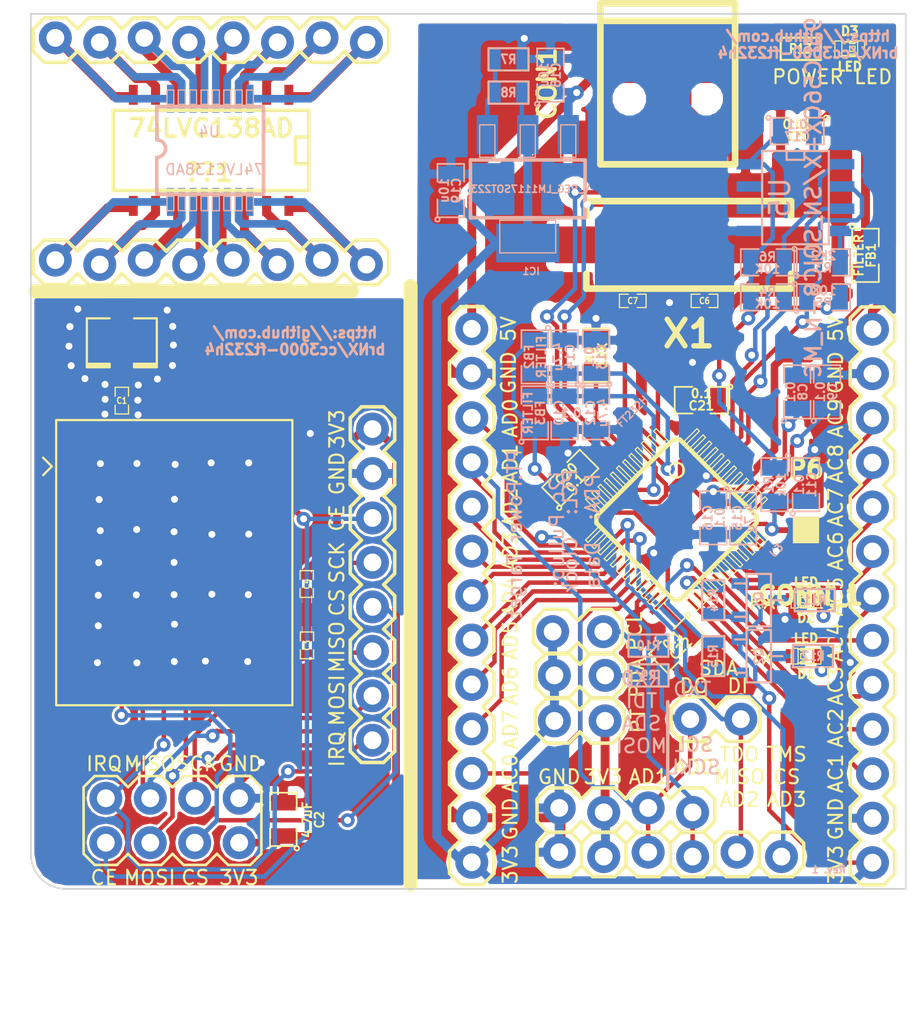
<source format=kicad_pcb>
(kicad_pcb (version 3) (host pcbnew "(2013-mar-13)-testing")
  (layers (15 F.Cu signal) (0 B.Cu signal) (18 B.Paste user) (19 F.Paste user) (20 B.SilkS user) (21 F.SilkS user) (22 B.Mask user) (23 F.Mask user) (28 Edge.Cuts user))
  (net 0 "")
  (net 1 +3.3V)
  (net 2 +5V)
  (net 3 /cc3000/SPI_CLK)
  (net 4 /cc3000/SPI_CS)
  (net 5 /cc3000/SPI_IRQ)
  (net 6 /cc3000/SPI_MISO)
  (net 7 /cc3000/SPI_MOSI)
  (net 8 /cc3000/VBAT_SW_EN)
  (net 9 /cc3000/antena1)
  (net 10 /cc3000/antena2)
  (net 11 /ft232h/ACBUS0)
  (net 12 /ft232h/ACBUS1)
  (net 13 /ft232h/ACBUS2)
  (net 14 /ft232h/ACBUS3)
  (net 15 /ft232h/ACBUS4)
  (net 16 /ft232h/ACBUS5)
  (net 17 /ft232h/ACBUS6)
  (net 18 /ft232h/ACBUS7)
  (net 19 /ft232h/ACBUS8)
  (net 20 /ft232h/ACBUS9)
  (net 21 /ft232h/ADBUS0)
  (net 22 /ft232h/ADBUS1)
  (net 23 /ft232h/ADBUS2)
  (net 24 /ft232h/ADBUS3)
  (net 25 /ft232h/ADBUS4)
  (net 26 /ft232h/ADBUS5)
  (net 27 /ft232h/ADBUS6)
  (net 28 /ft232h/ADBUS7)
  (net 29 /ft232h/EEDATA)
  (net 30 /ft232h/EE_CK)
  (net 31 /ft232h/EE_CS)
  (net 32 /ft232h/EE_DO)
  (net 33 /ft232h/USB_D+)
  (net 34 /ft232h/USB_D-)
  (net 35 /ft232h/VCC3V3)
  (net 36 /ft232h/VCORE)
  (net 37 /ft232h/VREGIN)
  (net 38 GND)
  (net 39 N-000001)
  (net 40 N-0000010)
  (net 41 N-0000011)
  (net 42 N-0000019)
  (net 43 N-000002)
  (net 44 N-0000020)
  (net 45 N-0000022)
  (net 46 N-0000024)
  (net 47 N-0000025)
  (net 48 N-0000027)
  (net 49 N-000003)
  (net 50 N-0000030)
  (net 51 N-0000031)
  (net 52 N-0000032)
  (net 53 N-0000033)
  (net 54 N-0000043)
  (net 55 N-0000044)
  (net 56 N-0000045)
  (net 57 N-0000046)
  (net 58 N-0000047)
  (net 59 N-000005)
  (net 60 N-0000051)
  (net 61 N-000006)
  (net 62 N-0000061)
  (net 63 N-0000062)
  (net 64 N-0000064)
  (net 65 N-0000065)
  (net 66 N-0000067)
  (net 67 N-0000068)
  (net 68 N-0000069)
  (net 69 N-0000070)
  (net 70 N-0000071)
  (net 71 N-0000072)
  (net 72 N-0000073)
  (net 73 N-0000074)
  (net 74 N-0000075)
  (net 75 N-0000076)
  (net 76 N-0000077)
  (net 77 N-0000078)
  (net 78 N-0000079)
  (net 79 N-0000080)
  (net 80 N-0000081)
  (net 81 N-0000082)
  (net 82 N-0000083)
  (net 83 N-000009)
  (module 1PIN_SMD (layer F.Cu) (at 169.3 99.5)
    (fp_text reference P6 (at 0 -3.50012) (layer F.SilkS) (effects (font (size 1.016 1.016) (thickness 0.254))))
    (fp_text value CONN_1 (at 0.24892 3.74904) (layer F.SilkS) (effects (font (size 1.016 1.016) (thickness 0.254))))
    (pad 1 smd rect (at 0 0) (size 1.5 1.5) (layers F.Cu F.Paste F.SilkS F.Mask) (net 45 N-0000022))
  )
  (module USB_MINI_B (layer F.Cu) (at 161.4 74 270)
    (fp_text reference CON1 (at 0 6.90118 270) (layer F.SilkS) (effects (font (size 1.016 1.016) (thickness 0.2032))))
    (fp_text value USB-MINI-B hide)
    (pad "" np_thru_hole circle (at 0.85344 2.19964 270) (size 0.89916 0.89916) (drill 0.89916) (layers *.Cu *.Mask F.SilkS))
    (pad 1 smd rect (at 3.44932 -1.6002 270) (size 2.30124 0.50038) (layers F.Cu F.Paste F.Mask) (net 2 +5V))
    (pad 2 smd rect (at 3.44932 -0.8001 270) (size 2.30124 0.50038) (layers F.Cu F.Paste F.Mask) (net 34 /ft232h/USB_D-))
    (pad 3 smd rect (at 3.44932 0 270) (size 2.30124 0.50038) (layers F.Cu F.Paste F.Mask) (net 33 /ft232h/USB_D+))
    (pad 4 smd rect (at 3.44932 0.8001 270) (size 2.30124 0.50038) (layers F.Cu F.Paste F.Mask) (net 66 N-0000067))
    (pad 5 smd rect (at 3.44932 1.6002 270) (size 2.30124 0.50038) (layers F.Cu F.Paste F.Mask) (net 38 GND))
    (pad 6 smd rect (at 3.35026 -4.45008 270) (size 2.49936 1.99898) (layers F.Cu F.Paste F.Mask) (net 38 GND))
    (pad 7 smd rect (at -2.14884 -4.45008 270) (size 2.49936 1.99898) (layers F.Cu F.Paste F.Mask) (net 38 GND))
    (pad 8 smd rect (at 3.35026 4.45008 270) (size 2.49936 1.99898) (layers F.Cu F.Paste F.Mask) (net 38 GND))
    (pad 9 smd rect (at -2.14884 4.45008 270) (size 2.49936 1.99898) (layers F.Cu F.Paste F.Mask) (net 38 GND))
    (pad "" np_thru_hole circle (at 0.8509 -2.19964 270) (size 0.89916 0.89916) (drill 0.89916) (layers *.Cu *.Mask F.SilkS))
  )
  (module SM0402 (layer F.Cu) (at 130.2004 92.1004 270)
    (fp_text reference C1 (at 0 0 540) (layer F.SilkS) (effects (font (size 0.35052 0.3048) (thickness 0.07112))))
    (fp_text value 10pF hide)
    (pad 1 smd rect (at -0.44958 0 270) (size 0.39878 0.59944) (layers F.Cu F.Paste F.Mask) (net 10 /cc3000/antena2))
    (pad 2 smd rect (at 0.44958 0 270) (size 0.39878 0.59944) (layers F.Cu F.Paste F.Mask) (net 9 /cc3000/antena1))
  )
  (module SM0805 (layer F.Cu) (at 139.4333 116.0272 90)
    (fp_text reference C2 (at -0.0268 2.0587 90) (layer F.SilkS) (effects (font (size 0.50038 0.50038) (thickness 0.10922))))
    (fp_text value 4.7uF (at -0.0268 1.3587 90) (layer F.SilkS) (effects (font (size 0.50038 0.50038) (thickness 0.10922))))
    (pad 1 smd rect (at -0.9525 0 90) (size 0.889 1.397) (layers F.Cu F.Paste F.Mask) (net 1 +3.3V))
    (pad 2 smd rect (at 0.9525 0 90) (size 0.889 1.397) (layers F.Cu F.Paste F.Mask) (net 38 GND))
  )
  (module SM0402 (layer F.Cu) (at 140.7795 106.0831 90)
    (fp_text reference C3 (at 0 0 90) (layer F.SilkS) (effects (font (size 0.35052 0.3048) (thickness 0.07112))))
    (fp_text value 100nF hide)
    (pad 1 smd rect (at -0.44958 0 90) (size 0.39878 0.59944) (layers F.Cu F.Paste F.Mask) (net 1 +3.3V))
    (pad 2 smd rect (at 0.44958 0 90) (size 0.39878 0.59944) (layers F.Cu F.Paste F.Mask) (net 38 GND))
  )
  (module SM0402 (layer F.Cu) (at 140.7668 102.5779 270)
    (fp_text reference C4 (at 0 0 270) (layer F.SilkS) (effects (font (size 0.35052 0.3048) (thickness 0.07112))))
    (fp_text value 100nF hide)
    (pad 1 smd rect (at -0.44958 0 270) (size 0.39878 0.59944) (layers F.Cu F.Paste F.Mask) (net 1 +3.3V))
    (pad 2 smd rect (at 0.44958 0 270) (size 0.39878 0.59944) (layers F.Cu F.Paste F.Mask) (net 38 GND))
  )
  (module 2X4 (layer F.Cu) (at 133.096 116.0907 180)
    (fp_text reference P1)
    (fp_text value CONN_4X2)
    (pad 1 thru_hole oval (at -3.81 1.27 180) (size 1.8796 1.8796) (drill 1.016) (layers *.Cu *.Mask) (net 38 GND))
    (pad 2 thru_hole oval (at -3.81 -1.27 180) (size 1.8796 1.8796) (drill 1.016) (layers *.Cu *.Mask) (net 1 +3.3V))
    (pad 3 thru_hole oval (at -1.27 1.27 180) (size 1.8796 1.8796) (drill 1.016) (layers *.Cu *.Mask) (net 3 /cc3000/SPI_CLK))
    (pad 4 thru_hole oval (at -1.27 -1.27 180) (size 1.8796 1.8796) (drill 1.016) (layers *.Cu *.Mask) (net 4 /cc3000/SPI_CS))
    (pad 5 thru_hole oval (at 1.27 1.27 180) (size 1.8796 1.8796) (drill 1.016) (layers *.Cu *.Mask) (net 6 /cc3000/SPI_MISO))
    (pad 6 thru_hole oval (at 1.27 -1.27 180) (size 1.8796 1.8796) (drill 1.016) (layers *.Cu *.Mask) (net 7 /cc3000/SPI_MOSI))
    (pad 7 thru_hole oval (at 3.81 1.27 180) (size 1.8796 1.8796) (drill 1.016) (layers *.Cu *.Mask) (net 5 /cc3000/SPI_IRQ))
    (pad 8 thru_hole oval (at 3.81 -1.27 180) (size 1.8796 1.8796) (drill 1.016) (layers *.Cu *.Mask) (net 8 /cc3000/VBAT_SW_EN))
  )
  (module U.FL (layer F.Cu) (at 130.2004 88.6968 270)
    (fp_text reference U1 hide)
    (fp_text value U.FL_U.FL hide)
    (pad P$1 smd rect (at 0 -1.37414 270) (size 2.19964 0.84836) (layers F.Cu F.Paste F.Mask) (net 38 GND))
    (pad P$2 smd rect (at 0 1.37414 270) (size 2.19964 0.84836) (layers F.Cu F.Paste F.Mask) (net 38 GND))
    (pad P$3 smd rect (at 1.524 0 270) (size 1.04902 0.99822) (layers F.Cu F.Paste F.Mask) (net 10 /cc3000/antena2))
    (pad P$4 smd rect (at -1.524 0 270) (size 1.04902 0.99822) (layers F.Cu F.Paste F.Mask))
  )
  (module CC3000 (layer F.Cu) (at 133.1976 101.3587)
    (fp_text reference U2)
    (fp_text value CC3000TEXAS_CC3000 hide)
    (pad 1 smd rect (at -5.84962 -5.3975 90) (size 0.6985 1.19888) (layers F.Cu F.Paste F.Mask) (net 38 GND))
    (pad 2 smd rect (at -5.84962 -4.19862 90) (size 0.6985 1.19888) (layers F.Cu F.Paste F.Mask) (net 61 N-000006))
    (pad 3 smd rect (at -5.84962 -2.99974 90) (size 0.6985 1.19888) (layers F.Cu F.Paste F.Mask) (net 42 N-0000019))
    (pad 4 smd rect (at -5.84962 -1.79832 90) (size 0.6985 1.19888) (layers F.Cu F.Paste F.Mask) (net 41 N-0000011))
    (pad 5 smd rect (at -5.84962 -0.59944 90) (size 0.6985 1.19888) (layers F.Cu F.Paste F.Mask) (net 39 N-000001))
    (pad 6 smd rect (at -5.84962 0.59944 90) (size 0.6985 1.19888) (layers F.Cu F.Paste F.Mask) (net 43 N-000002))
    (pad 7 smd rect (at -5.84962 1.79832 90) (size 0.6985 1.19888) (layers F.Cu F.Paste F.Mask) (net 39 N-000001))
    (pad 8 smd rect (at -5.84962 2.99974 90) (size 0.6985 1.19888) (layers F.Cu F.Paste F.Mask) (net 49 N-000003))
    (pad 9 smd rect (at -5.84962 4.19862 90) (size 0.6985 1.19888) (layers F.Cu F.Paste F.Mask) (net 38 GND))
    (pad 10 smd rect (at -5.84962 5.3975 90) (size 0.6985 1.19888) (layers F.Cu F.Paste F.Mask) (net 38 GND))
    (pad 11 smd rect (at -4.19862 7.24916) (size 0.6985 1.19888) (layers F.Cu F.Paste F.Mask) (net 38 GND))
    (pad 12 smd rect (at -2.99974 7.24916) (size 0.6985 1.19888) (layers F.Cu F.Paste F.Mask) (net 4 /cc3000/SPI_CS))
    (pad 13 smd rect (at -1.79832 7.24916) (size 0.6985 1.19888) (layers F.Cu F.Paste F.Mask) (net 6 /cc3000/SPI_MISO))
    (pad 14 smd rect (at -0.59944 7.24916) (size 0.6985 1.19888) (layers F.Cu F.Paste F.Mask) (net 5 /cc3000/SPI_IRQ))
    (pad 15 smd rect (at 0.59944 7.24916) (size 0.6985 1.19888) (layers F.Cu F.Paste F.Mask) (net 7 /cc3000/SPI_MOSI))
    (pad 16 smd rect (at 1.79832 7.24916) (size 0.6985 1.19888) (layers F.Cu F.Paste F.Mask) (net 38 GND))
    (pad 17 smd rect (at 2.99974 7.24916) (size 0.6985 1.19888) (layers F.Cu F.Paste F.Mask) (net 3 /cc3000/SPI_CLK))
    (pad 18 smd rect (at 4.19862 7.24916) (size 0.6985 1.19888) (layers F.Cu F.Paste F.Mask) (net 38 GND))
    (pad 19 smd rect (at 5.84962 5.3975 90) (size 0.6985 1.19888) (layers F.Cu F.Paste F.Mask) (net 1 +3.3V))
    (pad 20 smd rect (at 5.84962 4.19862 90) (size 0.6985 1.19888) (layers F.Cu F.Paste F.Mask) (net 38 GND))
    (pad 21 smd rect (at 5.84962 2.99974 90) (size 0.6985 1.19888) (layers F.Cu F.Paste F.Mask) (net 38 GND))
    (pad 22 smd rect (at 5.84962 1.79832 90) (size 0.6985 1.19888) (layers F.Cu F.Paste F.Mask) (net 38 GND))
    (pad 23 smd rect (at 5.84962 0.59944 90) (size 0.6985 1.19888) (layers F.Cu F.Paste F.Mask) (net 1 +3.3V))
    (pad 24 smd rect (at 5.84962 -0.59944 90) (size 0.6985 1.19888) (layers F.Cu F.Paste F.Mask) (net 59 N-000005))
    (pad 25 smd rect (at 5.84962 -1.79832 90) (size 0.6985 1.19888) (layers F.Cu F.Paste F.Mask) (net 38 GND))
    (pad 26 smd rect (at 5.84962 -2.99974 90) (size 0.6985 1.19888) (layers F.Cu F.Paste F.Mask) (net 8 /cc3000/VBAT_SW_EN))
    (pad 27 smd rect (at 5.84962 -4.19862 90) (size 0.6985 1.19888) (layers F.Cu F.Paste F.Mask) (net 83 N-000009))
    (pad 28 smd rect (at 5.84962 -5.3975 90) (size 0.6985 1.19888) (layers F.Cu F.Paste F.Mask) (net 83 N-000009))
    (pad 29 smd rect (at 4.19862 -7.24916 180) (size 0.6985 1.19888) (layers F.Cu F.Paste F.Mask) (net 40 N-0000010))
    (pad 30 smd rect (at 2.99974 -7.24916 180) (size 0.6985 1.19888) (layers F.Cu F.Paste F.Mask) (net 40 N-0000010))
    (pad 31 smd rect (at 1.79832 -7.24916 180) (size 0.6985 1.19888) (layers F.Cu F.Paste F.Mask) (net 38 GND))
    (pad 32 smd rect (at 0.59944 -7.24916 180) (size 0.6985 1.19888) (layers F.Cu F.Paste F.Mask) (net 38 GND))
    (pad 33 smd rect (at -0.59944 -7.24916 180) (size 0.6985 1.19888) (layers F.Cu F.Paste F.Mask) (net 38 GND))
    (pad 34 smd rect (at -1.79832 -7.24916 180) (size 0.6985 1.19888) (layers F.Cu F.Paste F.Mask) (net 38 GND))
    (pad 35 smd rect (at -2.99974 -7.24916 180) (size 0.6985 1.19888) (layers F.Cu F.Paste F.Mask) (net 9 /cc3000/antena1))
    (pad 36 smd rect (at -4.19862 -7.24916 180) (size 0.6985 1.19888) (layers F.Cu F.Paste F.Mask) (net 38 GND))
    (pad 37 smd rect (at -2.14884 -3.59918 270) (size 1.89992 2.39776) (layers F.Cu F.Paste F.Mask) (net 38 GND))
    (pad 38 smd rect (at -2.14884 0 270) (size 1.89992 2.39776) (layers F.Cu F.Paste F.Mask) (net 38 GND))
    (pad 39 smd rect (at -2.14884 3.59918 270) (size 1.89992 2.39776) (layers F.Cu F.Paste F.Mask) (net 38 GND))
    (pad 40 smd rect (at 2.14884 -3.59918 270) (size 1.89992 2.39776) (layers F.Cu F.Paste F.Mask) (net 38 GND))
    (pad 41 smd rect (at 2.14884 0 270) (size 1.89992 2.39776) (layers F.Cu F.Paste F.Mask) (net 38 GND))
    (pad 42 smd rect (at 2.14884 3.59918 270) (size 1.89992 2.39776) (layers F.Cu F.Paste F.Mask) (net 38 GND))
    (pad 43 smd rect (at -5.84962 -7.24916 270) (size 1.19888 1.19888) (layers F.Cu F.Paste F.Mask) (net 38 GND))
    (pad 44 smd rect (at -5.84962 7.24916 270) (size 1.19888 1.19888) (layers F.Cu F.Paste F.Mask) (net 38 GND))
    (pad 45 smd rect (at 5.84962 7.24916 270) (size 1.19888 1.19888) (layers F.Cu F.Paste F.Mask) (net 38 GND))
    (pad 46 smd rect (at 5.84962 -7.24916 270) (size 1.19888 1.19888) (layers F.Cu F.Paste F.Mask) (net 38 GND))
  )
  (module 1X08 (layer F.Cu) (at 144.526 93.726 270)
    (fp_text reference P2)
    (fp_text value CONN_8)
    (pad 1 thru_hole oval (at 0 0) (size 1.8796 1.8796) (drill 1.016) (layers *.Cu *.Mask) (net 1 +3.3V))
    (pad 2 thru_hole oval (at 2.54 0) (size 1.8796 1.8796) (drill 1.016) (layers *.Cu *.Mask) (net 38 GND))
    (pad 3 thru_hole oval (at 5.08 0) (size 1.8796 1.8796) (drill 1.016) (layers *.Cu *.Mask) (net 8 /cc3000/VBAT_SW_EN))
    (pad 4 thru_hole oval (at 7.62 0) (size 1.8796 1.8796) (drill 1.016) (layers *.Cu *.Mask) (net 3 /cc3000/SPI_CLK))
    (pad 5 thru_hole oval (at 10.16 0) (size 1.8796 1.8796) (drill 1.016) (layers *.Cu *.Mask) (net 4 /cc3000/SPI_CS))
    (pad 6 thru_hole oval (at 12.7 0) (size 1.8796 1.8796) (drill 1.016) (layers *.Cu *.Mask) (net 6 /cc3000/SPI_MISO))
    (pad 7 thru_hole oval (at 15.24 0) (size 1.8796 1.8796) (drill 1.016) (layers *.Cu *.Mask) (net 7 /cc3000/SPI_MOSI))
    (pad 8 thru_hole oval (at 17.78 0) (size 1.8796 1.8796) (drill 1.016) (layers *.Cu *.Mask) (net 5 /cc3000/SPI_IRQ))
  )
  (module SM0805 (layer F.Cu) (at 168.8 76.7 180)
    (fp_text reference C5 (at 0 -0.3175 180) (layer F.SilkS) (effects (font (size 0.50038 0.50038) (thickness 0.10922))))
    (fp_text value 0.01 (at 0 0.381 180) (layer F.SilkS) (effects (font (size 0.50038 0.50038) (thickness 0.10922))))
    (pad 1 smd rect (at -0.9525 0 180) (size 0.889 1.397) (layers F.Cu F.Paste F.Mask) (net 2 +5V))
    (pad 2 smd rect (at 0.9525 0 180) (size 0.889 1.397) (layers F.Cu F.Paste F.Mask) (net 38 GND))
  )
  (module SM0805 (layer B.Cu) (at 167.5 96.9 270)
    (fp_text reference R1 (at 0 0.3175 270) (layer B.SilkS) (effects (font (size 0.50038 0.50038) (thickness 0.10922)) (justify mirror)))
    (fp_text value 10k (at 0 -0.381 270) (layer B.SilkS) (effects (font (size 0.50038 0.50038) (thickness 0.10922)) (justify mirror)))
    (pad 1 smd rect (at -0.9525 0 270) (size 0.889 1.397) (layers B.Cu B.Paste B.Mask) (net 35 /ft232h/VCC3V3))
    (pad 2 smd rect (at 0.9525 0 270) (size 0.889 1.397) (layers B.Cu B.Paste B.Mask) (net 45 N-0000022))
  )
  (module SM0805 (layer B.Cu) (at 170.3 84.2)
    (fp_text reference R3 (at 0 0.3175) (layer B.SilkS) (effects (font (size 0.50038 0.50038) (thickness 0.10922)) (justify mirror)))
    (fp_text value 2K2 (at 0 -0.381) (layer B.SilkS) (effects (font (size 0.50038 0.50038) (thickness 0.10922)) (justify mirror)))
    (pad 1 smd rect (at -0.9525 0) (size 0.889 1.397) (layers B.Cu B.Paste B.Mask) (net 29 /ft232h/EEDATA))
    (pad 2 smd rect (at 0.9525 0) (size 0.889 1.397) (layers B.Cu B.Paste B.Mask) (net 32 /ft232h/EE_DO))
  )
  (module SM0805 (layer F.Cu) (at 157.3 89.5 90)
    (fp_text reference R2 (at 0 -0.3175 90) (layer F.SilkS) (effects (font (size 0.50038 0.50038) (thickness 0.10922))))
    (fp_text value 12K (at 0 0.381 90) (layer F.SilkS) (effects (font (size 0.50038 0.50038) (thickness 0.10922))))
    (pad 1 smd rect (at -0.9525 0 90) (size 0.889 1.397) (layers F.Cu F.Paste F.Mask) (net 50 N-0000030))
    (pad 2 smd rect (at 0.9525 0 90) (size 0.889 1.397) (layers F.Cu F.Paste F.Mask) (net 38 GND))
  )
  (module SM0805 (layer B.Cu) (at 169.3 96.9 90)
    (fp_text reference C11 (at 0 0.3175 90) (layer B.SilkS) (effects (font (size 0.50038 0.50038) (thickness 0.10922)) (justify mirror)))
    (fp_text value 0.1 (at 0 -0.381 90) (layer B.SilkS) (effects (font (size 0.50038 0.50038) (thickness 0.10922)) (justify mirror)))
    (pad 1 smd rect (at -0.9525 0 90) (size 0.889 1.397) (layers B.Cu B.Paste B.Mask) (net 45 N-0000022))
    (pad 2 smd rect (at 0.9525 0 90) (size 0.889 1.397) (layers B.Cu B.Paste B.Mask) (net 38 GND))
  )
  (module SM0805 (layer B.Cu) (at 155.5 89.6 90)
    (fp_text reference C14 (at 0 0.3175 90) (layer B.SilkS) (effects (font (size 0.50038 0.50038) (thickness 0.10922)) (justify mirror)))
    (fp_text value 4.7u (at 0 -0.381 90) (layer B.SilkS) (effects (font (size 0.50038 0.50038) (thickness 0.10922)) (justify mirror)))
    (pad 1 smd rect (at -0.9525 0 90) (size 0.889 1.397) (layers B.Cu B.Paste B.Mask) (net 62 N-0000061))
    (pad 2 smd rect (at 0.9525 0 90) (size 0.889 1.397) (layers B.Cu B.Paste B.Mask) (net 38 GND))
  )
  (module SM0805 (layer B.Cu) (at 157.3 92.8 270)
    (fp_text reference C12 (at 0 0.3175 270) (layer B.SilkS) (effects (font (size 0.50038 0.50038) (thickness 0.10922)) (justify mirror)))
    (fp_text value 4.7u (at 0 -0.381 270) (layer B.SilkS) (effects (font (size 0.50038 0.50038) (thickness 0.10922)) (justify mirror)))
    (pad 1 smd rect (at -0.9525 0 270) (size 0.889 1.397) (layers B.Cu B.Paste B.Mask) (net 63 N-0000062))
    (pad 2 smd rect (at 0.9525 0 270) (size 0.889 1.397) (layers B.Cu B.Paste B.Mask) (net 38 GND))
  )
  (module SM0805 (layer B.Cu) (at 155.5 92.8 270)
    (fp_text reference C10 (at 0 0.3175 270) (layer B.SilkS) (effects (font (size 0.50038 0.50038) (thickness 0.10922)) (justify mirror)))
    (fp_text value 0.1 (at 0 -0.381 540) (layer B.SilkS) (effects (font (size 0.50038 0.50038) (thickness 0.10922)) (justify mirror)))
    (pad 1 smd rect (at -0.9525 0 270) (size 0.889 1.397) (layers B.Cu B.Paste B.Mask) (net 63 N-0000062))
    (pad 2 smd rect (at 0.9525 0 270) (size 0.889 1.397) (layers B.Cu B.Paste B.Mask) (net 38 GND))
  )
  (module SM0805 (layer B.Cu) (at 157.3 89.6 90)
    (fp_text reference C13 (at 0 0.3175 90) (layer B.SilkS) (effects (font (size 0.50038 0.50038) (thickness 0.10922)) (justify mirror)))
    (fp_text value 0.1 (at 0 -0.381 90) (layer B.SilkS) (effects (font (size 0.50038 0.50038) (thickness 0.10922)) (justify mirror)))
    (pad 1 smd rect (at -0.9525 0 90) (size 0.889 1.397) (layers B.Cu B.Paste B.Mask) (net 62 N-0000061))
    (pad 2 smd rect (at 0.9525 0 90) (size 0.889 1.397) (layers B.Cu B.Paste B.Mask) (net 38 GND))
  )
  (module SM0805 (layer B.Cu) (at 168.8 91.6 90)
    (fp_text reference C8 (at 0 0.3175 90) (layer B.SilkS) (effects (font (size 0.50038 0.50038) (thickness 0.10922)) (justify mirror)))
    (fp_text value 0.1 (at 0 -0.381 90) (layer B.SilkS) (effects (font (size 0.50038 0.50038) (thickness 0.10922)) (justify mirror)))
    (pad 1 smd rect (at -0.9525 0 90) (size 0.889 1.397) (layers B.Cu B.Paste B.Mask) (net 36 /ft232h/VCORE))
    (pad 2 smd rect (at 0.9525 0 90) (size 0.889 1.397) (layers B.Cu B.Paste B.Mask) (net 38 GND))
  )
  (module SM0805 (layer B.Cu) (at 170.5 91.6 90)
    (fp_text reference C9 (at 0 0.3175 90) (layer B.SilkS) (effects (font (size 0.50038 0.50038) (thickness 0.10922)) (justify mirror)))
    (fp_text value 0.1 (at 0 -0.381 90) (layer B.SilkS) (effects (font (size 0.50038 0.50038) (thickness 0.10922)) (justify mirror)))
    (pad 1 smd rect (at -0.9525 0 90) (size 0.889 1.397) (layers B.Cu B.Paste B.Mask) (net 48 N-0000027))
    (pad 2 smd rect (at 0.9525 0 90) (size 0.889 1.397) (layers B.Cu B.Paste B.Mask) (net 38 GND))
  )
  (module SM0402 (layer F.Cu) (at 159.4 86.4)
    (fp_text reference C7 (at 0 0) (layer F.SilkS) (effects (font (size 0.35052 0.3048) (thickness 0.07112))))
    (fp_text value 27p hide)
    (pad 1 smd rect (at -0.44958 0) (size 0.39878 0.59944) (layers F.Cu F.Paste F.Mask) (net 46 N-0000024))
    (pad 2 smd rect (at 0.44958 0) (size 0.39878 0.59944) (layers F.Cu F.Paste F.Mask) (net 38 GND))
  )
  (module SM0402 (layer F.Cu) (at 163.5 86.4 180)
    (fp_text reference C6 (at 0 0 180) (layer F.SilkS) (effects (font (size 0.35052 0.3048) (thickness 0.07112))))
    (fp_text value 27p hide)
    (pad 1 smd rect (at -0.44958 0 180) (size 0.39878 0.59944) (layers F.Cu F.Paste F.Mask) (net 60 N-0000051))
    (pad 2 smd rect (at 0.44958 0 180) (size 0.39878 0.59944) (layers F.Cu F.Paste F.Mask) (net 38 GND))
  )
  (module 1X04_LOCK (layer F.Cu) (at 155.2 115.5)
    (fp_text reference P5)
    (fp_text value CONN_4)
    (pad 1 thru_hole oval (at 0 -0.127 90) (size 1.8796 1.8796) (drill 1.016) (layers *.Cu *.Mask) (net 38 GND))
    (pad 2 thru_hole oval (at 2.54 0.127 90) (size 1.8796 1.8796) (drill 1.016) (layers *.Cu *.Mask) (net 47 N-0000025))
    (pad 3 thru_hole oval (at 5.08 -0.127 90) (size 1.8796 1.8796) (drill 1.016) (layers *.Cu *.Mask) (net 22 /ft232h/ADBUS1))
    (pad 4 thru_hole oval (at 7.62 0.127 90) (size 1.8796 1.8796) (drill 1.016) (layers *.Cu *.Mask) (net 21 /ft232h/ADBUS0))
  )
  (module Crystal_HC49-SD_SMD_RevA_09Aug2010 (layer F.Cu) (at 162.6 83.2 180)
    (fp_text reference X1 (at 0 -5.08 180) (layer F.SilkS) (effects (font (thickness 0.3048))))
    (fp_text value 12MHz hide)
    (pad 1 smd rect (at -4.84886 0 180) (size 5.6007 2.10058) (layers F.Cu F.Paste F.Mask) (net 60 N-0000051))
    (pad 2 smd rect (at 4.84886 0 180) (size 5.6007 2.10058) (layers F.Cu F.Paste F.Mask) (net 46 N-0000024))
  )
  (module SO8E (layer B.Cu) (at 168.7 80.5 270)
    (fp_text reference U5 (at 0 0.889 270) (layer B.SilkS) (effects (font (size 1.143 1.143) (thickness 0.1524)) (justify mirror)))
    (fp_text value 93LC56CX-X/SN_SOIC8-N_MC (at 0 -1.016 270) (layer B.SilkS) (effects (font (size 0.889 0.889) (thickness 0.1524)) (justify mirror)))
    (pad 8 smd rect (at -1.905 2.667 270) (size 0.59944 1.39954) (layers B.Cu B.Paste B.Mask) (net 35 /ft232h/VCC3V3))
    (pad 1 smd rect (at -1.905 -2.667 270) (size 0.59944 1.39954) (layers B.Cu B.Paste B.Mask) (net 31 /ft232h/EE_CS))
    (pad 7 smd rect (at -0.635 2.667 270) (size 0.59944 1.39954) (layers B.Cu B.Paste B.Mask) (net 65 N-0000065))
    (pad 6 smd rect (at 0.635 2.667 270) (size 0.59944 1.39954) (layers B.Cu B.Paste B.Mask) (net 35 /ft232h/VCC3V3))
    (pad 5 smd rect (at 1.905 2.667 270) (size 0.59944 1.39954) (layers B.Cu B.Paste B.Mask) (net 38 GND))
    (pad 2 smd rect (at -0.635 -2.667 270) (size 0.59944 1.39954) (layers B.Cu B.Paste B.Mask) (net 30 /ft232h/EE_CK))
    (pad 3 smd rect (at 0.635 -2.667 270) (size 0.59944 1.39954) (layers B.Cu B.Paste B.Mask) (net 29 /ft232h/EEDATA))
    (pad 4 smd rect (at 1.905 -2.667 270) (size 0.59944 1.39954) (layers B.Cu B.Paste B.Mask) (net 32 /ft232h/EE_DO))
  )
  (module SM0805 (layer B.Cu) (at 167.1 86.2 180)
    (fp_text reference R4 (at 0 0.3175 180) (layer B.SilkS) (effects (font (size 0.50038 0.50038) (thickness 0.10922)) (justify mirror)))
    (fp_text value 10K (at 0 -0.381 180) (layer B.SilkS) (effects (font (size 0.50038 0.50038) (thickness 0.10922)) (justify mirror)))
    (pad 1 smd rect (at -0.9525 0 180) (size 0.889 1.397) (layers B.Cu B.Paste B.Mask) (net 29 /ft232h/EEDATA))
    (pad 2 smd rect (at 0.9525 0 180) (size 0.889 1.397) (layers B.Cu B.Paste B.Mask) (net 35 /ft232h/VCC3V3))
  )
  (module SM0805 (layer B.Cu) (at 170.3 86.2)
    (fp_text reference R5 (at 0 0.3175) (layer B.SilkS) (effects (font (size 0.50038 0.50038) (thickness 0.10922)) (justify mirror)))
    (fp_text value 10K (at 0 -0.381) (layer B.SilkS) (effects (font (size 0.50038 0.50038) (thickness 0.10922)) (justify mirror)))
    (pad 1 smd rect (at -0.9525 0) (size 0.889 1.397) (layers B.Cu B.Paste B.Mask) (net 30 /ft232h/EE_CK))
    (pad 2 smd rect (at 0.9525 0) (size 0.889 1.397) (layers B.Cu B.Paste B.Mask) (net 35 /ft232h/VCC3V3))
  )
  (module SM0805 (layer B.Cu) (at 167.1 84.2 180)
    (fp_text reference R6 (at 0 0.3175 180) (layer B.SilkS) (effects (font (size 0.50038 0.50038) (thickness 0.10922)) (justify mirror)))
    (fp_text value 10K (at 0 -0.381 180) (layer B.SilkS) (effects (font (size 0.50038 0.50038) (thickness 0.10922)) (justify mirror)))
    (pad 1 smd rect (at -0.9525 0 180) (size 0.889 1.397) (layers B.Cu B.Paste B.Mask) (net 31 /ft232h/EE_CS))
    (pad 2 smd rect (at 0.9525 0 180) (size 0.889 1.397) (layers B.Cu B.Paste B.Mask) (net 35 /ft232h/VCC3V3))
  )
  (module SM0805 (layer F.Cu) (at 172.7 83.8 270)
    (fp_text reference FB1 (at 0 -0.3175 270) (layer F.SilkS) (effects (font (size 0.50038 0.50038) (thickness 0.10922))))
    (fp_text value FILTER (at 0 0.381 270) (layer F.SilkS) (effects (font (size 0.50038 0.50038) (thickness 0.10922))))
    (pad 1 smd rect (at -0.9525 0 270) (size 0.889 1.397) (layers F.Cu F.Paste F.Mask) (net 2 +5V))
    (pad 2 smd rect (at 0.9525 0 270) (size 0.889 1.397) (layers F.Cu F.Paste F.Mask) (net 37 /ft232h/VREGIN))
  )
  (module SM0805 (layer B.Cu) (at 153.8 92.8 90)
    (fp_text reference FB3 (at 0 0.3175 90) (layer B.SilkS) (effects (font (size 0.50038 0.50038) (thickness 0.10922)) (justify mirror)))
    (fp_text value FILTER (at 0 -0.381 90) (layer B.SilkS) (effects (font (size 0.50038 0.50038) (thickness 0.10922)) (justify mirror)))
    (pad 1 smd rect (at -0.9525 0 90) (size 0.889 1.397) (layers B.Cu B.Paste B.Mask) (net 35 /ft232h/VCC3V3))
    (pad 2 smd rect (at 0.9525 0 90) (size 0.889 1.397) (layers B.Cu B.Paste B.Mask) (net 63 N-0000062))
  )
  (module SM0805 (layer B.Cu) (at 153.8 89.6 270)
    (fp_text reference FB2 (at 0 0.3175 270) (layer B.SilkS) (effects (font (size 0.50038 0.50038) (thickness 0.10922)) (justify mirror)))
    (fp_text value FILTER (at 0 -0.381 270) (layer B.SilkS) (effects (font (size 0.50038 0.50038) (thickness 0.10922)) (justify mirror)))
    (pad 1 smd rect (at -0.9525 0 270) (size 0.889 1.397) (layers B.Cu B.Paste B.Mask) (net 35 /ft232h/VCC3V3))
    (pad 2 smd rect (at 0.9525 0 270) (size 0.889 1.397) (layers B.Cu B.Paste B.Mask) (net 62 N-0000061))
  )
  (module SM0805 (layer B.Cu) (at 165.7 98.8 270)
    (fp_text reference C15 (at 0 0.3175 270) (layer B.SilkS) (effects (font (size 0.50038 0.50038) (thickness 0.10922)) (justify mirror)))
    (fp_text value 4.7u (at 0 -0.381 270) (layer B.SilkS) (effects (font (size 0.50038 0.50038) (thickness 0.10922)) (justify mirror)))
    (pad 1 smd rect (at -0.9525 0 270) (size 0.889 1.397) (layers B.Cu B.Paste B.Mask) (net 37 /ft232h/VREGIN))
    (pad 2 smd rect (at 0.9525 0 270) (size 0.889 1.397) (layers B.Cu B.Paste B.Mask) (net 38 GND))
  )
  (module SM0805 (layer B.Cu) (at 164 98.8 270)
    (fp_text reference C16 (at 0 0.3175 270) (layer B.SilkS) (effects (font (size 0.50038 0.50038) (thickness 0.10922)) (justify mirror)))
    (fp_text value 0.1 (at 0 -0.381 270) (layer B.SilkS) (effects (font (size 0.50038 0.50038) (thickness 0.10922)) (justify mirror)))
    (pad 1 smd rect (at -0.9525 0 270) (size 0.889 1.397) (layers B.Cu B.Paste B.Mask) (net 37 /ft232h/VREGIN))
    (pad 2 smd rect (at 0.9525 0 270) (size 0.889 1.397) (layers B.Cu B.Paste B.Mask) (net 38 GND))
  )
  (module SparkFun-SOT223 (layer B.Cu) (at 153.4 80)
    (fp_text reference IC1 (at 0.1905 4.7117) (layer B.SilkS) (effects (font (size 0.4064 0.4064) (thickness 0.0889)) (justify mirror)))
    (fp_text value V_REG_LM1117SOT223 (at 0.1397 0.0127) (layer B.SilkS) (effects (font (size 0.4064 0.4064) (thickness 0.0889)) (justify mirror)))
    (pad 1 smd rect (at -2.3114 -3.0988) (size 1.2192 2.2352) (layers B.Cu B.Paste B.Mask) (net 64 N-0000064))
    (pad 2 smd rect (at 0 -3.0988) (size 1.2192 2.2352) (layers B.Cu B.Paste B.Mask) (net 1 +3.3V))
    (pad 3 smd rect (at 2.3114 -3.0988) (size 1.2192 2.2352) (layers B.Cu B.Paste B.Mask) (net 2 +5V))
    (pad 4 smd rect (at 0 3.0988) (size 3.59918 2.19964) (layers B.Cu B.Paste B.Mask) (net 1 +3.3V))
  )
  (module SM0603 (layer B.Cu) (at 152.3 72.6)
    (fp_text reference R7 (at 0 0) (layer B.SilkS) (effects (font (size 0.508 0.4572) (thickness 0.1143)) (justify mirror)))
    (fp_text value 12K hide)
    (pad 1 smd rect (at -0.762 0) (size 0.635 1.143) (layers B.Cu B.Paste B.Mask) (net 64 N-0000064))
    (pad 2 smd rect (at 0.762 0) (size 0.635 1.143) (layers B.Cu B.Paste B.Mask) (net 38 GND))
  )
  (module SM0603 (layer B.Cu) (at 152.3 74.5)
    (fp_text reference R8 (at 0 0) (layer B.SilkS) (effects (font (size 0.508 0.4572) (thickness 0.1143)) (justify mirror)))
    (fp_text value 12K hide)
    (pad 1 smd rect (at -0.762 0) (size 0.635 1.143) (layers B.Cu B.Paste B.Mask) (net 64 N-0000064))
    (pad 2 smd rect (at 0.762 0) (size 0.635 1.143) (layers B.Cu B.Paste B.Mask) (net 1 +3.3V))
  )
  (module SM0603 (layer B.Cu) (at 160.3 107.8 180)
    (fp_text reference R9 (at 0 0 180) (layer B.SilkS) (effects (font (size 0.508 0.4572) (thickness 0.1143)) (justify mirror)))
    (fp_text value 10K hide)
    (pad 1 smd rect (at -0.762 0 180) (size 0.635 1.143) (layers B.Cu B.Paste B.Mask) (net 22 /ft232h/ADBUS1))
    (pad 2 smd rect (at 0.762 0 180) (size 0.635 1.143) (layers B.Cu B.Paste B.Mask) (net 55 N-0000044))
  )
  (module SM0603 (layer B.Cu) (at 160.3 106.1 180)
    (fp_text reference R10 (at 0 0 180) (layer B.SilkS) (effects (font (size 0.508 0.4572) (thickness 0.1143)) (justify mirror)))
    (fp_text value 10K hide)
    (pad 1 smd rect (at -0.762 0 180) (size 0.635 1.143) (layers B.Cu B.Paste B.Mask) (net 21 /ft232h/ADBUS0))
    (pad 2 smd rect (at 0.762 0 180) (size 0.635 1.143) (layers B.Cu B.Paste B.Mask) (net 54 N-0000043))
  )
  (module 1X02_LOCK (layer F.Cu) (at 155.1 110.4)
    (fp_text reference JP1)
    (fp_text value JUMPER)
    (pad 1 thru_hole oval (at -0.1778 0 90) (size 1.8796 1.8796) (drill 1.016) (layers *.Cu *.Mask) (net 1 +3.3V))
    (pad 2 thru_hole oval (at 2.7178 0 90) (size 1.8796 1.8796) (drill 1.016) (layers *.Cu *.Mask) (net 47 N-0000025))
  )
  (module 1X02_LOCK (layer F.Cu) (at 165.4 110.3 180)
    (fp_text reference JP2)
    (fp_text value JUMPER)
    (pad 1 thru_hole oval (at -0.1778 0 270) (size 1.8796 1.8796) (drill 1.016) (layers *.Cu *.Mask) (net 23 /ft232h/ADBUS2))
    (pad 2 thru_hole oval (at 2.7178 0 270) (size 1.8796 1.8796) (drill 1.016) (layers *.Cu *.Mask) (net 22 /ft232h/ADBUS1))
  )
  (module 1X02_LOCK (layer F.Cu) (at 155.1 107.8)
    (fp_text reference JP3)
    (fp_text value JUMPER)
    (pad 1 thru_hole oval (at -0.1778 0 90) (size 1.8796 1.8796) (drill 1.016) (layers *.Cu *.Mask) (net 1 +3.3V))
    (pad 2 thru_hole oval (at 2.7178 0 90) (size 1.8796 1.8796) (drill 1.016) (layers *.Cu *.Mask) (net 55 N-0000044))
  )
  (module 1X02_LOCK (layer F.Cu) (at 155 105.3)
    (fp_text reference JP4)
    (fp_text value JUMPER)
    (pad 1 thru_hole oval (at -0.1778 0 90) (size 1.8796 1.8796) (drill 1.016) (layers *.Cu *.Mask) (net 1 +3.3V))
    (pad 2 thru_hole oval (at 2.7178 0 90) (size 1.8796 1.8796) (drill 1.016) (layers *.Cu *.Mask) (net 54 N-0000043))
  )
  (module 1X13 (layer F.Cu) (at 173.1 118.5 90)
    (fp_text reference P4)
    (fp_text value CONN_13)
    (pad 1 thru_hole oval (at 0 0 180) (size 1.8796 1.8796) (drill 1.016) (layers *.Cu *.Mask) (net 1 +3.3V))
    (pad 2 thru_hole oval (at 2.54 0 180) (size 1.8796 1.8796) (drill 1.016) (layers *.Cu *.Mask) (net 38 GND))
    (pad 3 thru_hole oval (at 5.08 0 180) (size 1.8796 1.8796) (drill 1.016) (layers *.Cu *.Mask) (net 12 /ft232h/ACBUS1))
    (pad 4 thru_hole oval (at 7.62 0 180) (size 1.8796 1.8796) (drill 1.016) (layers *.Cu *.Mask) (net 13 /ft232h/ACBUS2))
    (pad 5 thru_hole oval (at 10.16 0 180) (size 1.8796 1.8796) (drill 1.016) (layers *.Cu *.Mask) (net 14 /ft232h/ACBUS3))
    (pad 6 thru_hole oval (at 12.7 0 180) (size 1.8796 1.8796) (drill 1.016) (layers *.Cu *.Mask) (net 15 /ft232h/ACBUS4))
    (pad 7 thru_hole oval (at 15.24 0 180) (size 1.8796 1.8796) (drill 1.016) (layers *.Cu *.Mask) (net 16 /ft232h/ACBUS5))
    (pad 8 thru_hole oval (at 17.78 0 180) (size 1.8796 1.8796) (drill 1.016) (layers *.Cu *.Mask) (net 17 /ft232h/ACBUS6))
    (pad 9 thru_hole oval (at 20.32 0 180) (size 1.8796 1.8796) (drill 1.016) (layers *.Cu *.Mask) (net 18 /ft232h/ACBUS7))
    (pad 10 thru_hole oval (at 22.86 0 180) (size 1.8796 1.8796) (drill 1.016) (layers *.Cu *.Mask) (net 19 /ft232h/ACBUS8))
    (pad 11 thru_hole oval (at 25.4 0 180) (size 1.8796 1.8796) (drill 1.016) (layers *.Cu *.Mask) (net 20 /ft232h/ACBUS9))
    (pad 12 thru_hole oval (at 27.94 0 180) (size 1.8796 1.8796) (drill 1.016) (layers *.Cu *.Mask) (net 38 GND))
    (pad 13 thru_hole oval (at 30.48 0 180) (size 1.8796 1.8796) (drill 1.016) (layers *.Cu *.Mask) (net 2 +5V))
  )
  (module 1X13 (layer F.Cu) (at 150.2 88 270)
    (fp_text reference P3)
    (fp_text value CONN_13)
    (pad 1 thru_hole oval (at 0 0) (size 1.8796 1.8796) (drill 1.016) (layers *.Cu *.Mask) (net 2 +5V))
    (pad 2 thru_hole oval (at 2.54 0) (size 1.8796 1.8796) (drill 1.016) (layers *.Cu *.Mask) (net 38 GND))
    (pad 3 thru_hole oval (at 5.08 0) (size 1.8796 1.8796) (drill 1.016) (layers *.Cu *.Mask) (net 21 /ft232h/ADBUS0))
    (pad 4 thru_hole oval (at 7.62 0) (size 1.8796 1.8796) (drill 1.016) (layers *.Cu *.Mask) (net 22 /ft232h/ADBUS1))
    (pad 5 thru_hole oval (at 10.16 0) (size 1.8796 1.8796) (drill 1.016) (layers *.Cu *.Mask) (net 23 /ft232h/ADBUS2))
    (pad 6 thru_hole oval (at 12.7 0) (size 1.8796 1.8796) (drill 1.016) (layers *.Cu *.Mask) (net 24 /ft232h/ADBUS3))
    (pad 7 thru_hole oval (at 15.24 0) (size 1.8796 1.8796) (drill 1.016) (layers *.Cu *.Mask) (net 25 /ft232h/ADBUS4))
    (pad 8 thru_hole oval (at 17.78 0) (size 1.8796 1.8796) (drill 1.016) (layers *.Cu *.Mask) (net 26 /ft232h/ADBUS5))
    (pad 9 thru_hole oval (at 20.32 0) (size 1.8796 1.8796) (drill 1.016) (layers *.Cu *.Mask) (net 27 /ft232h/ADBUS6))
    (pad 10 thru_hole oval (at 22.86 0) (size 1.8796 1.8796) (drill 1.016) (layers *.Cu *.Mask) (net 28 /ft232h/ADBUS7))
    (pad 11 thru_hole oval (at 25.4 0) (size 1.8796 1.8796) (drill 1.016) (layers *.Cu *.Mask) (net 11 /ft232h/ACBUS0))
    (pad 12 thru_hole oval (at 27.94 0) (size 1.8796 1.8796) (drill 1.016) (layers *.Cu *.Mask) (net 38 GND))
    (pad 13 thru_hole oval (at 30.48 0) (size 1.8796 1.8796) (drill 1.016) (layers *.Cu *.Mask) (net 1 +3.3V))
  )
  (module SM0603 (layer B.Cu) (at 169.8 103.5)
    (fp_text reference R11 (at 0 0) (layer B.SilkS) (effects (font (size 0.508 0.4572) (thickness 0.1143)) (justify mirror)))
    (fp_text value R hide)
    (pad 1 smd rect (at -0.762 0) (size 0.635 1.143) (layers B.Cu B.Paste B.Mask) (net 44 N-0000020))
    (pad 2 smd rect (at 0.762 0) (size 0.635 1.143) (layers B.Cu B.Paste B.Mask) (net 52 N-0000032))
  )
  (module SM0603 (layer B.Cu) (at 169.7 106.7)
    (fp_text reference R12 (at 0 0) (layer B.SilkS) (effects (font (size 0.508 0.4572) (thickness 0.1143)) (justify mirror)))
    (fp_text value R hide)
    (pad 1 smd rect (at -0.762 0) (size 0.635 1.143) (layers B.Cu B.Paste B.Mask) (net 53 N-0000033))
    (pad 2 smd rect (at 0.762 0) (size 0.635 1.143) (layers B.Cu B.Paste B.Mask) (net 51 N-0000031))
  )
  (module LED-0603 (layer F.Cu) (at 169.3 106.7 180)
    (fp_text reference D1 (at 0 -1.016 180) (layer F.SilkS) (effects (font (size 0.508 0.508) (thickness 0.127))))
    (fp_text value LED (at 0 1.016 180) (layer F.SilkS) (effects (font (size 0.508 0.508) (thickness 0.127))))
    (pad 1 smd rect (at -0.7493 0 180) (size 0.79756 0.79756) (layers F.Cu F.Paste F.Mask) (net 51 N-0000031))
    (pad 2 smd rect (at 0.7493 0 180) (size 0.79756 0.79756) (layers F.Cu F.Paste F.Mask) (net 38 GND))
  )
  (module LED-0603 (layer F.Cu) (at 169.3 103.5 180)
    (fp_text reference D2 (at 0 -1.016 180) (layer F.SilkS) (effects (font (size 0.508 0.508) (thickness 0.127))))
    (fp_text value LED (at 0 1.016 180) (layer F.SilkS) (effects (font (size 0.508 0.508) (thickness 0.127))))
    (pad 1 smd rect (at -0.7493 0 180) (size 0.79756 0.79756) (layers F.Cu F.Paste F.Mask) (net 52 N-0000032))
    (pad 2 smd rect (at 0.7493 0 180) (size 0.79756 0.79756) (layers F.Cu F.Paste F.Mask) (net 38 GND))
  )
  (module SparkFun-LQFP-48 (layer F.Cu) (at 161.9 98.9 225)
    (fp_text reference U3 (at -2.794 -5.2832 225) (layer B.SilkS) (effects (font (size 0.4064 0.4064) (thickness 0.0889))))
    (fp_text value FT232H (at -2.58826 6.1468 225) (layer B.SilkS) (effects (font (size 0.4064 0.4064) (thickness 0.0889))))
    (pad 1 smd rect (at -2.74828 4.24942 225) (size 0.254 1.143) (layers F.Cu F.Paste F.Mask) (net 60 N-0000051))
    (pad 2 smd rect (at -2.2479 4.24942 225) (size 0.254 1.143) (layers F.Cu F.Paste F.Mask) (net 46 N-0000024))
    (pad 3 smd rect (at -1.74752 4.24942 225) (size 0.254 1.143) (layers F.Cu F.Paste F.Mask) (net 62 N-0000061))
    (pad 4 smd rect (at -1.24968 4.24942 225) (size 0.254 1.143) (layers F.Cu F.Paste F.Mask) (net 38 GND))
    (pad 5 smd rect (at -0.7493 4.24942 225) (size 0.254 1.143) (layers F.Cu F.Paste F.Mask) (net 50 N-0000030))
    (pad 6 smd rect (at -0.24892 4.24942 225) (size 0.254 1.143) (layers F.Cu F.Paste F.Mask) (net 34 /ft232h/USB_D-))
    (pad 7 smd rect (at 0.24892 4.24942 225) (size 0.254 1.143) (layers F.Cu F.Paste F.Mask) (net 33 /ft232h/USB_D+))
    (pad 8 smd rect (at 0.7493 4.24942 225) (size 0.254 1.143) (layers F.Cu F.Paste F.Mask) (net 63 N-0000062))
    (pad 9 smd rect (at 1.24968 4.24942 225) (size 0.254 1.143) (layers F.Cu F.Paste F.Mask) (net 38 GND))
    (pad 10 smd rect (at 1.74752 4.24942 225) (size 0.254 1.143) (layers F.Cu F.Paste F.Mask) (net 38 GND))
    (pad 11 smd rect (at 2.2479 4.24942 225) (size 0.254 1.143) (layers F.Cu F.Paste F.Mask) (net 38 GND))
    (pad 12 smd rect (at 2.74828 4.24942 225) (size 0.254 1.143) (layers F.Cu F.Paste F.Mask) (net 35 /ft232h/VCC3V3))
    (pad 13 smd rect (at 4.24942 2.74828 225) (size 1.143 0.254) (layers F.Cu F.Paste F.Mask) (net 21 /ft232h/ADBUS0))
    (pad 14 smd rect (at 4.24942 2.2479 225) (size 1.143 0.254) (layers F.Cu F.Paste F.Mask) (net 22 /ft232h/ADBUS1))
    (pad 15 smd rect (at 4.24942 1.74752 225) (size 1.143 0.254) (layers F.Cu F.Paste F.Mask) (net 23 /ft232h/ADBUS2))
    (pad 16 smd rect (at 4.24942 1.24968 225) (size 1.143 0.254) (layers F.Cu F.Paste F.Mask) (net 24 /ft232h/ADBUS3))
    (pad 17 smd rect (at 4.24942 0.7493 225) (size 1.143 0.254) (layers F.Cu F.Paste F.Mask) (net 25 /ft232h/ADBUS4))
    (pad 18 smd rect (at 4.24942 0.24892 225) (size 1.143 0.254) (layers F.Cu F.Paste F.Mask) (net 26 /ft232h/ADBUS5))
    (pad 19 smd rect (at 4.24942 -0.24892 225) (size 1.143 0.254) (layers F.Cu F.Paste F.Mask) (net 27 /ft232h/ADBUS6))
    (pad 20 smd rect (at 4.24942 -0.7493 225) (size 1.143 0.254) (layers F.Cu F.Paste F.Mask) (net 28 /ft232h/ADBUS7))
    (pad 21 smd rect (at 4.24942 -1.24968 225) (size 1.143 0.254) (layers F.Cu F.Paste F.Mask) (net 11 /ft232h/ACBUS0))
    (pad 22 smd rect (at 4.24942 -1.74752 225) (size 1.143 0.254) (layers F.Cu F.Paste F.Mask) (net 38 GND))
    (pad 23 smd rect (at 4.24942 -2.2479 225) (size 1.143 0.254) (layers F.Cu F.Paste F.Mask) (net 38 GND))
    (pad 24 smd rect (at 4.24942 -2.74828 225) (size 1.143 0.254) (layers F.Cu F.Paste F.Mask) (net 35 /ft232h/VCC3V3))
    (pad 25 smd rect (at 2.74828 -4.24942 225) (size 0.254 1.143) (layers F.Cu F.Paste F.Mask) (net 12 /ft232h/ACBUS1))
    (pad 26 smd rect (at 2.2479 -4.24942 225) (size 0.254 1.143) (layers F.Cu F.Paste F.Mask) (net 13 /ft232h/ACBUS2))
    (pad 27 smd rect (at 1.74752 -4.24942 225) (size 0.254 1.143) (layers F.Cu F.Paste F.Mask) (net 14 /ft232h/ACBUS3))
    (pad 28 smd rect (at 1.24968 -4.24942 225) (size 0.254 1.143) (layers F.Cu F.Paste F.Mask) (net 15 /ft232h/ACBUS4))
    (pad 29 smd rect (at 0.7493 -4.24942 225) (size 0.254 1.143) (layers F.Cu F.Paste F.Mask) (net 16 /ft232h/ACBUS5))
    (pad 30 smd rect (at 0.24892 -4.24942 225) (size 0.254 1.143) (layers F.Cu F.Paste F.Mask) (net 17 /ft232h/ACBUS6))
    (pad 31 smd rect (at -0.24892 -4.24942 225) (size 0.254 1.143) (layers F.Cu F.Paste F.Mask) (net 18 /ft232h/ACBUS7))
    (pad 32 smd rect (at -0.7493 -4.24942 225) (size 0.254 1.143) (layers F.Cu F.Paste F.Mask) (net 19 /ft232h/ACBUS8))
    (pad 33 smd rect (at -1.24968 -4.24942 225) (size 0.254 1.143) (layers F.Cu F.Paste F.Mask) (net 20 /ft232h/ACBUS9))
    (pad 34 smd rect (at -1.74752 -4.24942 225) (size 0.254 1.143) (layers F.Cu F.Paste F.Mask) (net 45 N-0000022))
    (pad 35 smd rect (at -2.2479 -4.24942 225) (size 0.254 1.143) (layers F.Cu F.Paste F.Mask) (net 38 GND))
    (pad 36 smd rect (at -2.74828 -4.24942 225) (size 0.254 1.143) (layers F.Cu F.Paste F.Mask) (net 38 GND))
    (pad 37 smd rect (at -4.24942 -2.74828 225) (size 1.143 0.254) (layers F.Cu F.Paste F.Mask) (net 48 N-0000027))
    (pad 38 smd rect (at -4.24942 -2.2479 225) (size 1.143 0.254) (layers F.Cu F.Paste F.Mask) (net 36 /ft232h/VCORE))
    (pad 39 smd rect (at -4.24942 -1.74752 225) (size 1.143 0.254) (layers F.Cu F.Paste F.Mask) (net 35 /ft232h/VCC3V3))
    (pad 40 smd rect (at -4.24942 -1.24968 225) (size 1.143 0.254) (layers F.Cu F.Paste F.Mask) (net 37 /ft232h/VREGIN))
    (pad 41 smd rect (at -4.24942 -0.7493 225) (size 1.143 0.254) (layers F.Cu F.Paste F.Mask) (net 38 GND))
    (pad 42 smd rect (at -4.24942 -0.24892 225) (size 1.143 0.254) (layers F.Cu F.Paste F.Mask) (net 38 GND))
    (pad 43 smd rect (at -4.24942 0.24892 225) (size 1.143 0.254) (layers F.Cu F.Paste F.Mask) (net 29 /ft232h/EEDATA))
    (pad 44 smd rect (at -4.24942 0.7493 225) (size 1.143 0.254) (layers F.Cu F.Paste F.Mask) (net 30 /ft232h/EE_CK))
    (pad 45 smd rect (at -4.24942 1.24968 225) (size 1.143 0.254) (layers F.Cu F.Paste F.Mask) (net 31 /ft232h/EE_CS))
    (pad 46 smd rect (at -4.24942 1.74752 225) (size 1.143 0.254) (layers F.Cu F.Paste F.Mask) (net 35 /ft232h/VCC3V3))
    (pad 47 smd rect (at -4.24942 2.2479 225) (size 1.143 0.254) (layers F.Cu F.Paste F.Mask) (net 38 GND))
    (pad 48 smd rect (at -4.24942 2.74828 225) (size 1.143 0.254) (layers F.Cu F.Paste F.Mask) (net 38 GND))
  )
  (module sot23 (layer B.Cu) (at 166.6 106.7 90)
    (fp_text reference Q2 (at 0 0 90) (layer B.SilkS) (effects (font (size 0.50038 0.50038) (thickness 0.09906)) (justify mirror)))
    (fp_text value BCX51 hide)
    (pad 1 smd rect (at -0.9525 -1.05664 90) (size 0.59944 1.00076) (layers B.Cu B.Paste B.Mask) (net 56 N-0000045))
    (pad 2 smd rect (at 0 1.05664 90) (size 0.59944 1.00076) (layers B.Cu B.Paste B.Mask) (net 53 N-0000033))
    (pad 3 smd rect (at 0.9525 -1.05664 90) (size 0.59944 1.00076) (layers B.Cu B.Paste B.Mask) (net 1 +3.3V))
  )
  (module sot23 (layer B.Cu) (at 166.6 103.5 90)
    (fp_text reference Q1 (at 0 0 90) (layer B.SilkS) (effects (font (size 0.50038 0.50038) (thickness 0.09906)) (justify mirror)))
    (fp_text value BCX51 hide)
    (pad 1 smd rect (at -0.9525 -1.05664 90) (size 0.59944 1.00076) (layers B.Cu B.Paste B.Mask) (net 57 N-0000046))
    (pad 2 smd rect (at 0 1.05664 90) (size 0.59944 1.00076) (layers B.Cu B.Paste B.Mask) (net 44 N-0000020))
    (pad 3 smd rect (at 0.9525 -1.05664 90) (size 0.59944 1.00076) (layers B.Cu B.Paste B.Mask) (net 1 +3.3V))
  )
  (module SM0603 (layer F.Cu) (at 169 72)
    (fp_text reference R13 (at 0 0) (layer F.SilkS) (effects (font (size 0.508 0.4572) (thickness 0.1143))))
    (fp_text value R hide)
    (pad 1 smd rect (at -0.762 0) (size 0.635 1.143) (layers F.Cu F.Paste F.Mask) (net 2 +5V))
    (pad 2 smd rect (at 0.762 0) (size 0.635 1.143) (layers F.Cu F.Paste F.Mask) (net 58 N-0000047))
  )
  (module SM0603 (layer B.Cu) (at 164 103.5 270)
    (fp_text reference R14 (at 0 0 270) (layer B.SilkS) (effects (font (size 0.508 0.4572) (thickness 0.1143)) (justify mirror)))
    (fp_text value R hide)
    (pad 1 smd rect (at -0.762 0 270) (size 0.635 1.143) (layers B.Cu B.Paste B.Mask) (net 14 /ft232h/ACBUS3))
    (pad 2 smd rect (at 0.762 0 270) (size 0.635 1.143) (layers B.Cu B.Paste B.Mask) (net 57 N-0000046))
  )
  (module SM0603 (layer B.Cu) (at 164 106.7 90)
    (fp_text reference R15 (at 0 0 90) (layer B.SilkS) (effects (font (size 0.508 0.4572) (thickness 0.1143)) (justify mirror)))
    (fp_text value R hide)
    (pad 1 smd rect (at -0.762 0 90) (size 0.635 1.143) (layers B.Cu B.Paste B.Mask) (net 56 N-0000045))
    (pad 2 smd rect (at 0.762 0 90) (size 0.635 1.143) (layers B.Cu B.Paste B.Mask) (net 15 /ft232h/ACBUS4))
  )
  (module LED-0603 (layer F.Cu) (at 171.8 72)
    (fp_text reference D3 (at 0 -1.016) (layer F.SilkS) (effects (font (size 0.508 0.508) (thickness 0.127))))
    (fp_text value LED (at 0 1.016) (layer F.SilkS) (effects (font (size 0.508 0.508) (thickness 0.127))))
    (pad 1 smd rect (at -0.7493 0) (size 0.79756 0.79756) (layers F.Cu F.Paste F.Mask) (net 58 N-0000047))
    (pad 2 smd rect (at 0.7493 0) (size 0.79756 0.79756) (layers F.Cu F.Paste F.Mask) (net 38 GND))
  )
  (module 1X08_LOCK (layer F.Cu) (at 126.4 71.5)
    (fp_text reference P8)
    (fp_text value CONN_8)
    (pad 1 thru_hole oval (at 0 -0.127 90) (size 1.8796 1.8796) (drill 1.016) (layers *.Cu *.Mask) (net 70 N-0000071))
    (pad 2 thru_hole oval (at 2.54 0.127 90) (size 1.8796 1.8796) (drill 1.016) (layers *.Cu *.Mask) (net 71 N-0000072))
    (pad 3 thru_hole oval (at 5.08 -0.127 90) (size 1.8796 1.8796) (drill 1.016) (layers *.Cu *.Mask) (net 69 N-0000070))
    (pad 4 thru_hole oval (at 7.62 0.127 90) (size 1.8796 1.8796) (drill 1.016) (layers *.Cu *.Mask) (net 78 N-0000079))
    (pad 5 thru_hole oval (at 10.16 -0.127 90) (size 1.8796 1.8796) (drill 1.016) (layers *.Cu *.Mask) (net 79 N-0000080))
    (pad 6 thru_hole oval (at 12.7 0.127 90) (size 1.8796 1.8796) (drill 1.016) (layers *.Cu *.Mask) (net 80 N-0000081))
    (pad 7 thru_hole oval (at 15.24 -0.127 90) (size 1.8796 1.8796) (drill 1.016) (layers *.Cu *.Mask) (net 81 N-0000082))
    (pad 8 thru_hole oval (at 17.78 0.127 90) (size 1.8796 1.8796) (drill 1.016) (layers *.Cu *.Mask) (net 82 N-0000083))
  )
  (module 1X08_LOCK (layer F.Cu) (at 126.4 84.2)
    (fp_text reference P9)
    (fp_text value CONN_8)
    (pad 1 thru_hole oval (at 0 -0.127 90) (size 1.8796 1.8796) (drill 1.016) (layers *.Cu *.Mask) (net 72 N-0000073))
    (pad 2 thru_hole oval (at 2.54 0.127 90) (size 1.8796 1.8796) (drill 1.016) (layers *.Cu *.Mask) (net 77 N-0000078))
    (pad 3 thru_hole oval (at 5.08 -0.127 90) (size 1.8796 1.8796) (drill 1.016) (layers *.Cu *.Mask) (net 76 N-0000077))
    (pad 4 thru_hole oval (at 7.62 0.127 90) (size 1.8796 1.8796) (drill 1.016) (layers *.Cu *.Mask) (net 75 N-0000076))
    (pad 5 thru_hole oval (at 10.16 -0.127 90) (size 1.8796 1.8796) (drill 1.016) (layers *.Cu *.Mask) (net 74 N-0000075))
    (pad 6 thru_hole oval (at 12.7 0.127 90) (size 1.8796 1.8796) (drill 1.016) (layers *.Cu *.Mask) (net 73 N-0000074))
    (pad 7 thru_hole oval (at 15.24 -0.127 90) (size 1.8796 1.8796) (drill 1.016) (layers *.Cu *.Mask) (net 67 N-0000068))
    (pad 8 thru_hole oval (at 17.78 0.127 90) (size 1.8796 1.8796) (drill 1.016) (layers *.Cu *.Mask) (net 68 N-0000069))
  )
  (module SM0805 (layer B.Cu) (at 168.8 76.7)
    (fp_text reference C17 (at 0 0.3175) (layer B.SilkS) (effects (font (size 0.50038 0.50038) (thickness 0.10922)) (justify mirror)))
    (fp_text value 0.1 (at 0 -0.381) (layer B.SilkS) (effects (font (size 0.50038 0.50038) (thickness 0.10922)) (justify mirror)))
    (pad 1 smd rect (at -0.9525 0) (size 0.889 1.397) (layers B.Cu B.Paste B.Mask) (net 35 /ft232h/VCC3V3))
    (pad 2 smd rect (at 0.9525 0) (size 0.889 1.397) (layers B.Cu B.Paste B.Mask) (net 38 GND))
  )
  (module 1X06_LOCK (layer F.Cu) (at 155.2 117.9)
    (fp_text reference P7)
    (fp_text value CONN_6)
    (pad 1 thru_hole oval (at 0 0) (size 1.8796 1.8796) (drill 1.016) (layers *.Cu *.Mask) (net 38 GND))
    (pad 2 thru_hole oval (at 2.54 0.254) (size 1.8796 1.8796) (drill 1.016) (layers *.Cu *.Mask) (net 47 N-0000025))
    (pad 3 thru_hole oval (at 5.08 0) (size 1.8796 1.8796) (drill 1.016) (layers *.Cu *.Mask) (net 22 /ft232h/ADBUS1))
    (pad 4 thru_hole oval (at 7.62 0.254) (size 1.8796 1.8796) (drill 1.016) (layers *.Cu *.Mask) (net 21 /ft232h/ADBUS0))
    (pad 5 thru_hole oval (at 10.16 0) (size 1.8796 1.8796) (drill 1.016) (layers *.Cu *.Mask) (net 23 /ft232h/ADBUS2))
    (pad 6 thru_hole oval (at 12.7 0.254) (size 1.8796 1.8796) (drill 1.016) (layers *.Cu *.Mask) (net 24 /ft232h/ADBUS3))
  )
  (module SO16N (layer F.Cu) (at 135.3 77.8 180)
    (fp_text reference ??1 (at 0.127 -1.27 180) (layer F.SilkS) (effects (font (size 1.016 1.016) (thickness 0.2032))))
    (fp_text value 74LVC138AD (at 0 1.27 180) (layer F.SilkS) (effects (font (size 1.016 1.016) (thickness 0.2032))))
    (pad 16 smd rect (at -4.445 -3.175 180) (size 0.508 1.143) (layers F.Cu F.Paste F.Mask) (net 68 N-0000069))
    (pad 14 smd rect (at -1.905 -3.175 180) (size 0.508 1.143) (layers F.Cu F.Paste F.Mask) (net 73 N-0000074))
    (pad 13 smd rect (at -0.635 -3.175 180) (size 0.508 1.143) (layers F.Cu F.Paste F.Mask) (net 74 N-0000075))
    (pad 12 smd rect (at 0.635 -3.175 180) (size 0.508 1.143) (layers F.Cu F.Paste F.Mask) (net 75 N-0000076))
    (pad 11 smd rect (at 1.905 -3.175 180) (size 0.508 1.143) (layers F.Cu F.Paste F.Mask) (net 76 N-0000077))
    (pad 10 smd rect (at 3.175 -3.175 180) (size 0.508 1.143) (layers F.Cu F.Paste F.Mask) (net 77 N-0000078))
    (pad 9 smd rect (at 4.445 -3.175 180) (size 0.508 1.143) (layers F.Cu F.Paste F.Mask) (net 72 N-0000073))
    (pad 8 smd rect (at 4.445 3.175 180) (size 0.508 1.143) (layers F.Cu F.Paste F.Mask) (net 70 N-0000071))
    (pad 7 smd rect (at 3.175 3.175 180) (size 0.508 1.143) (layers F.Cu F.Paste F.Mask) (net 71 N-0000072))
    (pad 6 smd rect (at 1.905 3.175 180) (size 0.508 1.143) (layers F.Cu F.Paste F.Mask) (net 69 N-0000070))
    (pad 5 smd rect (at 0.635 3.175 180) (size 0.508 1.143) (layers F.Cu F.Paste F.Mask) (net 78 N-0000079))
    (pad 4 smd rect (at -0.635 3.175 180) (size 0.508 1.143) (layers F.Cu F.Paste F.Mask) (net 79 N-0000080))
    (pad 3 smd rect (at -1.905 3.175 180) (size 0.508 1.143) (layers F.Cu F.Paste F.Mask) (net 80 N-0000081))
    (pad 2 smd rect (at -3.175 3.175 180) (size 0.508 1.143) (layers F.Cu F.Paste F.Mask) (net 81 N-0000082))
    (pad 1 smd rect (at -4.445 3.175 180) (size 0.508 1.143) (layers F.Cu F.Paste F.Mask) (net 82 N-0000083))
    (pad 15 smd rect (at -3.175 -3.175 180) (size 0.508 1.143) (layers F.Cu F.Paste F.Mask) (net 67 N-0000068))
  )
  (module SparkFun-TSSOP16 (layer B.Cu) (at 135.2 77.7)
    (fp_text reference U4 (at 0 -0.9652) (layer B.SilkS) (effects (font (size 0.6096 0.6096) (thickness 0.0889)) (justify mirror)))
    (fp_text value 74LVC138AD (at 0.3048 1.1938) (layer B.SilkS) (effects (font (size 0.6096 0.6096) (thickness 0.0889)) (justify mirror)))
    (pad 1 smd rect (at -2.2225 -2.84988) (size 0.39878 1.59766) (layers B.Cu B.Paste B.Mask) (net 70 N-0000071))
    (pad 2 smd rect (at -1.5748 -2.84988) (size 0.39878 1.59766) (layers B.Cu B.Paste B.Mask) (net 71 N-0000072))
    (pad 3 smd rect (at -0.92456 -2.84988) (size 0.39878 1.59766) (layers B.Cu B.Paste B.Mask) (net 69 N-0000070))
    (pad 4 smd rect (at -0.27432 -2.84988) (size 0.39878 1.59766) (layers B.Cu B.Paste B.Mask) (net 78 N-0000079))
    (pad 5 smd rect (at 0.37338 -2.84988) (size 0.39878 1.59766) (layers B.Cu B.Paste B.Mask) (net 79 N-0000080))
    (pad 6 smd rect (at 1.02362 -2.84988) (size 0.39878 1.59766) (layers B.Cu B.Paste B.Mask) (net 80 N-0000081))
    (pad 7 smd rect (at 1.67386 -2.84988) (size 0.39878 1.59766) (layers B.Cu B.Paste B.Mask) (net 81 N-0000082))
    (pad 8 smd rect (at 2.3241 -2.84988) (size 0.39878 1.59766) (layers B.Cu B.Paste B.Mask) (net 82 N-0000083))
    (pad 9 smd rect (at 2.3241 3.048) (size 0.39878 1.59766) (layers B.Cu B.Paste B.Mask) (net 68 N-0000069))
    (pad 10 smd rect (at 1.67386 3.048) (size 0.39878 1.59766) (layers B.Cu B.Paste B.Mask) (net 67 N-0000068))
    (pad 11 smd rect (at 1.02362 3.048) (size 0.39878 1.59766) (layers B.Cu B.Paste B.Mask) (net 73 N-0000074))
    (pad 12 smd rect (at 0.37338 3.048) (size 0.39878 1.59766) (layers B.Cu B.Paste B.Mask) (net 74 N-0000075))
    (pad 13 smd rect (at -0.27432 3.048) (size 0.39878 1.59766) (layers B.Cu B.Paste B.Mask) (net 75 N-0000076))
    (pad 14 smd rect (at -0.92456 3.048) (size 0.39878 1.59766) (layers B.Cu B.Paste B.Mask) (net 76 N-0000077))
    (pad 15 smd rect (at -1.5748 3.048) (size 0.39878 1.59766) (layers B.Cu B.Paste B.Mask) (net 77 N-0000078))
    (pad 16 smd rect (at -2.2225 3.048) (size 0.39878 1.59766) (layers B.Cu B.Paste B.Mask) (net 72 N-0000073))
  )
  (module SM0805 (layer B.Cu) (at 154.7 73.5 90)
    (fp_text reference C18 (at 0 0.3175 90) (layer B.SilkS) (effects (font (size 0.50038 0.50038) (thickness 0.10922)) (justify mirror)))
    (fp_text value 10u (at 0 -0.381 90) (layer B.SilkS) (effects (font (size 0.50038 0.50038) (thickness 0.10922)) (justify mirror)))
    (pad 1 smd rect (at -0.9525 0 90) (size 0.889 1.397) (layers B.Cu B.Paste B.Mask) (net 2 +5V))
    (pad 2 smd rect (at 0.9525 0 90) (size 0.889 1.397) (layers B.Cu B.Paste B.Mask) (net 38 GND))
  )
  (module SM0805 (layer B.Cu) (at 149 80.1 90)
    (fp_text reference C19 (at 0 0.3175 90) (layer B.SilkS) (effects (font (size 0.50038 0.50038) (thickness 0.10922)) (justify mirror)))
    (fp_text value 10u (at 0 -0.381 90) (layer B.SilkS) (effects (font (size 0.50038 0.50038) (thickness 0.10922)) (justify mirror)))
    (pad 1 smd rect (at -0.9525 0 90) (size 0.889 1.397) (layers B.Cu B.Paste B.Mask) (net 1 +3.3V))
    (pad 2 smd rect (at 0.9525 0 90) (size 0.889 1.397) (layers B.Cu B.Paste B.Mask) (net 38 GND))
  )
  (module SM0805 (layer F.Cu) (at 155.829 96.52 45)
    (fp_text reference C20 (at 0 -0.3175 45) (layer F.SilkS) (effects (font (size 0.50038 0.50038) (thickness 0.10922))))
    (fp_text value 0.1 (at 0 0.381 45) (layer F.SilkS) (effects (font (size 0.50038 0.50038) (thickness 0.10922))))
    (pad 1 smd rect (at -0.9525 0 45) (size 0.889 1.397) (layers F.Cu F.Paste F.Mask) (net 35 /ft232h/VCC3V3))
    (pad 2 smd rect (at 0.9525 0 45) (size 0.889 1.397) (layers F.Cu F.Paste F.Mask) (net 38 GND))
  )
  (module SM0805 (layer F.Cu) (at 163.322 92.075 180)
    (fp_text reference C21 (at 0 -0.3175 180) (layer F.SilkS) (effects (font (size 0.50038 0.50038) (thickness 0.10922))))
    (fp_text value 0.1 (at 0 0.381 180) (layer F.SilkS) (effects (font (size 0.50038 0.50038) (thickness 0.10922))))
    (pad 1 smd rect (at -0.9525 0 180) (size 0.889 1.397) (layers F.Cu F.Paste F.Mask) (net 35 /ft232h/VCC3V3))
    (pad 2 smd rect (at 0.9525 0 180) (size 0.889 1.397) (layers F.Cu F.Paste F.Mask) (net 38 GND))
  )
  (module SM0805 (layer F.Cu) (at 161.925 106.045 225)
    (fp_text reference C22 (at 0 -0.3175 225) (layer F.SilkS) (effects (font (size 0.50038 0.50038) (thickness 0.10922))))
    (fp_text value 0.1 (at 0 0.381 225) (layer F.SilkS) (effects (font (size 0.50038 0.50038) (thickness 0.10922))))
    (pad 1 smd rect (at -0.9525 0 225) (size 0.889 1.397) (layers F.Cu F.Paste F.Mask) (net 35 /ft232h/VCC3V3))
    (pad 2 smd rect (at 0.9525 0 225) (size 0.889 1.397) (layers F.Cu F.Paste F.Mask) (net 38 GND))
  )
  (gr_text "i2c Pullup:" (at 155.067 99.441 90) (layer B.SilkS) (effects (font (size 0.8 0.8) (thickness 0.12)) (justify mirror)))
  (gr_text "PCL:  Clock\nPDA:  Data" (at 156.464 99.568 90) (layer B.SilkS) (effects (font (size 0.8 0.8) (thickness 0.12)) (justify mirror)))
  (gr_text "PT:Power Target" (at 152.654 99.695 90) (layer B.SilkS) (effects (font (size 0.8 0.8) (thickness 0.12)) (justify mirror)))
  (gr_text PT (at 159.7 110.4 90) (layer F.SilkS) (effects (font (size 0.8 0.8) (thickness 0.12))))
  (gr_text "https://github.com/\nbrNX/cc3000-ft232h4" (at 140.1 88.7) (layer B.SilkS) (effects (font (size 0.6 0.6)) (justify mirror)))
  (gr_text "https://github.com/\nbrNX/cc3000-ft232h4" (at 169.418 71.755) (layer B.SilkS) (effects (font (size 0.6 0.6)) (justify mirror)))
  (gr_text "Rev. 1" (at 170.6 118.9) (layer B.SilkS) (effects (font (size 0.4 0.4) (thickness 0.1)) (justify mirror)))
  (gr_line (start 161.4 114.3) (end 161.4 109.3) (angle 90) (layer B.SilkS) (width 0.2))
  (gr_text "RXD\nTDI\nSDA\nMOSI" (at 159.9 109.9) (layer B.SilkS) (effects (font (size 0.8 0.8) (thickness 0.12)) (justify mirror)))
  (gr_text TXD (at 162.8 108.6) (layer B.SilkS) (effects (font (size 0.8 0.8) (thickness 0.12)) (justify mirror)))
  (gr_text "SCL\nSCKL" (at 162.9 112.4) (layer B.SilkS) (effects (font (size 0.8 0.8) (thickness 0.12)) (justify mirror)))
  (gr_text "TMS\nCS\nAD3" (at 168.2 113.6) (layer F.SilkS) (effects (font (size 0.8 0.8) (thickness 0.12))))
  (gr_text "TDO\nMISO\nAD2" (at 165.5 113.6) (layer F.SilkS) (effects (font (size 0.8 0.8) (thickness 0.12))))
  (gr_text "TCK\nAD0" (at 162.9 112.4) (layer F.SilkS) (effects (font (size 0.8 0.8) (thickness 0.12))))
  (gr_text AD1 (at 160.3 113.6) (layer F.SilkS) (effects (font (size 0.8 0.8) (thickness 0.12))))
  (gr_text 3V3 (at 157.7 113.6) (layer F.SilkS) (effects (font (size 0.8 0.8) (thickness 0.12))))
  (gr_text GND (at 155.2 113.6) (layer F.SilkS) (effects (font (size 0.8 0.8) (thickness 0.12))))
  (gr_text DI (at 165.4 108.4) (layer F.SilkS) (effects (font (size 0.8 0.8) (thickness 0.12))))
  (gr_text DO (at 162.9 108.4) (layer F.SilkS) (effects (font (size 0.8 0.8) (thickness 0.12))))
  (gr_text SDA (at 164.3 107.4) (layer F.SilkS) (effects (font (size 0.8 0.8) (thickness 0.12))))
  (gr_text PDA (at 159.639 107.95 90) (layer F.SilkS) (effects (font (size 0.8 0.8) (thickness 0.12))))
  (gr_text PCL (at 159.512 105.283 90) (layer F.SilkS) (effects (font (size 0.8 0.8) (thickness 0.12))))
  (gr_text TX (at 166.8 106.8) (layer F.SilkS) (effects (font (size 0.8 0.8) (thickness 0.12))))
  (gr_text RX (at 166.8 103.6) (layer F.SilkS) (effects (font (size 0.8 0.8) (thickness 0.12))))
  (gr_text "POWER LED" (at 170.8 73.6) (layer F.SilkS) (effects (font (size 0.8 0.8) (thickness 0.12))))
  (gr_text AD0 (at 152.4 93.1 90) (layer F.SilkS) (effects (font (size 0.8 0.8) (thickness 0.12))))
  (gr_text AD1 (at 152.4 95.7 90) (layer F.SilkS) (effects (font (size 0.8 0.8) (thickness 0.12))))
  (gr_text AD2 (at 152.4 98.2 90) (layer F.SilkS) (effects (font (size 0.8 0.8) (thickness 0.12))))
  (gr_text AD3 (at 152.4 100.7 90) (layer F.SilkS) (effects (font (size 0.8 0.8) (thickness 0.12))))
  (gr_text AD4 (at 152.4 103.3 90) (layer F.SilkS) (effects (font (size 0.8 0.8) (thickness 0.12))))
  (gr_text AD5 (at 152.4 105.8 90) (layer F.SilkS) (effects (font (size 0.8 0.8) (thickness 0.12))))
  (gr_text AD6 (at 152.4 108.4 90) (layer F.SilkS) (effects (font (size 0.8 0.8) (thickness 0.12))))
  (gr_text AD7 (at 152.4 110.9 90) (layer F.SilkS) (effects (font (size 0.8 0.8) (thickness 0.12))))
  (gr_text AC0 (at 152.4 113.4 90) (layer F.SilkS) (effects (font (size 0.8 0.8) (thickness 0.12))))
  (gr_text 3V3 (at 152.4 118.6 90) (layer F.SilkS) (effects (font (size 0.8 0.8) (thickness 0.12))))
  (gr_text GND (at 152.4 116 90) (layer F.SilkS) (effects (font (size 0.8 0.8) (thickness 0.12))))
  (gr_text GND (at 152.3 90.5 90) (layer F.SilkS) (effects (font (size 0.8 0.8) (thickness 0.12))))
  (gr_text 3V3 (at 171 118.6 90) (layer F.SilkS) (effects (font (size 0.8 0.8) (thickness 0.12))))
  (gr_text GND (at 171 116 90) (layer F.SilkS) (effects (font (size 0.8 0.8) (thickness 0.12))))
  (gr_text AC1 (at 171 113.4 90) (layer F.SilkS) (effects (font (size 0.8 0.8) (thickness 0.12))))
  (gr_text AC2 (at 171 110.8 90) (layer F.SilkS) (effects (font (size 0.8 0.8) (thickness 0.12))))
  (gr_text AC3 (at 171 108.4 90) (layer F.SilkS) (effects (font (size 0.8 0.8) (thickness 0.12))))
  (gr_text AC4 (at 171 105.9 90) (layer F.SilkS) (effects (font (size 0.8 0.8) (thickness 0.12))))
  (gr_text AC5 (at 171 103.3 90) (layer F.SilkS) (effects (font (size 0.8 0.8) (thickness 0.12))))
  (gr_text AC6 (at 171 100.7 90) (layer F.SilkS) (effects (font (size 0.8 0.8) (thickness 0.12))))
  (gr_text AC7 (at 171 98.2 90) (layer F.SilkS) (effects (font (size 0.8 0.8) (thickness 0.12))))
  (gr_text AC8 (at 171 95.7 90) (layer F.SilkS) (effects (font (size 0.8 0.8) (thickness 0.12))))
  (gr_text AC9 (at 171 93.1 90) (layer F.SilkS) (effects (font (size 0.8 0.8) (thickness 0.12))))
  (gr_text GND (at 171 90.5 90) (layer F.SilkS) (effects (font (size 0.8 0.8) (thickness 0.12))))
  (gr_text 5V (at 171 88 90) (layer F.SilkS) (effects (font (size 0.8 0.8) (thickness 0.12))))
  (gr_text 5V (at 152.3 88 90) (layer F.SilkS) (effects (font (size 0.8 0.8) (thickness 0.12))))
  (gr_text SCK (at 142.494 101.346 90) (layer F.SilkS) (effects (font (size 0.8128 0.8128) (thickness 0.12))))
  (gr_text IRQ (at 142.494 112.014 90) (layer F.SilkS) (effects (font (size 0.8128 0.8128) (thickness 0.12))))
  (gr_text MISO (at 142.494 106.172 90) (layer F.SilkS) (effects (font (size 0.8128 0.8128) (thickness 0.12))))
  (gr_text CE (at 142.494 98.806 90) (layer F.SilkS) (effects (font (size 0.8128 0.8128) (thickness 0.12))))
  (gr_text MOSI (at 142.494 109.22 90) (layer F.SilkS) (effects (font (size 0.8128 0.8128) (thickness 0.12))))
  (gr_text CS (at 142.494 103.632 90) (layer F.SilkS) (effects (font (size 0.8128 0.8128) (thickness 0.12))))
  (gr_text 3V3 (at 142.494 93.726 90) (layer F.SilkS) (effects (font (size 0.8128 0.8128) (thickness 0.12))))
  (gr_text GND (at 142.494 96.266 90) (layer F.SilkS) (effects (font (size 0.8128 0.8128) (thickness 0.12))))
  (gr_line (start 127 120) (end 175 120) (angle 90) (layer Edge.Cuts) (width 0.1))
  (gr_line (start 125 70) (end 125 118) (angle 90) (layer Edge.Cuts) (width 0.1))
  (gr_arc (start 127 118) (end 127 120) (angle 90) (layer Edge.Cuts) (width 0.1))
  (gr_text SCK (at 134.492 112.854) (layer F.SilkS) (effects (font (size 0.8128 0.8128) (thickness 0.12))))
  (gr_text CE (at 129.192 119.354) (layer F.SilkS) (effects (font (size 0.8128 0.8128) (thickness 0.12))))
  (gr_text MOSI (at 131.792 119.354) (layer F.SilkS) (effects (font (size 0.8128 0.8128) (thickness 0.12))))
  (gr_text CS (at 134.392 119.354) (layer F.SilkS) (effects (font (size 0.8128 0.8128) (thickness 0.12))))
  (gr_text 3V3 (at 136.892 119.354) (layer F.SilkS) (effects (font (size 0.8128 0.8128) (thickness 0.12))))
  (gr_text GND (at 136.992 112.854) (layer F.SilkS) (effects (font (size 0.8128 0.8128) (thickness 0.12))))
  (gr_text MISO (at 131.792 112.854) (layer F.SilkS) (effects (font (size 0.8128 0.8128) (thickness 0.12))))
  (gr_text IRQ (at 129.192 112.854) (layer F.SilkS) (effects (font (size 0.8128 0.8128) (thickness 0.12))))
  (gr_line (start 146.702 85.546) (end 146.702 119.746) (angle 90) (layer F.SilkS) (width 0.8))
  (gr_line (start 125.254 85.854) (end 143.354 85.854) (angle 90) (layer F.SilkS) (width 0.8))
  (gr_line (start 175 70) (end 175 120) (angle 90) (layer Edge.Cuts) (width 0.1))
  (gr_line (start 125 70) (end 175 70) (angle 90) (layer Edge.Cuts) (width 0.1))
  (segment (start 167.2 109.1) (end 167.2 109) (width 0.254) (layer B.Cu) (net 1))
  (segment (start 167.2 109) (end 166.4 108.2) (width 0.254) (layer B.Cu) (net 1))
  (segment (start 149 81.0525) (end 149.5549 81.0525) (width 0.44) (layer B.Cu) (net 1))
  (segment (start 149.5549 81.0525) (end 151.6012 83.0988) (width 0.44) (layer B.Cu) (net 1))
  (segment (start 151.6012 83.0988) (end 153.4 83.0988) (width 0.44) (layer B.Cu) (net 1))
  (segment (start 165.54336 106.44336) (end 165.54336 105.7475) (width 0.254) (layer B.Cu) (net 1))
  (segment (start 166.4 108.2) (end 166.4 107.3) (width 0.254) (layer B.Cu) (net 1))
  (segment (start 166.4 107.3) (end 165.54336 106.44336) (width 0.254) (layer B.Cu) (net 1))
  (segment (start 173.1 118.5) (end 170.2 118.5) (width 0.254) (layer F.Cu) (net 1))
  (segment (start 170.2 118.5) (end 167.2 115.5) (width 0.254) (layer F.Cu) (net 1))
  (segment (start 167.2 115.5) (end 167.2 109.1) (width 0.254) (layer F.Cu) (net 1))
  (via (at 167.2 109.1) (size 0.8) (layers F.Cu B.Cu) (net 1))
  (segment (start 150.2 118.48) (end 150.22 118.48) (width 0.44) (layer B.Cu) (net 1))
  (segment (start 152.7 112.6222) (end 154.9222 110.4) (width 0.44) (layer B.Cu) (net 1))
  (segment (start 152.7 116) (end 152.7 112.6222) (width 0.44) (layer B.Cu) (net 1))
  (segment (start 150.22 118.48) (end 152.7 116) (width 0.44) (layer B.Cu) (net 1))
  (segment (start 150.2 118.48) (end 150.28 118.48) (width 0.44) (layer B.Cu) (net 1))
  (segment (start 172.1 119.5) (end 173.1 118.5) (width 0.44) (layer B.Cu) (net 1))
  (segment (start 151.3 119.5) (end 172.1 119.5) (width 0.44) (layer B.Cu) (net 1))
  (segment (start 150.28 118.48) (end 151.3 119.5) (width 0.44) (layer B.Cu) (net 1))
  (segment (start 150.2 118.48) (end 149.68 118.48) (width 0.508) (layer B.Cu) (net 1))
  (segment (start 151.6012 83.0988) (end 153.4 83.0988) (width 0.508) (layer B.Cu) (net 1))
  (segment (start 148.2 86.5) (end 151.6012 83.0988) (width 0.508) (layer B.Cu) (net 1))
  (segment (start 148.2 117) (end 148.2 86.5) (width 0.508) (layer B.Cu) (net 1))
  (segment (start 149.68 118.48) (end 148.2 117) (width 0.508) (layer B.Cu) (net 1))
  (segment (start 165.54336 102.5475) (end 165.54336 102.84336) (width 0.254) (layer B.Cu) (net 1))
  (segment (start 165.54336 102.84336) (end 166.7 104) (width 0.254) (layer B.Cu) (net 1))
  (segment (start 166.7 104) (end 166.7 104.59086) (width 0.254) (layer B.Cu) (net 1))
  (segment (start 166.7 104.59086) (end 165.54336 105.7475) (width 0.254) (layer B.Cu) (net 1))
  (segment (start 153.062 74.5) (end 153.062 76.5632) (width 0.254) (layer B.Cu) (net 1))
  (segment (start 153.062 76.5632) (end 153.4 76.9012) (width 0.254) (layer B.Cu) (net 1))
  (segment (start 153.4 76.9012) (end 153.4 83.0988) (width 0.508) (layer B.Cu) (net 1))
  (segment (start 154.9222 110.4) (end 154.9222 107.8) (width 0.508) (layer B.Cu) (net 1))
  (segment (start 154.8222 105.3) (end 154.8222 107.7) (width 0.508) (layer B.Cu) (net 1))
  (segment (start 154.8222 107.7) (end 154.9222 107.8) (width 0.508) (layer B.Cu) (net 1))
  (segment (start 139.4333 116.9797) (end 143.5735 116.9797) (width 0.44) (layer F.Cu) (net 1))
  (segment (start 143.5735 116.9797) (end 143.7132 116.84) (width 0.44) (layer F.Cu) (net 1))
  (segment (start 143.7386 116.84) (end 143.7132 116.84) (width 0.44) (layer F.Cu) (net 1))
  (segment (start 145.8722 114.7064) (end 143.7386 116.84) (width 0.44) (layer F.Cu) (net 1))
  (segment (start 145.8722 94.869) (end 145.8722 114.7064) (width 0.44) (layer F.Cu) (net 1))
  (segment (start 144.7292 93.726) (end 145.8722 94.869) (width 0.44) (layer F.Cu) (net 1))
  (segment (start 144.526 93.726) (end 144.7292 93.726) (width 0.44) (layer F.Cu) (net 1))
  (segment (start 140.7668 102.12832) (end 140.7668 101.8032) (width 0.44) (layer F.Cu) (net 1))
  (segment (start 140.7668 101.8032) (end 142.494 100.076) (width 0.44) (layer F.Cu) (net 1))
  (segment (start 142.494 95.25) (end 144.018 93.726) (width 0.44) (layer F.Cu) (net 1))
  (segment (start 142.494 100.076) (end 142.494 95.25) (width 0.44) (layer F.Cu) (net 1))
  (segment (start 144.018 93.726) (end 144.1958 93.726) (width 0.44) (layer F.Cu) (net 1))
  (segment (start 144.1958 93.726) (end 144.526 93.726) (width 0.44) (layer F.Cu) (net 1))
  (segment (start 140.7668 102.12832) (end 141.31036 102.12832) (width 0.44) (layer F.Cu) (net 1))
  (segment (start 141.65072 106.23296) (end 141.351 106.53268) (width 0.44) (layer F.Cu) (net 1))
  (segment (start 141.65072 102.46868) (end 141.65072 106.23296) (width 0.44) (layer F.Cu) (net 1))
  (segment (start 141.31036 102.12832) (end 141.65072 102.46868) (width 0.44) (layer F.Cu) (net 1))
  (segment (start 136.906 117.3607) (end 139.0523 117.3607) (width 0.44) (layer F.Cu) (net 1))
  (segment (start 139.0523 117.3607) (end 139.4333 116.9797) (width 0.254) (layer F.Cu) (net 1))
  (segment (start 140.7795 106.53268) (end 141.351 106.53268) (width 0.44) (layer F.Cu) (net 1))
  (segment (start 139.04722 106.7562) (end 140.55598 106.7562) (width 0.44) (layer F.Cu) (net 1))
  (segment (start 140.55598 106.7562) (end 140.7795 106.53268) (width 0.44) (layer F.Cu) (net 1))
  (segment (start 139.04722 101.95814) (end 140.59662 101.95814) (width 0.44) (layer F.Cu) (net 1))
  (segment (start 140.59662 101.95814) (end 140.7668 102.12832) (width 0.254) (layer F.Cu) (net 1))
  (segment (start 154.7 74.4525) (end 156.1525 74.4525) (width 0.44) (layer B.Cu) (net 2))
  (segment (start 156.1525 74.4525) (end 156.2 74.5) (width 0.44) (layer B.Cu) (net 2))
  (segment (start 150.2 88) (end 150.2 80.5) (width 0.508) (layer F.Cu) (net 2))
  (segment (start 150.2 80.5) (end 156.2 74.5) (width 0.508) (layer F.Cu) (net 2))
  (segment (start 155.7114 76.9012) (end 155.7114 74.9886) (width 0.508) (layer B.Cu) (net 2))
  (segment (start 162.3 73.7) (end 162.5 73.9) (width 0.508) (layer F.Cu) (net 2))
  (segment (start 157 73.7) (end 162.3 73.7) (width 0.508) (layer F.Cu) (net 2))
  (segment (start 156.2 74.5) (end 157 73.7) (width 0.508) (layer F.Cu) (net 2))
  (via (at 156.2 74.5) (size 0.8) (layers F.Cu B.Cu) (net 2))
  (segment (start 155.7114 74.9886) (end 156.2 74.5) (width 0.508) (layer B.Cu) (net 2))
  (segment (start 168.238 72) (end 168.238 73.7) (width 0.254) (layer F.Cu) (net 2))
  (segment (start 168.238 73.7) (end 168.2 73.7) (width 0.254) (layer F.Cu) (net 2))
  (segment (start 169.7525 76.7) (end 169.7525 76.4475) (width 0.254) (layer F.Cu) (net 2))
  (segment (start 169.7525 76.4475) (end 170.7 75.5) (width 0.254) (layer F.Cu) (net 2))
  (segment (start 173.1 88.02) (end 173.1 87) (width 0.508) (layer F.Cu) (net 2))
  (segment (start 174 84.1475) (end 172.7 82.8475) (width 0.508) (layer F.Cu) (net 2))
  (segment (start 174 86.1) (end 174 84.1475) (width 0.508) (layer F.Cu) (net 2))
  (segment (start 173.1 87) (end 174 86.1) (width 0.508) (layer F.Cu) (net 2))
  (segment (start 172.7 82.8475) (end 172.7 77.5) (width 0.508) (layer F.Cu) (net 2))
  (segment (start 163.0002 75.9002) (end 163.0002 77.44932) (width 0.508) (layer F.Cu) (net 2))
  (segment (start 162.5 75.4) (end 163.0002 75.9002) (width 0.508) (layer F.Cu) (net 2))
  (segment (start 162.5 73.9) (end 162.5 75.4) (width 0.508) (layer F.Cu) (net 2))
  (segment (start 162.7 73.7) (end 162.5 73.9) (width 0.508) (layer F.Cu) (net 2))
  (segment (start 168.9 73.7) (end 168.2 73.7) (width 0.508) (layer F.Cu) (net 2))
  (segment (start 168.2 73.7) (end 162.7 73.7) (width 0.508) (layer F.Cu) (net 2))
  (segment (start 172.7 77.5) (end 170.7 75.5) (width 0.508) (layer F.Cu) (net 2))
  (segment (start 170.7 75.5) (end 168.9 73.7) (width 0.508) (layer F.Cu) (net 2))
  (segment (start 142.2654 109.1946) (end 142.2654 101.9302) (width 0.254) (layer F.Cu) (net 3))
  (segment (start 144.526 101.3714) (end 144.526 101.346) (width 0.254) (layer F.Cu) (net 3))
  (segment (start 142.8242 101.3714) (end 144.526 101.3714) (width 0.254) (layer F.Cu) (net 3))
  (segment (start 142.2654 101.9302) (end 142.8242 101.3714) (width 0.254) (layer F.Cu) (net 3))
  (segment (start 136.19734 108.60786) (end 136.19734 109.27334) (width 0.33) (layer F.Cu) (net 3))
  (segment (start 141.224 110.236) (end 142.113 109.347) (width 0.254) (layer F.Cu) (net 3))
  (segment (start 142.113 109.347) (end 142.2654 109.1946) (width 0.254) (layer F.Cu) (net 3))
  (segment (start 137.16 110.236) (end 141.224 110.236) (width 0.254) (layer F.Cu) (net 3))
  (segment (start 136.19734 109.27334) (end 137.16 110.236) (width 0.254) (layer F.Cu) (net 3))
  (segment (start 134.366 114.8207) (end 134.366 111.252) (width 0.254) (layer F.Cu) (net 3))
  (segment (start 134.366 111.252) (end 136.19734 109.42066) (width 0.254) (layer F.Cu) (net 3))
  (segment (start 136.19734 108.60786) (end 136.19734 109.42066) (width 0.33) (layer F.Cu) (net 3))
  (segment (start 144.526 103.886) (end 145.2372 103.886) (width 0.254) (layer B.Cu) (net 4))
  (segment (start 143.1036 116.078) (end 135.636 116.078) (width 0.254) (layer F.Cu) (net 4))
  (via (at 143.1036 116.078) (size 0.8) (layers F.Cu B.Cu) (net 4))
  (segment (start 145.8722 113.3094) (end 143.1036 116.078) (width 0.254) (layer B.Cu) (net 4))
  (segment (start 145.8722 104.521) (end 145.8722 113.3094) (width 0.254) (layer B.Cu) (net 4))
  (segment (start 145.2372 103.886) (end 145.8722 104.521) (width 0.254) (layer B.Cu) (net 4))
  (segment (start 130.175 110.0836) (end 135.2296 110.0836) (width 0.254) (layer B.Cu) (net 4))
  (segment (start 136.398 112.776) (end 135.6233 113.5507) (width 0.254) (layer B.Cu) (net 4))
  (segment (start 136.398 111.252) (end 136.398 112.776) (width 0.254) (layer B.Cu) (net 4))
  (segment (start 135.2296 110.0836) (end 136.398 111.252) (width 0.254) (layer B.Cu) (net 4))
  (segment (start 134.366 117.3607) (end 134.366 117.348) (width 0.33) (layer F.Cu) (net 4))
  (segment (start 134.366 117.348) (end 135.636 116.078) (width 0.254) (layer F.Cu) (net 4))
  (segment (start 130.19786 108.60786) (end 130.19786 110.06074) (width 0.254) (layer F.Cu) (net 4))
  (segment (start 135.6233 116.1034) (end 134.366 117.3607) (width 0.254) (layer B.Cu) (net 4))
  (segment (start 135.6233 113.5507) (end 135.6233 116.1034) (width 0.254) (layer B.Cu) (net 4))
  (via (at 130.175 110.0836) (size 0.8) (layers F.Cu B.Cu) (net 4))
  (segment (start 130.19786 110.06074) (end 130.175 110.0836) (width 0.254) (layer F.Cu) (net 4))
  (segment (start 132.59816 108.60786) (end 132.59816 111.74984) (width 0.254) (layer F.Cu) (net 5))
  (segment (start 129.2987 114.808) (end 129.286 114.8207) (width 0.254) (layer B.Cu) (net 5))
  (segment (start 129.54 114.808) (end 129.2987 114.808) (width 0.254) (layer B.Cu) (net 5))
  (segment (start 132.588 111.76) (end 129.54 114.808) (width 0.254) (layer B.Cu) (net 5))
  (via (at 132.588 111.76) (size 0.8) (layers F.Cu B.Cu) (net 5))
  (segment (start 132.59816 111.74984) (end 132.588 111.76) (width 0.254) (layer F.Cu) (net 5))
  (segment (start 139.7 113.284) (end 142.2146 113.284) (width 0.254) (layer F.Cu) (net 5))
  (via (at 139.7 113.284) (size 0.8) (layers F.Cu B.Cu) (net 5))
  (segment (start 139.7 113.284) (end 138.938 114.046) (width 0.254) (layer B.Cu) (net 5))
  (segment (start 138.938 114.046) (end 138.938 117.602) (width 0.254) (layer B.Cu) (net 5))
  (segment (start 138.938 117.602) (end 137.655302 118.884698) (width 0.254) (layer B.Cu) (net 5))
  (segment (start 137.655302 118.884698) (end 131.330698 118.884698) (width 0.254) (layer B.Cu) (net 5))
  (segment (start 131.330698 118.884698) (end 130.556 118.11) (width 0.254) (layer B.Cu) (net 5))
  (segment (start 130.556 118.11) (end 130.556 116.0907) (width 0.254) (layer B.Cu) (net 5))
  (segment (start 130.556 116.0907) (end 129.286 114.8207) (width 0.254) (layer B.Cu) (net 5))
  (segment (start 142.2146 113.284) (end 144.018 111.4806) (width 0.254) (layer F.Cu) (net 5))
  (segment (start 144.018 111.4806) (end 144.5514 111.4806) (width 0.254) (layer F.Cu) (net 5))
  (segment (start 144.5514 111.4806) (end 144.526 111.506) (width 0.254) (layer F.Cu) (net 5))
  (segment (start 142.7226 110.0074) (end 142.7226 107.0356) (width 0.254) (layer F.Cu) (net 6))
  (segment (start 144.399 106.5022) (end 144.526 106.426) (width 0.254) (layer F.Cu) (net 6))
  (segment (start 143.256 106.5022) (end 144.399 106.5022) (width 0.254) (layer F.Cu) (net 6))
  (segment (start 142.7226 107.0356) (end 143.256 106.5022) (width 0.254) (layer F.Cu) (net 6))
  (segment (start 142.7226 110.0074) (end 142.6464 110.0836) (width 0.254) (layer F.Cu) (net 6))
  (segment (start 142.6464 110.0836) (end 141.732 110.998) (width 0.254) (layer F.Cu) (net 6))
  (segment (start 133.096 112.522) (end 134.366 111.252) (width 0.254) (layer B.Cu) (net 6))
  (segment (start 134.366 111.252) (end 135.382 111.252) (width 0.254) (layer B.Cu) (net 6))
  (segment (start 141.732 110.998) (end 135.636 110.998) (width 0.254) (layer F.Cu) (net 6))
  (via (at 135.382 111.252) (size 0.8) (layers F.Cu B.Cu) (net 6))
  (segment (start 135.636 110.998) (end 135.382 111.252) (width 0.33) (layer F.Cu) (net 6))
  (segment (start 131.826 114.808) (end 131.826 114.8207) (width 0.33) (layer B.Cu) (net 6))
  (segment (start 133.096 112.522) (end 131.826 113.792) (width 0.254) (layer B.Cu) (net 6))
  (segment (start 131.826 113.792) (end 131.826 114.808) (width 0.33) (layer B.Cu) (net 6))
  (segment (start 131.39928 108.60786) (end 131.39928 114.39398) (width 0.254) (layer F.Cu) (net 6))
  (segment (start 131.39928 114.39398) (end 131.826 114.8207) (width 0.33) (layer F.Cu) (net 6))
  (segment (start 136.3599 111.7981) (end 141.7447 111.7981) (width 0.254) (layer F.Cu) (net 7))
  (segment (start 144.5006 109.0422) (end 144.526 108.966) (width 0.254) (layer F.Cu) (net 7))
  (segment (start 141.7447 111.7981) (end 144.5006 109.0422) (width 0.254) (layer F.Cu) (net 7))
  (via (at 133.096 113.538) (size 0.8) (layers F.Cu B.Cu) (net 7))
  (segment (start 136.398 111.76) (end 136.3599 111.7981) (width 0.254) (layer F.Cu) (net 7))
  (segment (start 136.3599 111.7981) (end 135.636 112.522) (width 0.254) (layer F.Cu) (net 7))
  (segment (start 135.636 112.522) (end 135.128 112.522) (width 0.33) (layer F.Cu) (net 7))
  (segment (start 137.414 111.76) (end 136.398 111.76) (width 0.254) (layer F.Cu) (net 7))
  (via (at 135.128 112.522) (size 0.8) (layers F.Cu B.Cu) (net 7))
  (segment (start 134.112 112.522) (end 135.128 112.522) (width 0.254) (layer B.Cu) (net 7))
  (segment (start 134.112 112.522) (end 133.096 113.538) (width 0.254) (layer B.Cu) (net 7))
  (segment (start 133.096 113.792) (end 133.096 113.538) (width 0.33) (layer F.Cu) (net 7))
  (segment (start 133.858 112.776) (end 133.858 111.506) (width 0.254) (layer F.Cu) (net 7))
  (segment (start 133.096 113.538) (end 133.858 112.776) (width 0.254) (layer F.Cu) (net 7))
  (segment (start 133.858 108.66882) (end 133.79704 108.60786) (width 0.33) (layer F.Cu) (net 7))
  (segment (start 133.858 111.506) (end 133.858 108.66882) (width 0.254) (layer F.Cu) (net 7))
  (segment (start 131.826 117.3607) (end 131.826 117.1448) (width 0.254) (layer F.Cu) (net 7))
  (segment (start 133.096 115.8748) (end 133.096 113.792) (width 0.254) (layer F.Cu) (net 7))
  (segment (start 131.826 117.1448) (end 133.096 115.8748) (width 0.254) (layer F.Cu) (net 7))
  (segment (start 140.589 98.8568) (end 144.3482 98.8568) (width 0.254) (layer B.Cu) (net 8))
  (segment (start 144.4752 98.7298) (end 144.526 98.806) (width 0.254) (layer B.Cu) (net 8))
  (segment (start 144.3482 98.8568) (end 144.4752 98.7298) (width 0.254) (layer B.Cu) (net 8))
  (segment (start 139.04722 98.35896) (end 140.10386 98.35896) (width 0.33) (layer F.Cu) (net 8))
  (segment (start 129.286 118.8085) (end 129.286 117.3607) (width 0.254) (layer B.Cu) (net 8))
  (segment (start 129.7686 119.2911) (end 129.286 118.8085) (width 0.254) (layer B.Cu) (net 8))
  (segment (start 138.3538 119.2911) (end 129.7686 119.2911) (width 0.254) (layer B.Cu) (net 8))
  (segment (start 140.7795 116.8654) (end 138.3538 119.2911) (width 0.254) (layer B.Cu) (net 8))
  (segment (start 140.7795 99.0473) (end 140.7795 116.8654) (width 0.254) (layer B.Cu) (net 8))
  (segment (start 140.589 98.8568) (end 140.7795 99.0473) (width 0.254) (layer B.Cu) (net 8))
  (via (at 140.589 98.8568) (size 0.8) (layers F.Cu B.Cu) (net 8))
  (segment (start 140.589 98.8441) (end 140.589 98.8568) (width 0.254) (layer F.Cu) (net 8))
  (segment (start 140.10386 98.35896) (end 140.589 98.8441) (width 0.33) (layer F.Cu) (net 8))
  (segment (start 130.19786 94.10954) (end 130.19786 92.55252) (width 0.508) (layer F.Cu) (net 9))
  (segment (start 130.19786 92.55252) (end 130.2004 92.54998) (width 0.508) (layer F.Cu) (net 9))
  (segment (start 130.2004 91.65082) (end 130.2004 90.2208) (width 0.508) (layer F.Cu) (net 10))
  (segment (start 150.2 113.4) (end 154 113.4) (width 0.254) (layer F.Cu) (net 11))
  (segment (start 158.567315 104) (end 159.778864 102.788451) (width 0.254) (layer F.Cu) (net 11))
  (segment (start 157.1 104) (end 158.567315 104) (width 0.254) (layer F.Cu) (net 11))
  (segment (start 156.4 104.7) (end 157.1 104) (width 0.254) (layer F.Cu) (net 11))
  (segment (start 156.4 111) (end 156.4 104.7) (width 0.254) (layer F.Cu) (net 11))
  (segment (start 154 113.4) (end 156.4 111) (width 0.254) (layer F.Cu) (net 11))
  (segment (start 173.1 113.42) (end 172.533345 113.42) (width 0.254) (layer F.Cu) (net 12))
  (segment (start 172.533345 113.42) (end 162.961466 103.848121) (width 0.254) (layer F.Cu) (net 12))
  (segment (start 173.1 110.88) (end 170.700989 110.88) (width 0.254) (layer F.Cu) (net 13))
  (segment (start 170.700989 110.88) (end 163.315288 103.494299) (width 0.254) (layer F.Cu) (net 13))
  (segment (start 162.85 102.25) (end 162.75 102.25) (width 0.254) (layer F.Cu) (net 14))
  (segment (start 162.738 102.738) (end 164 102.738) (width 0.254) (layer B.Cu) (net 14))
  (segment (start 162.5 102.5) (end 162.738 102.738) (width 0.254) (layer B.Cu) (net 14))
  (via (at 162.5 102.5) (size 0.8) (layers F.Cu B.Cu) (net 14))
  (segment (start 162.75 102.25) (end 162.5 102.5) (width 0.254) (layer F.Cu) (net 14))
  (segment (start 173.1 108.34) (end 173.01 108.34) (width 0.254) (layer F.Cu) (net 14))
  (segment (start 169.528633 109) (end 168.868633 108.34) (width 0.254) (layer F.Cu) (net 14))
  (segment (start 172.35 109) (end 169.528633 109) (width 0.254) (layer F.Cu) (net 14))
  (segment (start 173.01 108.34) (end 172.35 109) (width 0.254) (layer F.Cu) (net 14))
  (segment (start 168.868633 108.34) (end 163.66911 103.140477) (width 0.254) (layer F.Cu) (net 14))
  (segment (start 163.66911 103.06911) (end 163.66911 103.140477) (width 0.254) (layer F.Cu) (net 14))
  (segment (start 162.85 102.25) (end 163.66911 103.06911) (width 0.254) (layer F.Cu) (net 14))
  (segment (start 161.4 102.6) (end 161.4 102.8) (width 0.254) (layer B.Cu) (net 15))
  (segment (start 161.4 102.8) (end 161.4 103.7) (width 0.254) (layer B.Cu) (net 15))
  (segment (start 162.916343 101.683658) (end 162.683658 101.683658) (width 0.254) (layer F.Cu) (net 15))
  (segment (start 162.5 101.5) (end 161.4 102.6) (width 0.254) (layer B.Cu) (net 15))
  (via (at 162.5 101.5) (size 0.8) (layers F.Cu B.Cu) (net 15))
  (segment (start 162.683658 101.683658) (end 162.5 101.5) (width 0.254) (layer F.Cu) (net 15))
  (segment (start 164.021136 102.788451) (end 163.963191 102.788451) (width 0.254) (layer F.Cu) (net 15))
  (segment (start 163.963191 102.788451) (end 163.95648 102.78174) (width 0.254) (layer F.Cu) (net 15))
  (segment (start 173.1 105.8) (end 166.97474 105.8) (width 0.254) (layer F.Cu) (net 15))
  (segment (start 163.95648 102.78174) (end 164.021136 102.788451) (width 0.254) (layer F.Cu) (net 15))
  (segment (start 166.97474 105.8) (end 163.95648 102.78174) (width 0.254) (layer F.Cu) (net 15))
  (segment (start 163.638 105.938) (end 161.4 103.7) (width 0.254) (layer B.Cu) (net 15))
  (segment (start 164.021136 102.788451) (end 162.916343 101.683658) (width 0.254) (layer F.Cu) (net 15))
  (segment (start 163.638 105.938) (end 164 105.938) (width 0.254) (layer B.Cu) (net 15))
  (segment (start 173.1 103.26) (end 173.1 103.8) (width 0.254) (layer F.Cu) (net 16))
  (segment (start 167.24033 105.3) (end 164.374959 102.434629) (width 0.254) (layer F.Cu) (net 16))
  (segment (start 171.6 105.3) (end 167.24033 105.3) (width 0.254) (layer F.Cu) (net 16))
  (segment (start 173.1 103.8) (end 171.6 105.3) (width 0.254) (layer F.Cu) (net 16))
  (segment (start 173.1 100.72) (end 173.1 101.45) (width 0.254) (layer F.Cu) (net 17))
  (segment (start 165.447974 102.8) (end 164.728781 102.080807) (width 0.254) (layer F.Cu) (net 17))
  (segment (start 171.75 102.8) (end 165.447974 102.8) (width 0.254) (layer F.Cu) (net 17))
  (segment (start 173.1 101.45) (end 171.75 102.8) (width 0.254) (layer F.Cu) (net 17))
  (segment (start 173.1 98.18) (end 173.1 98.95) (width 0.254) (layer F.Cu) (net 18))
  (segment (start 165.702026 102.35) (end 165.080807 101.728781) (width 0.254) (layer F.Cu) (net 18))
  (segment (start 171.243598 102.35) (end 165.702026 102.35) (width 0.254) (layer F.Cu) (net 18))
  (segment (start 171.85 101.743598) (end 171.243598 102.35) (width 0.254) (layer F.Cu) (net 18))
  (segment (start 171.85 100.2) (end 171.85 101.743598) (width 0.254) (layer F.Cu) (net 18))
  (segment (start 173.1 98.95) (end 171.85 100.2) (width 0.254) (layer F.Cu) (net 18))
  (segment (start 173.1 95.64) (end 173.1 96.4) (width 0.254) (layer F.Cu) (net 19))
  (segment (start 165.95967 101.9) (end 165.434629 101.374959) (width 0.254) (layer F.Cu) (net 19))
  (segment (start 169.743598 101.9) (end 165.95967 101.9) (width 0.254) (layer F.Cu) (net 19))
  (segment (start 171.4 100.243598) (end 169.743598 101.9) (width 0.254) (layer F.Cu) (net 19))
  (segment (start 171.4 98.1) (end 171.4 100.243598) (width 0.254) (layer F.Cu) (net 19))
  (segment (start 171.45 98.05) (end 171.4 98.1) (width 0.254) (layer F.Cu) (net 19))
  (segment (start 171.85 97.65) (end 171.45 98.05) (width 0.254) (layer F.Cu) (net 19))
  (segment (start 173.1 96.4) (end 171.85 97.65) (width 0.254) (layer F.Cu) (net 19))
  (segment (start 167.5 101.45) (end 166.217315 101.45) (width 0.254) (layer F.Cu) (net 20))
  (segment (start 173.1 93.85) (end 170.95 96) (width 0.254) (layer F.Cu) (net 20))
  (segment (start 170.95 96) (end 170.95 100.05) (width 0.254) (layer F.Cu) (net 20))
  (segment (start 170.95 100.05) (end 169.55 101.45) (width 0.254) (layer F.Cu) (net 20))
  (segment (start 169.55 101.45) (end 167.5 101.45) (width 0.254) (layer F.Cu) (net 20))
  (segment (start 173.1 93.1) (end 173.1 93.85) (width 0.254) (layer F.Cu) (net 20))
  (segment (start 166.217315 101.45) (end 165.788451 101.021136) (width 0.254) (layer F.Cu) (net 20))
  (segment (start 150.2 93.08) (end 150.38 93.08) (width 0.254) (layer F.Cu) (net 21))
  (segment (start 150.38 93.08) (end 152.2 94.9) (width 0.254) (layer F.Cu) (net 21))
  (segment (start 152.2 94.9) (end 152.2 98.5) (width 0.254) (layer F.Cu) (net 21))
  (segment (start 152.2 98.5) (end 154.074392 100.374392) (width 0.254) (layer F.Cu) (net 21))
  (segment (start 154.074392 100.374392) (end 154.1 100.374392) (width 0.254) (layer F.Cu) (net 21))
  (segment (start 161.062 106.1) (end 160.6 106.1) (width 0.254) (layer B.Cu) (net 21))
  (segment (start 160.6 106.1) (end 160.3 106.4) (width 0.254) (layer B.Cu) (net 21))
  (segment (start 162.82 115.627) (end 162.82 114.92) (width 0.254) (layer B.Cu) (net 21))
  (segment (start 154.1 100) (end 154.1 100.374392) (width 0.254) (layer F.Cu) (net 21))
  (segment (start 154.2 99.9) (end 154.1 100) (width 0.254) (layer F.Cu) (net 21))
  (via (at 154.2 99.9) (size 0.8) (layers F.Cu B.Cu) (net 21))
  (segment (start 155 99.9) (end 154.2 99.9) (width 0.254) (layer B.Cu) (net 21))
  (segment (start 160.3 105.2) (end 155 99.9) (width 0.254) (layer B.Cu) (net 21))
  (segment (start 160.3 112.4) (end 160.3 106.4) (width 0.254) (layer B.Cu) (net 21))
  (segment (start 160.3 106.4) (end 160.3 105.2) (width 0.254) (layer B.Cu) (net 21))
  (segment (start 162.82 114.92) (end 160.3 112.4) (width 0.254) (layer B.Cu) (net 21))
  (segment (start 162.82 115.627) (end 162.82 118.054) (width 0.254) (layer F.Cu) (net 21))
  (segment (start 162.82 118.054) (end 162.92 118.154) (width 0.254) (layer F.Cu) (net 21))
  (segment (start 156.538953 100.374392) (end 156.951879 99.961466) (width 0.254) (layer F.Cu) (net 21))
  (segment (start 154.1 100.374392) (end 156.538953 100.374392) (width 0.254) (layer F.Cu) (net 21))
  (segment (start 153.780794 100.780794) (end 152.680794 100.780794) (width 0.254) (layer F.Cu) (net 22))
  (segment (start 150.2 96.4) (end 150.2 95.62) (width 0.254) (layer F.Cu) (net 22))
  (segment (start 151.5 97.7) (end 150.2 96.4) (width 0.254) (layer F.Cu) (net 22))
  (segment (start 151.5 99.6) (end 151.5 97.7) (width 0.254) (layer F.Cu) (net 22))
  (segment (start 152.680794 100.780794) (end 151.5 99.6) (width 0.254) (layer F.Cu) (net 22))
  (segment (start 162.6822 110.3) (end 161.8 110.3) (width 0.254) (layer B.Cu) (net 22))
  (segment (start 161.062 109.562) (end 161.062 107.8) (width 0.254) (layer B.Cu) (net 22))
  (segment (start 161.8 110.3) (end 161.062 109.562) (width 0.254) (layer B.Cu) (net 22))
  (segment (start 162.6822 110.3) (end 162.6822 112.9708) (width 0.254) (layer F.Cu) (net 22))
  (segment (start 162.6822 112.9708) (end 160.28 115.373) (width 0.254) (layer F.Cu) (net 22))
  (segment (start 160.28 115.373) (end 159.473 115.373) (width 0.254) (layer B.Cu) (net 22))
  (segment (start 159.473 115.373) (end 158.3 114.2) (width 0.254) (layer B.Cu) (net 22))
  (segment (start 158.3 114.2) (end 157.2 114.2) (width 0.254) (layer B.Cu) (net 22))
  (segment (start 157.2 114.2) (end 156.4 113.4) (width 0.254) (layer B.Cu) (net 22))
  (segment (start 156.4 113.4) (end 156.4 103.4) (width 0.254) (layer B.Cu) (net 22))
  (segment (start 156.4 103.4) (end 151.7 98.7) (width 0.254) (layer B.Cu) (net 22))
  (segment (start 151.7 98.7) (end 151.7 97.12) (width 0.254) (layer B.Cu) (net 22))
  (segment (start 151.7 97.12) (end 150.2 95.62) (width 0.254) (layer B.Cu) (net 22))
  (segment (start 160.28 115.373) (end 160.28 117.8) (width 0.254) (layer F.Cu) (net 22))
  (segment (start 160.28 117.8) (end 160.38 117.9) (width 0.254) (layer F.Cu) (net 22))
  (segment (start 153.780794 100.780794) (end 156.840195 100.780794) (width 0.254) (layer F.Cu) (net 22))
  (segment (start 156.840195 100.780794) (end 157.305701 100.315288) (width 0.254) (layer F.Cu) (net 22))
  (segment (start 153.6 101.187196) (end 152.487196 101.187196) (width 0.254) (layer F.Cu) (net 23))
  (segment (start 150.2 98.9) (end 150.2 98.16) (width 0.254) (layer F.Cu) (net 23))
  (segment (start 152.487196 101.187196) (end 150.2 98.9) (width 0.254) (layer F.Cu) (net 23))
  (segment (start 165.5778 110.3) (end 164.5 110.3) (width 0.254) (layer B.Cu) (net 23))
  (segment (start 157.659523 100.640477) (end 157.659523 100.66911) (width 0.254) (layer F.Cu) (net 23))
  (segment (start 159.1 99.2) (end 157.659523 100.640477) (width 0.254) (layer F.Cu) (net 23))
  (via (at 159.1 99.2) (size 0.8) (layers F.Cu B.Cu) (net 23))
  (segment (start 159.1 102.6) (end 159.1 99.2) (width 0.254) (layer B.Cu) (net 23))
  (segment (start 161.9 105.4) (end 159.1 102.6) (width 0.254) (layer B.Cu) (net 23))
  (segment (start 161.9 107.7) (end 161.9 105.4) (width 0.254) (layer B.Cu) (net 23))
  (segment (start 164.5 110.3) (end 161.9 107.7) (width 0.254) (layer B.Cu) (net 23))
  (segment (start 165.5778 110.3) (end 165.5778 117.7822) (width 0.254) (layer F.Cu) (net 23))
  (segment (start 165.5778 117.7822) (end 165.46 117.9) (width 0.254) (layer F.Cu) (net 23))
  (segment (start 153.6 101.187196) (end 157.141437 101.187196) (width 0.254) (layer F.Cu) (net 23))
  (segment (start 157.141437 101.187196) (end 157.659523 100.66911) (width 0.254) (layer F.Cu) (net 23))
  (segment (start 157.228633 101.1) (end 157.659523 100.66911) (width 0.254) (layer F.Cu) (net 23))
  (segment (start 153.3 101.593598) (end 151.093598 101.593598) (width 0.254) (layer F.Cu) (net 24))
  (segment (start 151.093598 101.593598) (end 150.2 100.7) (width 0.254) (layer F.Cu) (net 24))
  (segment (start 168 118.154) (end 168 110.9) (width 0.254) (layer B.Cu) (net 24))
  (segment (start 158.932685 100.1) (end 158.011549 101.021136) (width 0.254) (layer F.Cu) (net 24))
  (segment (start 159.7 100.1) (end 158.932685 100.1) (width 0.254) (layer F.Cu) (net 24))
  (segment (start 159.8 100) (end 159.7 100.1) (width 0.254) (layer F.Cu) (net 24))
  (via (at 159.8 100) (size 0.8) (layers F.Cu B.Cu) (net 24))
  (segment (start 159.73737 100.06263) (end 159.8 100) (width 0.254) (layer B.Cu) (net 24))
  (segment (start 159.73737 102.66263) (end 159.73737 100.06263) (width 0.254) (layer B.Cu) (net 24))
  (segment (start 162.4 105.32526) (end 159.73737 102.66263) (width 0.254) (layer B.Cu) (net 24))
  (segment (start 162.4 107.5) (end 162.4 105.32526) (width 0.254) (layer B.Cu) (net 24))
  (segment (start 163.9 109) (end 162.4 107.5) (width 0.254) (layer B.Cu) (net 24))
  (segment (start 166.1 109) (end 163.9 109) (width 0.254) (layer B.Cu) (net 24))
  (segment (start 168 110.9) (end 166.1 109) (width 0.254) (layer B.Cu) (net 24))
  (segment (start 157.439087 101.593598) (end 158.011549 101.021136) (width 0.254) (layer F.Cu) (net 24))
  (segment (start 153.3 101.593598) (end 157.439087 101.593598) (width 0.254) (layer F.Cu) (net 24))
  (segment (start 154.42526 102) (end 151.44 102) (width 0.254) (layer F.Cu) (net 25))
  (segment (start 151.44 102) (end 150.2 103.24) (width 0.254) (layer F.Cu) (net 25))
  (segment (start 157.74033 102) (end 158.365371 101.374959) (width 0.254) (layer F.Cu) (net 25))
  (segment (start 154.42526 102) (end 157.74033 102) (width 0.254) (layer F.Cu) (net 25))
  (segment (start 154.5 102.5) (end 153.48 102.5) (width 0.254) (layer F.Cu) (net 26))
  (segment (start 153.48 102.5) (end 150.2 105.78) (width 0.254) (layer F.Cu) (net 26))
  (segment (start 157.947974 102.5) (end 158.719193 101.728781) (width 0.254) (layer F.Cu) (net 26))
  (segment (start 154.5 102.5) (end 157.947974 102.5) (width 0.254) (layer F.Cu) (net 26))
  (segment (start 154.6 103) (end 153.7 103) (width 0.254) (layer F.Cu) (net 27))
  (segment (start 151.5 107.02) (end 150.2 108.32) (width 0.254) (layer F.Cu) (net 27))
  (segment (start 151.5 105.2) (end 151.5 107.02) (width 0.254) (layer F.Cu) (net 27))
  (segment (start 153.7 103) (end 151.5 105.2) (width 0.254) (layer F.Cu) (net 27))
  (segment (start 158.152026 103) (end 159.071219 102.080807) (width 0.254) (layer F.Cu) (net 27))
  (segment (start 154.6 103) (end 158.152026 103) (width 0.254) (layer F.Cu) (net 27))
  (segment (start 154.9 103.5) (end 153.9 103.5) (width 0.254) (layer F.Cu) (net 28))
  (segment (start 151.906402 109.153598) (end 150.2 110.86) (width 0.254) (layer F.Cu) (net 28))
  (segment (start 151.906402 105.493598) (end 151.906402 109.153598) (width 0.254) (layer F.Cu) (net 28))
  (segment (start 153.9 103.5) (end 151.906402 105.493598) (width 0.254) (layer F.Cu) (net 28))
  (segment (start 158.35967 103.5) (end 159.425041 102.434629) (width 0.254) (layer F.Cu) (net 28))
  (segment (start 154.9 103.5) (end 158.35967 103.5) (width 0.254) (layer F.Cu) (net 28))
  (segment (start 168.0525 86.2) (end 168.0525 86.9475) (width 0.254) (layer B.Cu) (net 29))
  (segment (start 166.006402 94.441572) (end 164.728781 95.719193) (width 0.254) (layer F.Cu) (net 29))
  (segment (start 166.006402 91.693598) (end 166.006402 94.441572) (width 0.254) (layer F.Cu) (net 29))
  (segment (start 166.7 91) (end 166.006402 91.693598) (width 0.254) (layer F.Cu) (net 29))
  (via (at 166.7 91) (size 0.8) (layers F.Cu B.Cu) (net 29))
  (segment (start 166.9 90.8) (end 166.7 91) (width 0.254) (layer B.Cu) (net 29))
  (segment (start 166.9 88.1) (end 166.9 90.8) (width 0.254) (layer B.Cu) (net 29))
  (segment (start 168.0525 86.9475) (end 166.9 88.1) (width 0.254) (layer B.Cu) (net 29))
  (segment (start 168.0525 86.2) (end 168.0525 85.7475) (width 0.254) (layer B.Cu) (net 29))
  (segment (start 169.3475 84.4525) (end 169.3475 84.2) (width 0.254) (layer B.Cu) (net 29))
  (segment (start 168.0525 85.7475) (end 169.3475 84.4525) (width 0.254) (layer B.Cu) (net 29))
  (segment (start 171.367 81.135) (end 170.265 81.135) (width 0.254) (layer B.Cu) (net 29))
  (segment (start 169.3475 82.0525) (end 169.3475 84.2) (width 0.254) (layer B.Cu) (net 29))
  (segment (start 170.265 81.135) (end 169.3475 82.0525) (width 0.254) (layer B.Cu) (net 29))
  (segment (start 165.6 94.14033) (end 164.374959 95.365371) (width 0.254) (layer F.Cu) (net 30))
  (segment (start 165.6 91.1) (end 165.6 94.14033) (width 0.254) (layer F.Cu) (net 30))
  (segment (start 169.1 87.6) (end 165.6 91.1) (width 0.254) (layer F.Cu) (net 30))
  (via (at 169.1 87.6) (size 0.8) (layers F.Cu B.Cu) (net 30))
  (segment (start 169.3475 87.3525) (end 169.1 87.6) (width 0.254) (layer B.Cu) (net 30))
  (segment (start 169.3475 86.2) (end 169.3475 87.3525) (width 0.254) (layer B.Cu) (net 30))
  (segment (start 169.3475 86.2) (end 169.3475 86) (width 0.254) (layer B.Cu) (net 30))
  (segment (start 171.865 79.865) (end 172.5 80.5) (width 0.254) (layer B.Cu) (net 30))
  (segment (start 172.5 80.5) (end 172.5 81.5) (width 0.254) (layer B.Cu) (net 30))
  (segment (start 172.5 81.5) (end 172.2 81.8) (width 0.254) (layer B.Cu) (net 30))
  (segment (start 172.2 81.8) (end 170.3 81.8) (width 0.254) (layer B.Cu) (net 30))
  (segment (start 170.3 81.8) (end 170.1 82) (width 0.254) (layer B.Cu) (net 30))
  (segment (start 170.1 82) (end 170.1 85.2475) (width 0.254) (layer B.Cu) (net 30))
  (segment (start 171.865 79.865) (end 171.367 79.865) (width 0.254) (layer B.Cu) (net 30))
  (segment (start 169.3475 86) (end 170.1 85.2475) (width 0.254) (layer B.Cu) (net 30))
  (segment (start 168.0525 84.2) (end 168 84.2) (width 0.254) (layer B.Cu) (net 31))
  (segment (start 168 84.2) (end 167.1 85.1) (width 0.254) (layer B.Cu) (net 31))
  (segment (start 165.1 93.932685) (end 164.021136 95.011549) (width 0.254) (layer F.Cu) (net 31))
  (segment (start 165.1 91) (end 165.1 93.932685) (width 0.254) (layer F.Cu) (net 31))
  (segment (start 166.21263 89.88737) (end 165.1 91) (width 0.254) (layer F.Cu) (net 31))
  (segment (start 166.21263 89.51263) (end 166.21263 89.88737) (width 0.254) (layer F.Cu) (net 31))
  (segment (start 166.2 89.5) (end 166.21263 89.51263) (width 0.254) (layer F.Cu) (net 31))
  (via (at 166.2 89.5) (size 0.8) (layers F.Cu B.Cu) (net 31))
  (segment (start 166.4 89.3) (end 166.2 89.5) (width 0.254) (layer B.Cu) (net 31))
  (segment (start 166.4 88.02526) (end 166.4 89.3) (width 0.254) (layer B.Cu) (net 31))
  (segment (start 167.1 87.32526) (end 166.4 88.02526) (width 0.254) (layer B.Cu) (net 31))
  (segment (start 167.1 85.1) (end 167.1 87.32526) (width 0.254) (layer B.Cu) (net 31))
  (segment (start 168.0525 84.2) (end 168.0525 82.7475) (width 0.254) (layer B.Cu) (net 31))
  (segment (start 168.0525 82.7475) (end 168.5 82.3) (width 0.254) (layer B.Cu) (net 31))
  (segment (start 170.905 78.595) (end 171.367 78.595) (width 0.254) (layer B.Cu) (net 31))
  (segment (start 170.1 79.4) (end 170.905 78.595) (width 0.254) (layer B.Cu) (net 31))
  (segment (start 170.1 80.7) (end 170.1 79.4) (width 0.254) (layer B.Cu) (net 31))
  (segment (start 168.5 82.3) (end 170.1 80.7) (width 0.254) (layer B.Cu) (net 31))
  (segment (start 171.2525 84.2) (end 171.2525 82.5195) (width 0.254) (layer B.Cu) (net 32))
  (segment (start 171.2525 82.5195) (end 171.367 82.405) (width 0.254) (layer B.Cu) (net 32))
  (segment (start 156.1 84.6) (end 156.1 85.7) (width 0.254) (layer B.Cu) (net 33))
  (segment (start 155.073987 87.873987) (end 155.073987 92.426013) (width 0.254) (layer F.Cu) (net 33))
  (segment (start 154.5 87.3) (end 155.073987 87.873987) (width 0.254) (layer F.Cu) (net 33))
  (via (at 154.5 87.3) (size 0.8) (layers F.Cu B.Cu) (net 33))
  (segment (start 156.1 85.7) (end 154.5 87.3) (width 0.254) (layer B.Cu) (net 33))
  (segment (start 161.4 79) (end 160.2 80.2) (width 0.254) (layer F.Cu) (net 33))
  (segment (start 160.2 80.2) (end 156.1 80.2) (width 0.254) (layer F.Cu) (net 33))
  (via (at 156.1 80.2) (size 0.8) (layers F.Cu B.Cu) (net 33))
  (segment (start 156.1 80.2) (end 156.1 84.6) (width 0.254) (layer B.Cu) (net 33))
  (segment (start 161.4 77.44932) (end 161.4 79) (width 0.254) (layer F.Cu) (net 33))
  (segment (start 155.073987 92.426013) (end 158.719193 96.071219) (width 0.254) (layer F.Cu) (net 33))
  (segment (start 155.5 88.6475) (end 155.5 92.147974) (width 0.254) (layer F.Cu) (net 34))
  (segment (start 162.2001 78.77464) (end 160.07474 80.9) (width 0.254) (layer F.Cu) (net 34))
  (segment (start 160.07474 80.9) (end 156.8 80.9) (width 0.254) (layer F.Cu) (net 34))
  (via (at 156.8 80.9) (size 0.8) (layers F.Cu B.Cu) (net 34))
  (segment (start 156.8 80.9) (end 156.6 81.1) (width 0.254) (layer B.Cu) (net 34))
  (segment (start 156.6 81.1) (end 156.6 86.2) (width 0.254) (layer B.Cu) (net 34))
  (segment (start 156.6 86.2) (end 155.5 87.3) (width 0.254) (layer B.Cu) (net 34))
  (via (at 155.5 87.3) (size 0.8) (layers F.Cu B.Cu) (net 34))
  (segment (start 155.5 87.3) (end 155.5 88.6475) (width 0.254) (layer F.Cu) (net 34))
  (segment (start 162.2001 77.44932) (end 162.2001 78.77464) (width 0.254) (layer F.Cu) (net 34))
  (segment (start 155.5 92.147974) (end 159.071219 95.719193) (width 0.254) (layer F.Cu) (net 34))
  (segment (start 160.838534 103.848121) (end 161.075159 103.848121) (width 0.254) (layer F.Cu) (net 35))
  (segment (start 161.075159 103.848121) (end 162.598519 105.371481) (width 0.33) (layer F.Cu) (net 35))
  (segment (start 163.66911 94.659523) (end 163.66911 94.64889) (width 0.254) (layer F.Cu) (net 35))
  (segment (start 164.2745 94.0435) (end 164.2745 92.075) (width 0.254) (layer F.Cu) (net 35))
  (segment (start 163.66911 94.64889) (end 164.2745 94.0435) (width 0.254) (layer F.Cu) (net 35))
  (segment (start 164.338 90.678) (end 164.338 92.0115) (width 0.254) (layer F.Cu) (net 35))
  (segment (start 164.338 92.0115) (end 164.2745 92.075) (width 0.254) (layer F.Cu) (net 35))
  (segment (start 164.338 92.0115) (end 164.2745 92.075) (width 0.254) (layer F.Cu) (net 35))
  (segment (start 166 87.4) (end 165.965 87.4) (width 0.254) (layer F.Cu) (net 35))
  (segment (start 164.338 89.027) (end 164.338 90.678) (width 0.254) (layer F.Cu) (net 35))
  (segment (start 165.965 87.4) (end 164.338 89.027) (width 0.254) (layer F.Cu) (net 35))
  (segment (start 167.5 95.9475) (end 167.5 95.364) (width 0.254) (layer B.Cu) (net 35))
  (segment (start 167.5 95.364) (end 164.338 92.202) (width 0.254) (layer B.Cu) (net 35))
  (segment (start 164.338 92.202) (end 164.338 90.678) (width 0.254) (layer B.Cu) (net 35))
  (via (at 164.338 90.678) (size 0.8) (layers F.Cu B.Cu) (net 35))
  (segment (start 164.338 90.678) (end 164.33863 90.67863) (width 0.254) (layer F.Cu) (net 35))
  (segment (start 153.8 96) (end 153.8 93.7525) (width 0.254) (layer B.Cu) (net 35))
  (via (at 153.8 96) (size 0.8) (layers F.Cu B.Cu) (net 35))
  (segment (start 155.155481 97.193519) (end 154.993519 97.193519) (width 0.254) (layer F.Cu) (net 35))
  (segment (start 153.8 96) (end 153.961962 96) (width 0.254) (layer F.Cu) (net 35))
  (segment (start 154.993519 97.193519) (end 153.8 96) (width 0.254) (layer F.Cu) (net 35))
  (segment (start 156.951879 97.838534) (end 155.800496 97.838534) (width 0.254) (layer F.Cu) (net 35))
  (segment (start 155.800496 97.838534) (end 155.155481 97.193519) (width 0.254) (layer F.Cu) (net 35))
  (segment (start 171.2525 86.2) (end 171.1 86.2) (width 0.254) (layer B.Cu) (net 35))
  (segment (start 170.5 86.8) (end 169.5 86.8) (width 0.254) (layer F.Cu) (net 35))
  (via (at 170.5 86.8) (size 0.8) (layers F.Cu B.Cu) (net 35))
  (segment (start 171.1 86.2) (end 170.5 86.8) (width 0.254) (layer B.Cu) (net 35))
  (segment (start 166.6 86.8) (end 166 87.4) (width 0.254) (layer F.Cu) (net 35))
  (segment (start 169.5 86.8) (end 166.6 86.8) (width 0.254) (layer F.Cu) (net 35))
  (segment (start 166.033 78.595) (end 166.033 78.5145) (width 0.254) (layer B.Cu) (net 35))
  (segment (start 166.033 78.5145) (end 167.8475 76.7) (width 0.254) (layer B.Cu) (net 35))
  (segment (start 163.7 98) (end 163.7 98.1) (width 0.254) (layer F.Cu) (net 35))
  (segment (start 163.7 98.1) (end 161.4 100.4) (width 0.254) (layer F.Cu) (net 35))
  (segment (start 161.4 102.9) (end 161.4 100.4) (width 0.254) (layer F.Cu) (net 35))
  (segment (start 161.4 102.9) (end 161.4 103.286655) (width 0.254) (layer F.Cu) (net 35))
  (segment (start 161.4 103.286655) (end 160.838534 103.848121) (width 0.254) (layer F.Cu) (net 35))
  (segment (start 161.4 100.4) (end 161 100) (width 0.254) (layer F.Cu) (net 35))
  (segment (start 156.951879 97.851879) (end 157.6 98.5) (width 0.254) (layer F.Cu) (net 35))
  (segment (start 157.6 98.5) (end 159.5 98.5) (width 0.254) (layer F.Cu) (net 35))
  (segment (start 159.5 98.5) (end 161 100) (width 0.254) (layer F.Cu) (net 35))
  (segment (start 156.951879 97.838534) (end 156.951879 97.851879) (width 0.254) (layer F.Cu) (net 35))
  (segment (start 167.5 95.9475) (end 166.8475 95.9475) (width 0.254) (layer B.Cu) (net 35))
  (segment (start 166.1475 86.2) (end 166.1475 87.2525) (width 0.254) (layer B.Cu) (net 35))
  (segment (start 166 87.4) (end 165.5 87.9) (width 0.254) (layer F.Cu) (net 35))
  (via (at 166 87.4) (size 0.8) (layers F.Cu B.Cu) (net 35))
  (segment (start 166.1475 87.2525) (end 166 87.4) (width 0.254) (layer B.Cu) (net 35))
  (segment (start 166.1475 84.2) (end 166.1475 84.0525) (width 0.254) (layer B.Cu) (net 35))
  (segment (start 167.4 82.8) (end 167.4 80.5) (width 0.254) (layer B.Cu) (net 35))
  (segment (start 166.1475 84.0525) (end 167.4 82.8) (width 0.254) (layer B.Cu) (net 35))
  (segment (start 166.1475 84.2) (end 166.1475 86.2) (width 0.254) (layer B.Cu) (net 35))
  (segment (start 163.5 97.8) (end 163.7 98) (width 0.254) (layer F.Cu) (net 35))
  (segment (start 163.640477 94.659523) (end 162.9 95.4) (width 0.254) (layer F.Cu) (net 35))
  (segment (start 162.9 95.4) (end 162.9 97.2) (width 0.254) (layer F.Cu) (net 35))
  (segment (start 162.9 97.2) (end 163.5 97.8) (width 0.254) (layer F.Cu) (net 35))
  (segment (start 165.471367 97.8) (end 166.140477 97.13089) (width 0.254) (layer F.Cu) (net 35))
  (segment (start 163.66911 94.659523) (end 163.640477 94.659523) (width 0.254) (layer F.Cu) (net 35))
  (segment (start 163.7 98) (end 165.271367 98) (width 0.254) (layer F.Cu) (net 35))
  (segment (start 165.271367 98) (end 165.471367 97.8) (width 0.254) (layer F.Cu) (net 35))
  (segment (start 166.033 78.595) (end 166.895 78.595) (width 0.254) (layer B.Cu) (net 35))
  (segment (start 167.4 79.1) (end 167.4 80.5) (width 0.254) (layer B.Cu) (net 35))
  (segment (start 166.895 78.595) (end 167.4 79.1) (width 0.254) (layer B.Cu) (net 35))
  (segment (start 167.4 80.5) (end 166.765 81.135) (width 0.254) (layer B.Cu) (net 35))
  (segment (start 166.765 81.135) (end 166.033 81.135) (width 0.254) (layer B.Cu) (net 35))
  (segment (start 153.8 88.6475) (end 153.6525 88.6475) (width 0.254) (layer B.Cu) (net 35))
  (segment (start 153.6525 88.6475) (end 152.6 89.7) (width 0.254) (layer B.Cu) (net 35))
  (segment (start 152.6 89.7) (end 152.6 92.5525) (width 0.254) (layer B.Cu) (net 35))
  (segment (start 152.6 92.5525) (end 153.8 93.7525) (width 0.254) (layer B.Cu) (net 35))
  (segment (start 168.8 92.5525) (end 168.8 93) (width 0.254) (layer B.Cu) (net 36))
  (segment (start 168.089506 95.889505) (end 167.8 96.179011) (width 0.254) (layer F.Cu) (net 36))
  (segment (start 168.089506 93.710494) (end 168.089506 95.889505) (width 0.254) (layer F.Cu) (net 36))
  (segment (start 168.3 93.5) (end 168.089506 93.710494) (width 0.254) (layer F.Cu) (net 36))
  (via (at 168.3 93.5) (size 0.8) (layers F.Cu B.Cu) (net 36))
  (segment (start 168.8 93) (end 168.3 93.5) (width 0.254) (layer B.Cu) (net 36))
  (segment (start 167.8 96.179011) (end 167.8 96.2) (width 0.254) (layer F.Cu) (net 36))
  (segment (start 167.8 96.2) (end 167.8 96.179011) (width 0.254) (layer F.Cu) (net 36))
  (segment (start 167.8 96.179011) (end 166.494299 97.484712) (width 0.254) (layer F.Cu) (net 36))
  (segment (start 172.7 85.2) (end 172.7 86.5) (width 0.44) (layer F.Cu) (net 37))
  (segment (start 169.5 89.7) (end 168.2 89.7) (width 0.44) (layer F.Cu) (net 37))
  (segment (start 172.7 86.5) (end 169.5 89.7) (width 0.44) (layer F.Cu) (net 37))
  (segment (start 164 97.8475) (end 165.7 97.8475) (width 0.254) (layer B.Cu) (net 37))
  (segment (start 164 97.8475) (end 164 97.3) (width 0.254) (layer B.Cu) (net 37))
  (segment (start 165.367315 97.2) (end 165.788451 96.778864) (width 0.254) (layer F.Cu) (net 37))
  (segment (start 164.1 97.2) (end 165.367315 97.2) (width 0.254) (layer F.Cu) (net 37))
  (segment (start 164 97.3) (end 164.1 97.2) (width 0.254) (layer F.Cu) (net 37))
  (via (at 164 97.3) (size 0.8) (layers F.Cu B.Cu) (net 37))
  (segment (start 165.788451 96.778864) (end 165.821136 96.778864) (width 0.254) (layer F.Cu) (net 37))
  (segment (start 168.2 89.7) (end 167.9 89.7) (width 0.44) (layer F.Cu) (net 37))
  (segment (start 167.9 89.7) (end 167.5 90.1) (width 0.44) (layer F.Cu) (net 37))
  (segment (start 167.5 90.1) (end 167.5 91.4) (width 0.44) (layer F.Cu) (net 37))
  (segment (start 167.5 91.4) (end 167.5 94.9) (width 0.44) (layer F.Cu) (net 37))
  (segment (start 167.5 94.9) (end 166.5 95.9) (width 0.44) (layer F.Cu) (net 37))
  (segment (start 166.5 96.1) (end 166.5 95.9) (width 0.254) (layer F.Cu) (net 37))
  (segment (start 165.821136 96.778864) (end 166.5 96.1) (width 0.254) (layer F.Cu) (net 37))
  (segment (start 172.7 85.2) (end 172.7 84.7525) (width 0.44) (layer F.Cu) (net 37))
  (segment (start 171.9945 107.6055) (end 171.9945 107.2245) (width 0.254) (layer F.Cu) (net 38))
  (segment (start 171.5 106.73) (end 171.5 104.9) (width 0.254) (layer B.Cu) (net 38))
  (segment (start 171.831 107.061) (end 171.5 106.73) (width 0.254) (layer B.Cu) (net 38))
  (via (at 171.831 107.061) (size 0.8) (layers F.Cu B.Cu) (net 38))
  (segment (start 171.9945 107.2245) (end 171.831 107.061) (width 0.254) (layer F.Cu) (net 38))
  (segment (start 160.484712 103.494299) (end 160.411701 103.494299) (width 0.254) (layer F.Cu) (net 38))
  (segment (start 159.766 104.013) (end 159.639 104.013) (width 0.254) (layer F.Cu) (net 38))
  (segment (start 159.639 104.14) (end 159.766 104.013) (width 0.254) (layer F.Cu) (net 38))
  (segment (start 159.639 104.267) (end 159.639 104.14) (width 0.254) (layer F.Cu) (net 38))
  (segment (start 160.411701 103.494299) (end 159.639 104.267) (width 0.254) (layer F.Cu) (net 38))
  (segment (start 161.251481 106.718519) (end 161.251481 106.641481) (width 0.254) (layer F.Cu) (net 38))
  (segment (start 159.639 105.029) (end 159.639 104.013) (width 0.254) (layer F.Cu) (net 38))
  (segment (start 161.251481 106.641481) (end 159.639 105.029) (width 0.254) (layer F.Cu) (net 38))
  (segment (start 159.639 104.013) (end 159.639 103.632367) (width 0.254) (layer F.Cu) (net 38))
  (segment (start 159.639 103.632367) (end 160.13089 103.140477) (width 0.254) (layer F.Cu) (net 38))
  (segment (start 161.5 86.5) (end 161.5 88.221) (width 0.254) (layer B.Cu) (net 38))
  (segment (start 162.3695 90.3605) (end 162.3695 92.075) (width 0.254) (layer F.Cu) (net 38))
  (segment (start 162.814 89.916) (end 162.3695 90.3605) (width 0.254) (layer F.Cu) (net 38))
  (via (at 162.814 89.916) (size 0.8) (layers F.Cu B.Cu) (net 38))
  (segment (start 162.814 89.535) (end 162.814 89.916) (width 0.254) (layer B.Cu) (net 38))
  (segment (start 161.5 88.221) (end 162.814 89.535) (width 0.254) (layer B.Cu) (net 38))
  (segment (start 162.961466 93.951879) (end 162.961466 92.666966) (width 0.254) (layer F.Cu) (net 38))
  (segment (start 162.961466 92.666966) (end 162.3695 92.075) (width 0.254) (layer F.Cu) (net 38))
  (segment (start 156.502519 95.846481) (end 156.446481 95.846481) (width 0.254) (layer F.Cu) (net 38))
  (segment (start 156.446481 95.846481) (end 155.7 95.1) (width 0.254) (layer F.Cu) (net 38))
  (segment (start 167.6 100.7) (end 170.169 100.7) (width 0.254) (layer B.Cu) (net 38))
  (segment (start 170.169 100.7) (end 171.5 102.031) (width 0.254) (layer B.Cu) (net 38))
  (segment (start 171.5 102.031) (end 171.5 104.9) (width 0.254) (layer B.Cu) (net 38))
  (segment (start 171.2 105.2) (end 168.7 105.2) (width 0.254) (layer B.Cu) (net 38))
  (segment (start 171.5 104.9) (end 171.2 105.2) (width 0.44) (layer B.Cu) (net 38))
  (segment (start 168.7 105.2) (end 168.1 104.6) (width 0.254) (layer B.Cu) (net 38))
  (segment (start 169.6 94.7) (end 169.6 94.4) (width 0.254) (layer F.Cu) (net 38))
  (segment (start 157.63089 97.13089) (end 156.7 96.2) (width 0.254) (layer F.Cu) (net 38))
  (segment (start 157.659523 97.13089) (end 157.63089 97.13089) (width 0.254) (layer F.Cu) (net 38))
  (segment (start 158.011549 96.778864) (end 157.978864 96.778864) (width 0.254) (layer F.Cu) (net 38))
  (segment (start 157.978864 96.778864) (end 157.1 95.9) (width 0.254) (layer F.Cu) (net 38))
  (segment (start 157.284712 97.484712) (end 156.4 96.6) (width 0.254) (layer F.Cu) (net 38))
  (segment (start 156.4 96.6) (end 156.4 96.1) (width 0.254) (layer F.Cu) (net 38))
  (segment (start 157.305701 97.484712) (end 157.284712 97.484712) (width 0.254) (layer F.Cu) (net 38))
  (segment (start 168.5507 103.5) (end 168.5507 104.1493) (width 0.254) (layer F.Cu) (net 38))
  (segment (start 168.5507 104.1493) (end 168.1 104.6) (width 0.254) (layer F.Cu) (net 38))
  (via (at 168.1 104.6) (size 0.8) (layers F.Cu B.Cu) (net 38))
  (segment (start 168.2 104.7) (end 168.6 104.7) (width 0.254) (layer B.Cu) (net 38))
  (segment (start 168.1 104.6) (end 168.2 104.7) (width 0.254) (layer B.Cu) (net 38))
  (segment (start 168.5507 106.7) (end 168.5507 107.3507) (width 0.254) (layer F.Cu) (net 38))
  (segment (start 171.1 108.5) (end 171.9945 107.6055) (width 0.254) (layer F.Cu) (net 38))
  (segment (start 169.7 108.5) (end 171.1 108.5) (width 0.254) (layer F.Cu) (net 38))
  (segment (start 168.5507 107.3507) (end 169.7 108.5) (width 0.254) (layer F.Cu) (net 38))
  (segment (start 169.3 95.9475) (end 169.3 95.4) (width 0.254) (layer B.Cu) (net 38))
  (segment (start 169.8 94.9) (end 169.6 94.7) (width 0.254) (layer F.Cu) (net 38))
  (via (at 169.8 94.9) (size 0.8) (layers F.Cu B.Cu) (net 38))
  (segment (start 169.3 95.4) (end 169.8 94.9) (width 0.254) (layer B.Cu) (net 38))
  (segment (start 166.033 82.405) (end 164.505 82.405) (width 0.254) (layer B.Cu) (net 38))
  (segment (start 169.7525 75.5525) (end 169.7525 76.7) (width 0.254) (layer B.Cu) (net 38))
  (segment (start 169.4 75.2) (end 169.7525 75.5525) (width 0.254) (layer B.Cu) (net 38))
  (segment (start 166.1 75.2) (end 169.4 75.2) (width 0.254) (layer B.Cu) (net 38))
  (segment (start 164.1 77.2) (end 166.1 75.2) (width 0.254) (layer B.Cu) (net 38))
  (segment (start 164.1 82) (end 164.1 77.2) (width 0.254) (layer B.Cu) (net 38))
  (segment (start 164.505 82.405) (end 164.1 82) (width 0.254) (layer B.Cu) (net 38))
  (segment (start 150.2 90.54) (end 151.14 90.54) (width 0.254) (layer F.Cu) (net 38))
  (segment (start 151.14 90.54) (end 155.7 95.1) (width 0.254) (layer F.Cu) (net 38))
  (segment (start 163.05042 86.4) (end 161.6 86.4) (width 0.254) (layer F.Cu) (net 38))
  (segment (start 161.6 86.4) (end 161.5 86.5) (width 0.254) (layer F.Cu) (net 38))
  (segment (start 157.3 88.5475) (end 157.3 87.4) (width 0.254) (layer F.Cu) (net 38))
  (segment (start 161.4 86.4) (end 159.84958 86.4) (width 0.254) (layer F.Cu) (net 38))
  (segment (start 161.5 86.5) (end 161.4 86.4) (width 0.254) (layer F.Cu) (net 38))
  (via (at 161.5 86.5) (size 0.8) (layers F.Cu B.Cu) (net 38))
  (segment (start 160.7 87.3) (end 161.5 86.5) (width 0.254) (layer B.Cu) (net 38))
  (segment (start 157.4 87.3) (end 160.7 87.3) (width 0.254) (layer B.Cu) (net 38))
  (segment (start 157.3 87.4) (end 157.4 87.3) (width 0.254) (layer B.Cu) (net 38))
  (via (at 157.3 87.4) (size 0.8) (layers F.Cu B.Cu) (net 38))
  (segment (start 166.848121 99.961466) (end 166.861466 99.961466) (width 0.254) (layer F.Cu) (net 38))
  (segment (start 166.6525 99.7525) (end 165.7 99.7525) (width 0.254) (layer B.Cu) (net 38))
  (segment (start 167.6 100.7) (end 166.6525 99.7525) (width 0.254) (layer B.Cu) (net 38))
  (via (at 167.6 100.7) (size 0.8) (layers F.Cu B.Cu) (net 38))
  (segment (start 166.861466 99.961466) (end 167.6 100.7) (width 0.254) (layer F.Cu) (net 38))
  (segment (start 164 99.7525) (end 161.9525 99.7525) (width 0.254) (layer B.Cu) (net 38))
  (segment (start 161.9525 99.7525) (end 161.3 99.1) (width 0.254) (layer B.Cu) (net 38))
  (segment (start 161.3 99.9) (end 161.3 99.1) (width 0.254) (layer B.Cu) (net 38))
  (segment (start 160.159523 103.140477) (end 160.13089 103.140477) (width 0.254) (layer F.Cu) (net 38))
  (segment (start 161.3 100.1) (end 161.3 99.9) (width 0.254) (layer B.Cu) (net 38))
  (segment (start 160.6 100.8) (end 161.3 100.1) (width 0.254) (layer B.Cu) (net 38))
  (via (at 160.6 100.8) (size 0.8) (layers F.Cu B.Cu) (net 38))
  (segment (start 160.6 102.7) (end 160.6 100.8) (width 0.254) (layer F.Cu) (net 38))
  (segment (start 160.159523 103.140477) (end 160.6 102.7) (width 0.254) (layer F.Cu) (net 38))
  (segment (start 161.3 99.1) (end 161.3 98.2) (width 0.254) (layer B.Cu) (net 38))
  (segment (start 161.3 98.2) (end 161.9 97.6) (width 0.254) (layer B.Cu) (net 38))
  (segment (start 165.080807 96.071219) (end 165.080807 96.119193) (width 0.254) (layer F.Cu) (net 38))
  (segment (start 162.4 97.6) (end 161.9 97.6) (width 0.254) (layer B.Cu) (net 38))
  (segment (start 163.6 96.4) (end 162.4 97.6) (width 0.254) (layer B.Cu) (net 38))
  (via (at 163.6 96.4) (size 0.8) (layers F.Cu B.Cu) (net 38))
  (segment (start 163.8 96.6) (end 163.6 96.4) (width 0.254) (layer F.Cu) (net 38))
  (segment (start 164.6 96.6) (end 163.8 96.6) (width 0.254) (layer F.Cu) (net 38))
  (segment (start 165.080807 96.119193) (end 164.6 96.6) (width 0.254) (layer F.Cu) (net 38))
  (segment (start 165.7 99.7525) (end 164 99.7525) (width 0.254) (layer B.Cu) (net 38))
  (segment (start 173.0125 90.6475) (end 173.1 90.56) (width 0.254) (layer F.Cu) (net 38))
  (segment (start 160.13089 103.140477) (end 160.484712 103.494299) (width 0.254) (layer F.Cu) (net 38))
  (segment (start 155.5 93.7525) (end 155.5 94.9) (width 0.508) (layer B.Cu) (net 38))
  (via (at 155.7 95.1) (size 0.8) (layers F.Cu B.Cu) (net 38))
  (segment (start 155.5 94.9) (end 155.7 95.1) (width 0.508) (layer B.Cu) (net 38))
  (segment (start 155.7 95.1) (end 155.7 95.2) (width 0.508) (layer F.Cu) (net 38))
  (segment (start 159.7998 77.44932) (end 157.04898 77.44932) (width 0.508) (layer F.Cu) (net 38))
  (segment (start 157.04898 77.44932) (end 156.94992 77.35026) (width 0.508) (layer F.Cu) (net 38))
  (segment (start 150.1 71.4) (end 156.49876 71.4) (width 0.508) (layer F.Cu) (net 38))
  (segment (start 148.7 90) (end 148.7 72.8) (width 0.508) (layer F.Cu) (net 38))
  (segment (start 148.7 72.8) (end 150.1 71.4) (width 0.508) (layer F.Cu) (net 38))
  (segment (start 156.49876 71.4) (end 156.94992 71.85116) (width 0.508) (layer F.Cu) (net 38))
  (segment (start 165.85008 71.85116) (end 166.34884 71.85116) (width 0.254) (layer F.Cu) (net 38))
  (segment (start 172.5493 71.3493) (end 172.5493 72) (width 0.254) (layer F.Cu) (net 38))
  (segment (start 171.9 70.7) (end 172.5493 71.3493) (width 0.254) (layer F.Cu) (net 38))
  (segment (start 167.5 70.7) (end 171.9 70.7) (width 0.254) (layer F.Cu) (net 38))
  (segment (start 166.34884 71.85116) (end 167.5 70.7) (width 0.254) (layer F.Cu) (net 38))
  (segment (start 163.315288 94.305701) (end 163.315288 94.384712) (width 0.254) (layer F.Cu) (net 38))
  (segment (start 162.1 96.5) (end 161.3 97.3) (width 0.254) (layer F.Cu) (net 38))
  (segment (start 162.1 95.6) (end 162.1 96.5) (width 0.254) (layer F.Cu) (net 38))
  (segment (start 163.315288 94.384712) (end 162.1 95.6) (width 0.254) (layer F.Cu) (net 38))
  (segment (start 163.315288 94.305701) (end 162.961466 93.951879) (width 0.254) (layer F.Cu) (net 38))
  (segment (start 158.011549 96.778864) (end 158.011549 96.811549) (width 0.254) (layer F.Cu) (net 38))
  (segment (start 158.011549 96.811549) (end 159.1 97.9) (width 0.254) (layer F.Cu) (net 38))
  (segment (start 159.1 97.9) (end 160.9 97.9) (width 0.254) (layer F.Cu) (net 38))
  (segment (start 160.9 97.9) (end 161.3 97.5) (width 0.254) (layer F.Cu) (net 38))
  (segment (start 161.3 97.5) (end 161.3 97.3) (width 0.254) (layer F.Cu) (net 38))
  (segment (start 160.7 95.932685) (end 159.778864 95.011549) (width 0.254) (layer F.Cu) (net 38))
  (segment (start 161.3 97.3) (end 161.3 96.9) (width 0.254) (layer F.Cu) (net 38))
  (segment (start 161.3 96.9) (end 160.7 96.3) (width 0.254) (layer F.Cu) (net 38))
  (segment (start 160.7 96.3) (end 160.7 95.932685) (width 0.254) (layer F.Cu) (net 38))
  (segment (start 153.062 72.6) (end 153 71.2) (width 0.254) (layer B.Cu) (net 38))
  (segment (start 153 71.2) (end 153.2 71.4) (width 0.254) (layer B.Cu) (net 38))
  (via (at 153.2 71.4) (size 0.8) (layers F.Cu B.Cu) (net 38))
  (segment (start 153.2 71.4) (end 153.25116 71.45116) (width 0.254) (layer F.Cu) (net 38))
  (segment (start 166.494299 100.315288) (end 166.848121 99.961466) (width 0.254) (layer F.Cu) (net 38))
  (segment (start 165.080807 96.071219) (end 165.434629 96.425041) (width 0.254) (layer F.Cu) (net 38))
  (segment (start 155.5 93.7525) (end 157.3 93.7525) (width 0.254) (layer B.Cu) (net 38))
  (segment (start 157.659523 97.13089) (end 158.011549 96.778864) (width 0.254) (layer F.Cu) (net 38))
  (segment (start 157.305701 97.484712) (end 157.659523 97.13089) (width 0.254) (layer F.Cu) (net 38))
  (segment (start 157.3 88.6475) (end 155.5 88.6475) (width 0.254) (layer B.Cu) (net 38))
  (segment (start 155.3 117.9) (end 155.3 115.473) (width 0.508) (layer F.Cu) (net 38))
  (segment (start 155.3 115.473) (end 155.2 115.373) (width 0.508) (layer F.Cu) (net 38))
  (segment (start 150.2 115.94) (end 154.633 115.94) (width 0.508) (layer F.Cu) (net 38))
  (segment (start 154.633 115.94) (end 155.2 115.373) (width 0.508) (layer F.Cu) (net 38))
  (segment (start 150.2 90.54) (end 149.24 90.54) (width 0.508) (layer F.Cu) (net 38))
  (segment (start 149.24 90.54) (end 148.7 90) (width 0.508) (layer F.Cu) (net 38))
  (segment (start 150.2 115.94) (end 149.44 115.94) (width 0.508) (layer F.Cu) (net 38))
  (segment (start 148.7 115.2) (end 148.7 90) (width 0.508) (layer F.Cu) (net 38))
  (segment (start 149.44 115.94) (end 148.7 115.2) (width 0.508) (layer F.Cu) (net 38))
  (via (at 138.176 112.776) (size 0.8) (layers F.Cu B.Cu) (net 38))
  (segment (start 136.906 114.046) (end 138.176 112.776) (width 0.254) (layer F.Cu) (net 38))
  (segment (start 136.906 114.8207) (end 136.906 114.046) (width 0.254) (layer F.Cu) (net 38))
  (segment (start 137.74166 107.00766) (end 137.39622 107.00766) (width 0.254) (layer B.Cu) (net 38))
  (segment (start 138.176 107.442) (end 137.74166 107.00766) (width 0.254) (layer B.Cu) (net 38))
  (segment (start 138.176 112.776) (end 138.176 107.442) (width 0.254) (layer B.Cu) (net 38))
  (segment (start 144.526 96.266) (end 143.256 96.266) (width 0.254) (layer B.Cu) (net 38))
  (segment (start 138.938 93.98) (end 139.04722 94.10954) (width 0.254) (layer F.Cu) (net 38))
  (segment (start 140.97 93.98) (end 138.938 93.98) (width 0.254) (layer F.Cu) (net 38))
  (via (at 140.97 93.98) (size 0.8) (layers F.Cu B.Cu) (net 38))
  (segment (start 143.256 96.266) (end 140.97 93.98) (width 0.254) (layer B.Cu) (net 38))
  (segment (start 133.1468 88.9254) (end 133.2611 89.9287) (width 0.254) (layer B.Cu) (net 38))
  (via (at 133.096 90.0938) (size 0.8) (layers F.Cu B.Cu) (net 38))
  (segment (start 133.2611 89.9287) (end 133.096 90.0938) (width 0.254) (layer B.Cu) (net 38))
  (segment (start 133.1087 87.8586) (end 133.223 88.8492) (width 0.254) (layer F.Cu) (net 38))
  (segment (start 133.223 88.8492) (end 133.223 88.8111) (width 0.254) (layer B.Cu) (net 38))
  (segment (start 133.1468 88.9254) (end 133.223 88.8492) (width 0.254) (layer B.Cu) (net 38))
  (via (at 133.1468 88.9254) (size 0.8) (layers F.Cu B.Cu) (net 38))
  (segment (start 133.223 88.8492) (end 133.1468 88.9254) (width 0.254) (layer F.Cu) (net 38))
  (segment (start 133.223 88.8111) (end 133.1468 88.8873) (width 0.254) (layer B.Cu) (net 38))
  (segment (start 132.7912 86.9315) (end 132.7912 87.2744) (width 0.254) (layer F.Cu) (net 38))
  (segment (start 133.0325 87.9348) (end 133.0325 87.9475) (width 0.254) (layer B.Cu) (net 38))
  (segment (start 133.1087 87.8586) (end 133.0325 87.9348) (width 0.254) (layer B.Cu) (net 38))
  (via (at 133.1087 87.8586) (size 0.8) (layers F.Cu B.Cu) (net 38))
  (segment (start 132.7912 87.2744) (end 133.1087 87.8586) (width 0.254) (layer F.Cu) (net 38))
  (segment (start 131.5847 86.7791) (end 132.3594 86.7791) (width 0.254) (layer F.Cu) (net 38))
  (segment (start 131.57454 86.78926) (end 131.5847 86.7791) (width 0.254) (layer F.Cu) (net 38))
  (segment (start 131.57454 88.6968) (end 131.57454 86.78926) (width 0.254) (layer F.Cu) (net 38))
  (segment (start 132.7912 86.9315) (end 132.7912 86.9442) (width 0.254) (layer B.Cu) (net 38))
  (via (at 132.7912 86.9315) (size 0.8) (layers F.Cu B.Cu) (net 38))
  (segment (start 132.3594 86.7791) (end 132.7912 86.9315) (width 0.254) (layer F.Cu) (net 38))
  (segment (start 127.6858 86.868) (end 128.5367 87.0458) (width 0.254) (layer B.Cu) (net 38))
  (segment (start 127.2286 87.6681) (end 127.6858 86.868) (width 0.254) (layer F.Cu) (net 38))
  (via (at 127.6858 86.868) (size 0.8) (layers F.Cu B.Cu) (net 38))
  (segment (start 127.1778 88.9889) (end 127.2286 87.884) (width 0.254) (layer B.Cu) (net 38))
  (via (at 127.2286 87.8713) (size 0.8) (layers F.Cu B.Cu) (net 38))
  (segment (start 127.2413 87.8713) (end 127.2286 87.8713) (width 0.254) (layer F.Cu) (net 38))
  (via (at 127.2413 87.8713) (size 0.8) (layers F.Cu B.Cu) (net 38))
  (segment (start 127.2286 87.884) (end 127.2413 87.8713) (width 0.254) (layer B.Cu) (net 38))
  (segment (start 127.2286 87.8713) (end 127.2286 87.6681) (width 0.254) (layer F.Cu) (net 38))
  (segment (start 128.5367 87.0458) (end 128.7018 86.8807) (width 0.254) (layer B.Cu) (net 38))
  (segment (start 128.8923 89.2937) (end 127.5461 89.8652) (width 0.254) (layer B.Cu) (net 38))
  (via (at 127.3048 90.1065) (size 0.8) (layers F.Cu B.Cu) (net 38))
  (segment (start 127.5461 89.8652) (end 127.3048 90.1065) (width 0.254) (layer B.Cu) (net 38))
  (segment (start 127.3048 90.1065) (end 127.2921 90.1192) (width 0.254) (layer F.Cu) (net 38))
  (segment (start 127.2921 90.1192) (end 127.3048 90.1319) (width 0.254) (layer F.Cu) (net 38))
  (segment (start 127.3048 90.1319) (end 127.3048 90.1065) (width 0.254) (layer F.Cu) (net 38))
  (segment (start 128.82626 88.6968) (end 127.1778 88.9889) (width 0.254) (layer F.Cu) (net 38))
  (segment (start 127.3429 89.154) (end 127.3048 90.1192) (width 0.254) (layer B.Cu) (net 38))
  (segment (start 127.1778 88.9889) (end 127.3429 89.154) (width 0.254) (layer B.Cu) (net 38))
  (via (at 127.1778 88.9889) (size 0.8) (layers F.Cu B.Cu) (net 38))
  (segment (start 127.2667 90.0684) (end 127.2667 90.0811) (width 0.254) (layer B.Cu) (net 38))
  (segment (start 127.2667 90.0811) (end 127.3048 90.1192) (width 0.254) (layer B.Cu) (net 38))
  (segment (start 127.34798 90.5891) (end 127.9271 91.0082) (width 0.254) (layer F.Cu) (net 38))
  (segment (start 128.0922 90.8431) (end 128.1049 90.8431) (width 0.254) (layer B.Cu) (net 38))
  (via (at 128.0922 90.8431) (size 0.8) (layers F.Cu B.Cu) (net 38))
  (segment (start 127.9271 91.0082) (end 128.0922 90.8431) (width 0.254) (layer F.Cu) (net 38))
  (segment (start 132.90296 90.424) (end 132.2832 90.8177) (width 0.254) (layer F.Cu) (net 38))
  (segment (start 132.2451 90.8558) (end 132.2451 90.8304) (width 0.254) (layer B.Cu) (net 38))
  (segment (start 132.2324 90.8685) (end 132.2451 90.8558) (width 0.254) (layer B.Cu) (net 38))
  (via (at 132.2324 90.8685) (size 0.8) (layers F.Cu B.Cu) (net 38))
  (segment (start 132.2832 90.8177) (end 132.2324 90.8685) (width 0.254) (layer F.Cu) (net 38))
  (segment (start 128.99898 94.10954) (end 129.18948 92.92082) (width 0.254) (layer F.Cu) (net 38))
  (segment (start 128.6256 95.3516) (end 128.97485 95.70085) (width 0.254) (layer B.Cu) (net 38))
  (segment (start 128.3081 90.805) (end 128.6256 95.3516) (width 0.254) (layer B.Cu) (net 38))
  (segment (start 129.242 91.174) (end 128.3081 90.805) (width 0.254) (layer B.Cu) (net 38))
  (via (at 129.242 91.174) (size 0.8) (layers F.Cu B.Cu) (net 38))
  (segment (start 129.2352 92.0115) (end 129.242 91.174) (width 0.254) (layer F.Cu) (net 38))
  (segment (start 129.2479 92.0242) (end 129.2352 92.0115) (width 0.254) (layer F.Cu) (net 38))
  (via (at 129.2479 92.0242) (size 0.8) (layers F.Cu B.Cu) (net 38))
  (segment (start 129.2225 92.8624) (end 129.2479 92.0242) (width 0.254) (layer B.Cu) (net 38))
  (segment (start 129.2352 92.8751) (end 129.2225 92.8624) (width 0.254) (layer B.Cu) (net 38))
  (via (at 129.2352 92.8751) (size 0.8) (layers F.Cu B.Cu) (net 38))
  (segment (start 129.18948 92.92082) (end 129.2352 92.8751) (width 0.254) (layer F.Cu) (net 38))
  (segment (start 132.59816 91.313) (end 131.2672 91.3384) (width 0.254) (layer F.Cu) (net 38))
  (segment (start 131.1148 92.9259) (end 131.064 95.6945) (width 0.254) (layer B.Cu) (net 38))
  (segment (start 131.1275 92.9132) (end 131.1148 92.9259) (width 0.254) (layer B.Cu) (net 38))
  (via (at 131.1275 92.9132) (size 0.8) (layers F.Cu B.Cu) (net 38))
  (segment (start 131.1529 92.1131) (end 131.1275 92.9132) (width 0.254) (layer F.Cu) (net 38))
  (segment (start 131.1148 92.075) (end 131.1529 92.1131) (width 0.254) (layer F.Cu) (net 38))
  (via (at 131.1148 92.075) (size 0.8) (layers F.Cu B.Cu) (net 38))
  (segment (start 131.1148 91.2368) (end 131.1148 92.075) (width 0.254) (layer B.Cu) (net 38))
  (segment (start 131.1402 91.2114) (end 131.1148 91.2368) (width 0.254) (layer B.Cu) (net 38))
  (via (at 131.1402 91.2114) (size 0.8) (layers F.Cu B.Cu) (net 38))
  (segment (start 131.2672 91.3384) (end 131.1402 91.2114) (width 0.254) (layer F.Cu) (net 38))
  (segment (start 131.064 95.6945) (end 128.9812 95.6945) (width 0.254) (layer B.Cu) (net 38))
  (segment (start 128.9812 95.6945) (end 128.97485 95.70085) (width 0.254) (layer B.Cu) (net 38))
  (via (at 128.97485 95.70085) (size 0.8) (layers F.Cu B.Cu) (net 38))
  (segment (start 128.97485 95.70085) (end 128.905 95.7707) (width 0.254) (layer F.Cu) (net 38))
  (segment (start 128.905 95.7707) (end 128.905 97.7519) (width 0.254) (layer F.Cu) (net 38))
  (segment (start 128.8542 103.2256) (end 128.8542 104.9655) (width 0.254) (layer B.Cu) (net 38))
  (segment (start 133.2103 106.9975) (end 133.2103 104.8766) (width 0.254) (layer B.Cu) (net 38))
  (segment (start 133.1976 107.0102) (end 133.2103 106.9975) (width 0.254) (layer B.Cu) (net 38))
  (via (at 133.1976 107.0102) (size 0.8) (layers F.Cu B.Cu) (net 38))
  (segment (start 131.1402 107.0102) (end 133.1976 107.0102) (width 0.254) (layer F.Cu) (net 38))
  (segment (start 131.064 107.0864) (end 131.1402 107.0102) (width 0.254) (layer F.Cu) (net 38))
  (via (at 131.064 107.0864) (size 0.8) (layers F.Cu B.Cu) (net 38))
  (segment (start 128.8161 107.0864) (end 131.064 107.0864) (width 0.254) (layer B.Cu) (net 38))
  (segment (start 128.8034 107.0737) (end 128.8161 107.0864) (width 0.254) (layer B.Cu) (net 38))
  (via (at 128.8034 107.0737) (size 0.8) (layers F.Cu B.Cu) (net 38))
  (segment (start 128.8034 105.0163) (end 128.8034 107.0737) (width 0.254) (layer F.Cu) (net 38))
  (segment (start 128.8542 104.9655) (end 128.8034 105.0163) (width 0.254) (layer F.Cu) (net 38))
  (via (at 128.8542 104.9655) (size 0.8) (layers F.Cu B.Cu) (net 38))
  (segment (start 128.97485 95.70085) (end 128.97485 97.68205) (width 0.254) (layer B.Cu) (net 38))
  (via (at 128.905 97.7519) (size 0.8) (layers F.Cu B.Cu) (net 38))
  (segment (start 128.97485 97.68205) (end 128.905 97.7519) (width 0.254) (layer B.Cu) (net 38))
  (segment (start 128.9685 97.8154) (end 128.9685 99.5299) (width 0.254) (layer F.Cu) (net 38))
  (segment (start 128.905 97.7519) (end 128.9685 97.8154) (width 0.254) (layer F.Cu) (net 38))
  (via (at 128.9685 99.5299) (size 0.8) (layers F.Cu B.Cu) (net 38))
  (segment (start 131.0386 103.1875) (end 133.1849 103.1875) (width 0.254) (layer F.Cu) (net 38))
  (segment (start 131.0259 103.2002) (end 131.0386 103.1875) (width 0.254) (layer F.Cu) (net 38))
  (via (at 131.0259 103.2002) (size 0.8) (layers F.Cu B.Cu) (net 38))
  (segment (start 128.8796 103.2002) (end 131.0259 103.2002) (width 0.254) (layer B.Cu) (net 38))
  (segment (start 128.8542 103.2256) (end 128.8796 103.2002) (width 0.254) (layer B.Cu) (net 38))
  (via (at 128.8542 103.2256) (size 0.8) (layers F.Cu B.Cu) (net 38))
  (segment (start 128.8542 101.3841) (end 128.8542 103.2256) (width 0.254) (layer F.Cu) (net 38))
  (segment (start 128.8796 101.3587) (end 128.8542 101.3841) (width 0.254) (layer F.Cu) (net 38))
  (via (at 128.8796 101.3587) (size 0.8) (layers F.Cu B.Cu) (net 38))
  (segment (start 128.8796 99.6188) (end 128.8796 101.3587) (width 0.254) (layer B.Cu) (net 38))
  (segment (start 128.9685 99.5299) (end 128.8796 99.6188) (width 0.254) (layer B.Cu) (net 38))
  (via (at 133.1849 103.1875) (size 0.8) (layers F.Cu B.Cu) (net 38))
  (segment (start 133.1849 103.1875) (end 133.2103 103.1621) (width 0.254) (layer B.Cu) (net 38))
  (segment (start 133.2103 103.1621) (end 135.34644 103.1621) (width 0.254) (layer B.Cu) (net 38))
  (segment (start 133.2484 95.7453) (end 131.1148 95.7453) (width 0.254) (layer F.Cu) (net 38))
  (segment (start 131.1148 95.7453) (end 131.064 95.6945) (width 0.254) (layer F.Cu) (net 38))
  (via (at 131.064 95.6945) (size 0.8) (layers F.Cu B.Cu) (net 38))
  (segment (start 133.2357 103.124) (end 133.2357 101.3968) (width 0.254) (layer B.Cu) (net 38))
  (segment (start 135.3058 95.6564) (end 137.4521 95.6564) (width 0.254) (layer F.Cu) (net 38))
  (via (at 135.3058 95.6564) (size 0.8) (layers F.Cu B.Cu) (net 38))
  (segment (start 133.3373 95.6564) (end 135.3058 95.6564) (width 0.254) (layer B.Cu) (net 38))
  (segment (start 133.2484 95.7453) (end 133.3373 95.6564) (width 0.254) (layer B.Cu) (net 38))
  (via (at 133.2484 95.7453) (size 0.8) (layers F.Cu B.Cu) (net 38))
  (segment (start 133.2484 97.7011) (end 133.2484 95.7453) (width 0.254) (layer F.Cu) (net 38))
  (segment (start 133.2103 97.7392) (end 133.2484 97.7011) (width 0.254) (layer F.Cu) (net 38))
  (via (at 133.2103 97.7392) (size 0.8) (layers F.Cu B.Cu) (net 38))
  (segment (start 133.2103 99.568) (end 133.2103 97.7392) (width 0.254) (layer B.Cu) (net 38))
  (segment (start 133.1849 99.5934) (end 133.2103 99.568) (width 0.254) (layer B.Cu) (net 38))
  (via (at 133.1849 99.5934) (size 0.8) (layers F.Cu B.Cu) (net 38))
  (segment (start 133.1849 101.346) (end 133.1849 99.5934) (width 0.254) (layer F.Cu) (net 38))
  (via (at 133.1849 101.346) (size 0.8) (layers F.Cu B.Cu) (net 38))
  (segment (start 133.2357 101.3968) (end 133.1849 101.346) (width 0.254) (layer B.Cu) (net 38))
  (segment (start 133.1468 106.9213) (end 133.1468 104.9401) (width 0.254) (layer B.Cu) (net 38))
  (segment (start 133.2103 106.9848) (end 133.1468 106.9213) (width 0.254) (layer B.Cu) (net 38))
  (segment (start 134.9756 106.9848) (end 133.2103 106.9848) (width 0.254) (layer B.Cu) (net 38))
  (segment (start 133.1468 104.9401) (end 133.2103 104.8766) (width 0.254) (layer B.Cu) (net 38))
  (segment (start 133.1849 104.8512) (end 133.1849 103.1875) (width 0.254) (layer F.Cu) (net 38))
  (via (at 133.2103 104.8766) (size 0.8) (layers F.Cu B.Cu) (net 38))
  (segment (start 133.2103 104.8766) (end 133.1849 104.8512) (width 0.254) (layer F.Cu) (net 38))
  (segment (start 135.37184 103.1875) (end 137.4267 103.1875) (width 0.254) (layer B.Cu) (net 38))
  (segment (start 133.1849 103.1875) (end 133.2103 103.1621) (width 0.254) (layer F.Cu) (net 38))
  (segment (start 133.2103 103.1621) (end 135.34644 103.1621) (width 0.254) (layer F.Cu) (net 38))
  (via (at 135.34644 103.1621) (size 0.8) (layers F.Cu B.Cu) (net 38))
  (segment (start 135.34644 103.1621) (end 135.37184 103.1875) (width 0.254) (layer B.Cu) (net 38))
  (segment (start 135.34644 99.74326) (end 137.44194 99.74326) (width 0.254) (layer B.Cu) (net 38))
  (segment (start 137.44194 99.74326) (end 137.4521 99.7331) (width 0.254) (layer B.Cu) (net 38))
  (segment (start 133.1341 99.822) (end 135.2677 99.822) (width 0.254) (layer F.Cu) (net 38))
  (segment (start 135.3439 99.74072) (end 135.3439 99.6061) (width 0.254) (layer B.Cu) (net 38))
  (segment (start 135.34644 99.74326) (end 135.3439 99.74072) (width 0.254) (layer B.Cu) (net 38))
  (via (at 135.34644 99.74326) (size 0.8) (layers F.Cu B.Cu) (net 38))
  (segment (start 135.2677 99.822) (end 135.34644 99.74326) (width 0.254) (layer F.Cu) (net 38))
  (segment (start 128.9685 99.5299) (end 130.98272 99.5299) (width 0.254) (layer F.Cu) (net 38))
  (segment (start 132.0038 101.1174) (end 133.2865 99.8347) (width 0.254) (layer B.Cu) (net 38))
  (segment (start 131.1402 101.1174) (end 132.0038 101.1174) (width 0.254) (layer B.Cu) (net 38))
  (segment (start 130.98272 99.5299) (end 131.04876 99.46386) (width 0.254) (layer F.Cu) (net 38))
  (via (at 131.04876 99.46386) (size 0.8) (layers F.Cu B.Cu) (net 38))
  (segment (start 131.04876 99.46386) (end 131.4196 99.8347) (width 0.254) (layer B.Cu) (net 38))
  (segment (start 131.4196 99.8347) (end 133.2865 99.8347) (width 0.254) (layer B.Cu) (net 38))
  (segment (start 128.97485 95.70085) (end 129.0193 95.6564) (width 0.254) (layer B.Cu) (net 38))
  (segment (start 129.0193 95.6564) (end 137.4521 95.6564) (width 0.254) (layer B.Cu) (net 38))
  (via (at 137.4521 95.6564) (size 0.8) (layers F.Cu B.Cu) (net 38))
  (segment (start 137.4521 95.6564) (end 137.4521 99.7331) (width 0.254) (layer F.Cu) (net 38))
  (via (at 137.4521 99.7331) (size 0.8) (layers F.Cu B.Cu) (net 38))
  (segment (start 137.39622 103.21798) (end 137.39622 107.00766) (width 0.254) (layer F.Cu) (net 38))
  (via (at 137.4267 103.1875) (size 0.8) (layers F.Cu B.Cu) (net 38))
  (segment (start 137.4267 103.1875) (end 137.39622 103.21798) (width 0.254) (layer F.Cu) (net 38))
  (segment (start 137.4521 99.7331) (end 137.4267 99.7585) (width 0.254) (layer B.Cu) (net 38))
  (segment (start 137.4267 99.7585) (end 137.4267 103.1875) (width 0.254) (layer B.Cu) (net 38))
  (via (at 137.39622 107.00766) (size 0.8) (layers F.Cu B.Cu) (net 38))
  (segment (start 137.39622 107.00766) (end 137.37336 106.9848) (width 0.254) (layer B.Cu) (net 38))
  (segment (start 137.37336 106.9848) (end 134.9756 106.9848) (width 0.254) (layer B.Cu) (net 38))
  (via (at 134.9756 106.9848) (size 0.8) (layers F.Cu B.Cu) (net 38))
  (segment (start 134.9756 106.9848) (end 135.34644 106.61396) (width 0.254) (layer F.Cu) (net 38))
  (segment (start 135.34644 106.61396) (end 135.34644 104.95788) (width 0.254) (layer F.Cu) (net 38))
  (segment (start 136.906 114.8207) (end 139.2174 114.8588) (width 0.254) (layer F.Cu) (net 38))
  (segment (start 139.2174 114.8588) (end 139.4333 115.0747) (width 0.254) (layer F.Cu) (net 38))
  (segment (start 131.57454 88.6968) (end 131.7498 88.6968) (width 0.254) (layer F.Cu) (net 38))
  (segment (start 132.59816 89.54516) (end 132.90296 90.424) (width 0.254) (layer F.Cu) (net 38))
  (segment (start 132.90296 90.424) (end 132.59816 91.313) (width 0.254) (layer F.Cu) (net 38))
  (segment (start 132.59816 91.313) (end 132.59816 94.10954) (width 0.254) (layer F.Cu) (net 38))
  (segment (start 131.7498 88.6968) (end 132.59816 89.54516) (width 0.254) (layer F.Cu) (net 38))
  (segment (start 128.82626 88.6968) (end 128.3716 88.6968) (width 0.254) (layer F.Cu) (net 38))
  (segment (start 127.11938 90.29192) (end 127.34798 90.5891) (width 0.254) (layer F.Cu) (net 38))
  (segment (start 127.34798 90.5891) (end 127.34798 94.10954) (width 0.254) (layer F.Cu) (net 38))
  (segment (start 128.3716 88.6968) (end 127.3048 90.1065) (width 0.254) (layer F.Cu) (net 38))
  (segment (start 127.3048 90.1065) (end 127.11938 90.29192) (width 0.254) (layer F.Cu) (net 38))
  (segment (start 139.04722 105.55732) (end 140.7033 105.55732) (width 0.254) (layer F.Cu) (net 38))
  (segment (start 140.7033 105.55732) (end 140.7795 105.63352) (width 0.254) (layer F.Cu) (net 38))
  (segment (start 140.63726 103.15702) (end 140.7668 103.02748) (width 0.254) (layer F.Cu) (net 38))
  (segment (start 139.04722 103.15702) (end 140.63726 103.15702) (width 0.254) (layer F.Cu) (net 38))
  (segment (start 139.04722 108.60786) (end 137.39622 108.60786) (width 0.254) (layer F.Cu) (net 38))
  (segment (start 139.04722 103.15702) (end 137.1473 103.15702) (width 0.254) (layer F.Cu) (net 38))
  (segment (start 137.1473 103.15702) (end 135.34644 104.95788) (width 0.254) (layer F.Cu) (net 38))
  (segment (start 139.04722 104.35844) (end 135.94588 104.35844) (width 0.254) (layer F.Cu) (net 38))
  (segment (start 135.94588 104.35844) (end 135.34644 104.95788) (width 0.254) (layer F.Cu) (net 38))
  (segment (start 139.04722 105.55732) (end 135.94588 105.55732) (width 0.254) (layer F.Cu) (net 38))
  (segment (start 135.94588 105.55732) (end 135.34644 104.95788) (width 0.254) (layer F.Cu) (net 38))
  (segment (start 137.39622 108.60786) (end 137.39622 107.00766) (width 0.254) (layer F.Cu) (net 38))
  (segment (start 137.39622 107.00766) (end 135.34644 104.95788) (width 0.254) (layer F.Cu) (net 38))
  (segment (start 134.99592 108.60786) (end 134.99592 105.3084) (width 0.254) (layer F.Cu) (net 38))
  (segment (start 134.99592 105.3084) (end 135.34644 104.95788) (width 0.254) (layer F.Cu) (net 38))
  (segment (start 128.99898 108.60786) (end 128.99898 106.92638) (width 0.254) (layer F.Cu) (net 38))
  (segment (start 128.99898 106.92638) (end 128.8288 106.7562) (width 0.254) (layer F.Cu) (net 38))
  (segment (start 127.34798 108.60786) (end 127.34798 106.7562) (width 0.254) (layer F.Cu) (net 38))
  (segment (start 127.34798 106.7562) (end 128.8288 106.7562) (width 0.254) (layer F.Cu) (net 38))
  (segment (start 128.8288 106.7562) (end 129.25044 106.7562) (width 0.254) (layer F.Cu) (net 38))
  (segment (start 129.25044 106.7562) (end 131.04876 104.95788) (width 0.254) (layer F.Cu) (net 38))
  (segment (start 127.34798 105.55732) (end 130.44932 105.55732) (width 0.254) (layer F.Cu) (net 38))
  (segment (start 130.44932 105.55732) (end 131.04876 104.95788) (width 0.254) (layer F.Cu) (net 38))
  (segment (start 127.34798 94.10954) (end 127.38354 94.10954) (width 0.254) (layer F.Cu) (net 38))
  (segment (start 127.38354 94.10954) (end 129.2352 95.9612) (width 0.254) (layer F.Cu) (net 38))
  (segment (start 127.34798 95.9612) (end 129.2352 95.9612) (width 0.254) (layer F.Cu) (net 38))
  (segment (start 129.2987 96.0247) (end 129.2987 96.00946) (width 0.254) (layer F.Cu) (net 38))
  (segment (start 129.2352 95.9612) (end 129.2987 96.0247) (width 0.254) (layer F.Cu) (net 38))
  (segment (start 128.99898 94.10954) (end 128.99898 95.70974) (width 0.254) (layer F.Cu) (net 38))
  (segment (start 128.99898 95.70974) (end 129.2987 96.00946) (width 0.254) (layer F.Cu) (net 38))
  (segment (start 129.2987 96.00946) (end 131.04876 97.75952) (width 0.254) (layer F.Cu) (net 38))
  (segment (start 139.04722 94.10954) (end 139.04722 94.17558) (width 0.254) (layer F.Cu) (net 38))
  (segment (start 135.46328 97.75952) (end 135.34644 97.75952) (width 0.254) (layer F.Cu) (net 38))
  (segment (start 139.04722 94.17558) (end 135.46328 97.75952) (width 0.254) (layer F.Cu) (net 38))
  (segment (start 139.04722 99.56038) (end 137.1473 99.56038) (width 0.254) (layer F.Cu) (net 38))
  (segment (start 137.1473 99.56038) (end 135.34644 97.75952) (width 0.254) (layer F.Cu) (net 38))
  (segment (start 135.34644 104.95788) (end 135.34644 101.3587) (width 0.254) (layer F.Cu) (net 38))
  (segment (start 131.04876 104.95788) (end 135.34644 104.95788) (width 0.254) (layer F.Cu) (net 38))
  (segment (start 131.04876 101.3587) (end 131.04876 104.95788) (width 0.254) (layer F.Cu) (net 38))
  (segment (start 131.04876 97.75952) (end 131.04876 101.3587) (width 0.254) (layer F.Cu) (net 38))
  (segment (start 135.34644 97.75952) (end 135.34644 101.3587) (width 0.254) (layer F.Cu) (net 38))
  (segment (start 131.04876 97.75952) (end 135.34644 97.75952) (width 0.254) (layer F.Cu) (net 38))
  (segment (start 134.99592 94.10954) (end 134.99592 97.409) (width 0.254) (layer F.Cu) (net 38))
  (segment (start 134.99592 97.409) (end 135.34644 97.75952) (width 0.254) (layer F.Cu) (net 38))
  (segment (start 133.79704 94.10954) (end 133.79704 96.21012) (width 0.254) (layer F.Cu) (net 38))
  (segment (start 133.79704 96.21012) (end 135.34644 97.75952) (width 0.254) (layer F.Cu) (net 38))
  (segment (start 132.59816 94.10954) (end 132.59816 96.21012) (width 0.254) (layer F.Cu) (net 38))
  (segment (start 132.59816 96.21012) (end 131.04876 97.75952) (width 0.254) (layer F.Cu) (net 38))
  (segment (start 131.04876 97.75952) (end 131.04876 96.01454) (width 0.254) (layer F.Cu) (net 38))
  (segment (start 131.39928 95.66402) (end 131.39928 94.10954) (width 0.254) (layer F.Cu) (net 38))
  (segment (start 131.04876 96.01454) (end 131.39928 95.66402) (width 0.254) (layer F.Cu) (net 38))
  (segment (start 127.34798 100.75926) (end 126.43104 100.75926) (width 0.254) (layer F.Cu) (net 39))
  (segment (start 126.35992 103.15702) (end 127.34798 103.15702) (width 0.254) (layer F.Cu) (net 39))
  (segment (start 126.0983 102.8954) (end 126.35992 103.15702) (width 0.254) (layer F.Cu) (net 39))
  (segment (start 126.0983 101.092) (end 126.0983 102.8954) (width 0.254) (layer F.Cu) (net 39))
  (segment (start 126.43104 100.75926) (end 126.0983 101.092) (width 0.254) (layer F.Cu) (net 39))
  (segment (start 136.19734 94.10954) (end 137.39622 94.10954) (width 0.254) (layer F.Cu) (net 40))
  (segment (start 167.65664 103.5) (end 169.038 103.5) (width 0.254) (layer B.Cu) (net 44))
  (segment (start 169.3 99.5) (end 167.4 99.5) (width 0.33) (layer F.Cu) (net 45))
  (segment (start 167.4 99.5) (end 167.35 99.45) (width 0.33) (layer F.Cu) (net 45))
  (segment (start 167.5 97.8525) (end 167.5 99.3) (width 0.254) (layer B.Cu) (net 45))
  (segment (start 165.65 100.178633) (end 166.140477 100.66911) (width 0.254) (layer F.Cu) (net 45))
  (segment (start 165.65 99.8) (end 165.65 100.178633) (width 0.254) (layer F.Cu) (net 45))
  (segment (start 166.3 99.15) (end 165.65 99.8) (width 0.254) (layer F.Cu) (net 45))
  (segment (start 167.05 99.15) (end 166.3 99.15) (width 0.254) (layer F.Cu) (net 45))
  (segment (start 167.35 99.45) (end 167.05 99.15) (width 0.254) (layer F.Cu) (net 45))
  (via (at 167.35 99.45) (size 0.8) (layers F.Cu B.Cu) (net 45))
  (segment (start 167.5 99.3) (end 167.35 99.45) (width 0.254) (layer B.Cu) (net 45))
  (segment (start 167.5 97.8525) (end 169.3 97.8525) (width 0.254) (layer B.Cu) (net 45))
  (segment (start 158.95042 86.4) (end 158.95042 92.771409) (width 0.254) (layer F.Cu) (net 46))
  (segment (start 158.95042 92.771409) (end 160.484712 94.305701) (width 0.254) (layer F.Cu) (net 46))
  (segment (start 157.75114 83.2) (end 157.75114 85.20072) (width 0.254) (layer F.Cu) (net 46))
  (segment (start 157.75114 85.20072) (end 158.95042 86.4) (width 0.254) (layer F.Cu) (net 46))
  (segment (start 157.8178 110.4) (end 157.8178 115.5492) (width 0.508) (layer F.Cu) (net 47))
  (segment (start 157.8178 115.5492) (end 157.74 115.627) (width 0.508) (layer F.Cu) (net 47))
  (segment (start 157.74 110.4778) (end 157.8178 110.4) (width 0.508) (layer B.Cu) (net 47))
  (segment (start 157.84 118.154) (end 157.84 115.727) (width 0.508) (layer B.Cu) (net 47))
  (segment (start 157.84 115.727) (end 157.74 115.627) (width 0.508) (layer B.Cu) (net 47))
  (segment (start 170.5 92.5525) (end 170.5 92.7) (width 0.254) (layer B.Cu) (net 48))
  (segment (start 168.5 96.186655) (end 166.848121 97.838534) (width 0.254) (layer F.Cu) (net 48))
  (segment (start 168.5 94.7) (end 168.5 96.186655) (width 0.254) (layer F.Cu) (net 48))
  (segment (start 168.8 94.4) (end 168.5 94.7) (width 0.254) (layer F.Cu) (net 48))
  (via (at 168.8 94.4) (size 0.8) (layers F.Cu B.Cu) (net 48))
  (segment (start 170.5 92.7) (end 168.8 94.4) (width 0.254) (layer B.Cu) (net 48))
  (segment (start 157.3 90.4525) (end 157.3 93.24033) (width 0.254) (layer F.Cu) (net 50))
  (segment (start 157.3 93.24033) (end 159.425041 95.365371) (width 0.254) (layer F.Cu) (net 50))
  (segment (start 170.0493 106.7) (end 170.0493 107.3493) (width 0.254) (layer F.Cu) (net 51))
  (segment (start 170.462 107.238) (end 170.462 106.7) (width 0.254) (layer B.Cu) (net 51))
  (segment (start 170.2 107.5) (end 170.462 107.238) (width 0.254) (layer B.Cu) (net 51))
  (via (at 170.2 107.5) (size 0.8) (layers F.Cu B.Cu) (net 51))
  (segment (start 170.0493 107.3493) (end 170.2 107.5) (width 0.254) (layer F.Cu) (net 51))
  (segment (start 170.562 104.138) (end 170.562 103.5) (width 0.254) (layer B.Cu) (net 52))
  (segment (start 170.3 104.4) (end 170.562 104.138) (width 0.254) (layer B.Cu) (net 52))
  (via (at 170.3 104.4) (size 0.8) (layers F.Cu B.Cu) (net 52))
  (segment (start 170.0493 103.5) (end 170.0493 104.1493) (width 0.254) (layer F.Cu) (net 52))
  (segment (start 170.0493 104.1493) (end 170.3 104.4) (width 0.254) (layer F.Cu) (net 52))
  (segment (start 167.65664 106.7) (end 168.938 106.7) (width 0.254) (layer B.Cu) (net 53))
  (segment (start 157.7178 105.3) (end 158.738 105.3) (width 0.254) (layer B.Cu) (net 54))
  (segment (start 158.738 105.3) (end 159.538 106.1) (width 0.254) (layer B.Cu) (net 54))
  (segment (start 157.8178 107.8) (end 159.538 107.8) (width 0.254) (layer B.Cu) (net 55))
  (segment (start 165.54336 107.6525) (end 164.1905 107.6525) (width 0.254) (layer B.Cu) (net 56))
  (segment (start 164.1905 107.6525) (end 164 107.462) (width 0.254) (layer B.Cu) (net 56))
  (segment (start 165.54336 104.4525) (end 164.1905 104.4525) (width 0.254) (layer B.Cu) (net 57))
  (segment (start 164.1905 104.4525) (end 164 104.262) (width 0.254) (layer B.Cu) (net 57))
  (segment (start 171.0507 72) (end 169.762 72) (width 0.254) (layer F.Cu) (net 58))
  (segment (start 160.838534 93.951879) (end 160.838534 90.367466) (width 0.254) (layer F.Cu) (net 60))
  (segment (start 160.838534 90.367466) (end 163.94958 87.25642) (width 0.254) (layer F.Cu) (net 60))
  (segment (start 163.94958 86.4) (end 163.94958 87.25642) (width 0.254) (layer F.Cu) (net 60))
  (segment (start 167.44886 83.2) (end 167.14958 83.2) (width 0.254) (layer F.Cu) (net 60))
  (segment (start 167.14958 83.2) (end 163.94958 86.4) (width 0.254) (layer F.Cu) (net 60))
  (segment (start 160.13089 94.659523) (end 160.13089 94.73089) (width 0.254) (layer F.Cu) (net 62))
  (segment (start 160.13089 94.73089) (end 161.4 96) (width 0.254) (layer F.Cu) (net 62))
  (segment (start 153.8 90.5525) (end 155.5 90.5525) (width 0.254) (layer B.Cu) (net 62))
  (segment (start 157.3 90.5525) (end 158.8525 90.5525) (width 0.254) (layer B.Cu) (net 62))
  (via (at 161.4 96) (size 0.8) (layers F.Cu B.Cu) (net 62))
  (segment (start 161.4 93.1) (end 161.4 96) (width 0.254) (layer B.Cu) (net 62))
  (segment (start 158.8525 90.5525) (end 161.4 93.1) (width 0.254) (layer B.Cu) (net 62))
  (segment (start 157.3 90.5525) (end 155.5 90.5525) (width 0.254) (layer B.Cu) (net 62))
  (segment (start 157.3 91.8475) (end 159.4475 91.8475) (width 0.254) (layer B.Cu) (net 63))
  (segment (start 159.14033 97.2) (end 158.365371 96.425041) (width 0.254) (layer F.Cu) (net 63))
  (segment (start 160.3 97.2) (end 159.14033 97.2) (width 0.254) (layer F.Cu) (net 63))
  (segment (start 160.6 97.2) (end 160.3 97.2) (width 0.254) (layer F.Cu) (net 63))
  (via (at 160.6 97.2) (size 0.8) (layers F.Cu B.Cu) (net 63))
  (segment (start 160.6 93) (end 160.6 97.2) (width 0.254) (layer B.Cu) (net 63))
  (segment (start 159.4475 91.8475) (end 160.6 93) (width 0.254) (layer B.Cu) (net 63))
  (segment (start 153.8 91.8475) (end 155.5 91.8475) (width 0.254) (layer B.Cu) (net 63))
  (segment (start 157.3 91.8475) (end 155.5 91.8475) (width 0.254) (layer B.Cu) (net 63))
  (segment (start 151.538 74.5) (end 151.538 72.6) (width 0.254) (layer B.Cu) (net 64))
  (segment (start 151.0886 76.9012) (end 151.0886 74.9494) (width 0.254) (layer B.Cu) (net 64))
  (segment (start 151.0886 74.9494) (end 151.538 74.5) (width 0.254) (layer B.Cu) (net 64))
  (segment (start 136.87386 80.748) (end 136.87386 81.77386) (width 0.44) (layer B.Cu) (net 67))
  (segment (start 139.567 82) (end 141.64 84.073) (width 0.44) (layer B.Cu) (net 67))
  (segment (start 137.1 82) (end 139.567 82) (width 0.44) (layer B.Cu) (net 67))
  (segment (start 136.87386 81.77386) (end 137.1 82) (width 0.44) (layer B.Cu) (net 67))
  (segment (start 139.667 82.1) (end 141.64 84.073) (width 0.508) (layer F.Cu) (net 67))
  (segment (start 139.2 82.1) (end 139.667 82.1) (width 0.508) (layer F.Cu) (net 67))
  (segment (start 138.475 81.375) (end 139.2 82.1) (width 0.508) (layer F.Cu) (net 67))
  (segment (start 138.475 81.075) (end 138.475 81.375) (width 0.508) (layer F.Cu) (net 67))
  (segment (start 137.5241 80.748) (end 140.601 80.748) (width 0.44) (layer B.Cu) (net 68))
  (segment (start 140.601 80.748) (end 144.18 84.327) (width 0.44) (layer B.Cu) (net 68))
  (segment (start 140.928 81.075) (end 144.18 84.327) (width 0.508) (layer F.Cu) (net 68))
  (segment (start 139.745 81.075) (end 140.928 81.075) (width 0.508) (layer F.Cu) (net 68))
  (segment (start 134.27544 74.85012) (end 134.27544 73.67544) (width 0.44) (layer B.Cu) (net 69))
  (segment (start 133.107 73) (end 131.48 71.373) (width 0.44) (layer B.Cu) (net 69))
  (segment (start 133.6 73) (end 133.107 73) (width 0.44) (layer B.Cu) (net 69))
  (segment (start 134.27544 73.67544) (end 133.6 73) (width 0.44) (layer B.Cu) (net 69))
  (segment (start 131.48 71.373) (end 131.48 72.08) (width 0.508) (layer F.Cu) (net 69))
  (segment (start 131.48 72.08) (end 133.395 73.995) (width 0.508) (layer F.Cu) (net 69))
  (segment (start 133.395 73.995) (end 133.395 74.725) (width 0.508) (layer F.Cu) (net 69))
  (segment (start 132.9775 74.85012) (end 129.87712 74.85012) (width 0.44) (layer B.Cu) (net 70))
  (segment (start 129.87712 74.85012) (end 126.4 71.373) (width 0.44) (layer B.Cu) (net 70))
  (segment (start 130.855 74.725) (end 129.752 74.725) (width 0.508) (layer F.Cu) (net 70))
  (segment (start 129.752 74.725) (end 126.4 71.373) (width 0.508) (layer F.Cu) (net 70))
  (segment (start 133.6252 74.85012) (end 133.6252 73.9252) (width 0.44) (layer B.Cu) (net 71))
  (segment (start 130.913 73.6) (end 128.94 71.627) (width 0.44) (layer B.Cu) (net 71))
  (segment (start 133.3 73.6) (end 130.913 73.6) (width 0.44) (layer B.Cu) (net 71))
  (segment (start 133.6252 73.9252) (end 133.3 73.6) (width 0.44) (layer B.Cu) (net 71))
  (segment (start 131.013 73.7) (end 128.94 71.627) (width 0.508) (layer F.Cu) (net 71))
  (segment (start 132.125 74.125) (end 131.7 73.7) (width 0.508) (layer F.Cu) (net 71))
  (segment (start 131.7 73.7) (end 131.013 73.7) (width 0.508) (layer F.Cu) (net 71))
  (segment (start 132.125 74.725) (end 132.125 74.125) (width 0.508) (layer F.Cu) (net 71))
  (segment (start 132.9775 80.748) (end 129.725 80.748) (width 0.44) (layer B.Cu) (net 72))
  (segment (start 129.725 80.748) (end 126.4 84.073) (width 0.44) (layer B.Cu) (net 72))
  (segment (start 129.398 81.075) (end 126.4 84.073) (width 0.508) (layer F.Cu) (net 72))
  (segment (start 130.855 81.075) (end 129.398 81.075) (width 0.508) (layer F.Cu) (net 72))
  (segment (start 136.22362 80.748) (end 136.22362 82.02362) (width 0.44) (layer B.Cu) (net 73))
  (segment (start 137.373 82.6) (end 139.1 84.327) (width 0.44) (layer B.Cu) (net 73))
  (segment (start 136.8 82.6) (end 137.373 82.6) (width 0.44) (layer B.Cu) (net 73))
  (segment (start 136.22362 82.02362) (end 136.8 82.6) (width 0.44) (layer B.Cu) (net 73))
  (segment (start 137.205 81.075) (end 137.205 82.432) (width 0.508) (layer F.Cu) (net 73))
  (segment (start 137.205 82.432) (end 139.1 84.327) (width 0.508) (layer F.Cu) (net 73))
  (segment (start 135.57338 80.748) (end 135.57338 83.08638) (width 0.44) (layer B.Cu) (net 74))
  (segment (start 135.57338 83.08638) (end 136.56 84.073) (width 0.44) (layer B.Cu) (net 74))
  (segment (start 135.935 83.448) (end 136.56 84.073) (width 0.508) (layer F.Cu) (net 74))
  (segment (start 135.935 81.075) (end 135.935 83.448) (width 0.508) (layer F.Cu) (net 74))
  (segment (start 134.92568 80.748) (end 134.92568 83.42132) (width 0.44) (layer B.Cu) (net 75))
  (segment (start 134.92568 83.42132) (end 134.02 84.327) (width 0.44) (layer B.Cu) (net 75))
  (segment (start 134.665 81.075) (end 134.665 83.682) (width 0.508) (layer F.Cu) (net 75))
  (segment (start 134.665 83.682) (end 134.02 84.327) (width 0.508) (layer F.Cu) (net 75))
  (segment (start 134.27544 80.748) (end 134.27544 81.92456) (width 0.44) (layer B.Cu) (net 76))
  (segment (start 132.127 84.073) (end 131.48 84.073) (width 0.44) (layer B.Cu) (net 76))
  (segment (start 134.27544 81.92456) (end 132.127 84.073) (width 0.44) (layer B.Cu) (net 76))
  (segment (start 133.395 82.158) (end 131.48 84.073) (width 0.508) (layer F.Cu) (net 76))
  (segment (start 133.395 81.075) (end 133.395 82.158) (width 0.508) (layer F.Cu) (net 76))
  (segment (start 133.6252 80.748) (end 133.6252 81.6748) (width 0.44) (layer B.Cu) (net 77))
  (segment (start 131.267 82) (end 128.94 84.327) (width 0.44) (layer B.Cu) (net 77))
  (segment (start 133.3 82) (end 131.267 82) (width 0.44) (layer B.Cu) (net 77))
  (segment (start 133.6252 81.6748) (end 133.3 82) (width 0.44) (layer B.Cu) (net 77))
  (segment (start 132.125 81.075) (end 132.125 81.375) (width 0.508) (layer F.Cu) (net 77))
  (segment (start 131.167 82.1) (end 128.94 84.327) (width 0.508) (layer F.Cu) (net 77))
  (segment (start 132.125 81.375) (end 131.4 82.1) (width 0.508) (layer F.Cu) (net 77))
  (segment (start 131.4 82.1) (end 131.167 82.1) (width 0.508) (layer F.Cu) (net 77))
  (segment (start 134.92568 74.85012) (end 134.92568 72.53268) (width 0.44) (layer B.Cu) (net 78))
  (segment (start 134.92568 72.53268) (end 134.02 71.627) (width 0.44) (layer B.Cu) (net 78))
  (segment (start 134.665 74.725) (end 134.665 72.272) (width 0.508) (layer F.Cu) (net 78))
  (segment (start 134.665 72.272) (end 134.02 71.627) (width 0.508) (layer F.Cu) (net 78))
  (segment (start 135.57338 74.85012) (end 135.57338 72.35962) (width 0.44) (layer B.Cu) (net 79))
  (segment (start 135.57338 72.35962) (end 136.56 71.373) (width 0.44) (layer B.Cu) (net 79))
  (segment (start 135.935 74.725) (end 135.935 71.998) (width 0.508) (layer F.Cu) (net 79))
  (segment (start 135.935 71.998) (end 136.56 71.373) (width 0.508) (layer F.Cu) (net 79))
  (segment (start 136.22362 74.85012) (end 136.22362 73.67638) (width 0.44) (layer B.Cu) (net 80))
  (segment (start 137.827 72.9) (end 139.1 71.627) (width 0.44) (layer B.Cu) (net 80))
  (segment (start 137 72.9) (end 137.827 72.9) (width 0.44) (layer B.Cu) (net 80))
  (segment (start 136.22362 73.67638) (end 137 72.9) (width 0.44) (layer B.Cu) (net 80))
  (segment (start 137.205 74.725) (end 137.205 73.522) (width 0.508) (layer F.Cu) (net 80))
  (segment (start 137.205 73.522) (end 139.1 71.627) (width 0.508) (layer F.Cu) (net 80))
  (segment (start 136.87386 74.85012) (end 136.87386 73.92614) (width 0.44) (layer B.Cu) (net 81))
  (segment (start 139.413 73.6) (end 141.64 71.373) (width 0.44) (layer B.Cu) (net 81))
  (segment (start 137.2 73.6) (end 139.413 73.6) (width 0.44) (layer B.Cu) (net 81))
  (segment (start 136.87386 73.92614) (end 137.2 73.6) (width 0.44) (layer B.Cu) (net 81))
  (segment (start 139 73.3) (end 139.713 73.3) (width 0.508) (layer F.Cu) (net 81))
  (segment (start 138.475 73.825) (end 139 73.3) (width 0.508) (layer F.Cu) (net 81))
  (segment (start 138.475 74.725) (end 138.475 73.825) (width 0.508) (layer F.Cu) (net 81))
  (segment (start 139.713 73.3) (end 141.64 71.373) (width 0.508) (layer F.Cu) (net 81))
  (segment (start 137.5241 74.85012) (end 140.95688 74.85012) (width 0.44) (layer B.Cu) (net 82))
  (segment (start 140.95688 74.85012) (end 144.18 71.627) (width 0.44) (layer B.Cu) (net 82))
  (segment (start 139.745 74.725) (end 141.082 74.725) (width 0.508) (layer F.Cu) (net 82))
  (segment (start 141.082 74.725) (end 144.18 71.627) (width 0.508) (layer F.Cu) (net 82))
  (segment (start 139.04722 95.9612) (end 139.04722 97.16008) (width 0.254) (layer F.Cu) (net 83))
  (zone (net 0) (net_name "") (layer F.Cu) (connect_pads (clearance 0.1504)) (min_thickness 0.254)
    (keepout (tracks allowed) (vias allowed) (copperpour not_allowed))
    (fill (arc_segments 16) (thermal_gap 0.508) (thermal_bridge_width 0.508))
    (polygon (pts (xy 129.0828 86.1568) (xy 129.5146 90.8685) (xy 130.81 90.8304) (xy 131.1148 86.1568)))
  )
  (zone (net 38) (net_name GND) (layer F.Cu) (connect_pads (clearance 0.1524)) (min_thickness 0.254) (fill (arc_segments 16) (thermal_gap 0.508) (thermal_bridge_width 0.508))
    (polygon (pts (xy 123.238 86.254) (xy 146.302 86.254) (xy 146.302 121.254) (xy 123.238 121.254)))
  )
  (zone (net 38) (net_name GND) (layer B.Cu) (connect_pads (clearance 0.1524)) (min_thickness 0.254) (fill (arc_segments 16) (thermal_gap 0.508) (thermal_bridge_width 0.508))
    (polygon (pts (xy 124.016 86.254) (xy 146.302 86.254) (xy 146.302 122.254) (xy 124.016 122.254)))
  )
  (zone (net 38) (net_name GND) (layer F.Cu) (connect_pads (clearance 0.508)) (min_thickness 0.254) (fill (arc_segments 16) (thermal_gap 0.508) (thermal_bridge_width 0.508))
    (polygon (pts (xy 175 119.8) (xy 147.2 119.8) (xy 147.2 70.1) (xy 175 70)))
  )
  (zone (net 38) (net_name GND) (layer B.Cu) (connect_pads (clearance 0.508)) (min_thickness 0.254) (fill (arc_segments 16) (thermal_gap 0.508) (thermal_bridge_width 0.508))
    (polygon (pts (xy 147.15 69.5) (xy 175.6 69.5) (xy 175.6 120.75) (xy 146.9 120.7) (xy 147.15 69.5)))
  )
)
</source>
